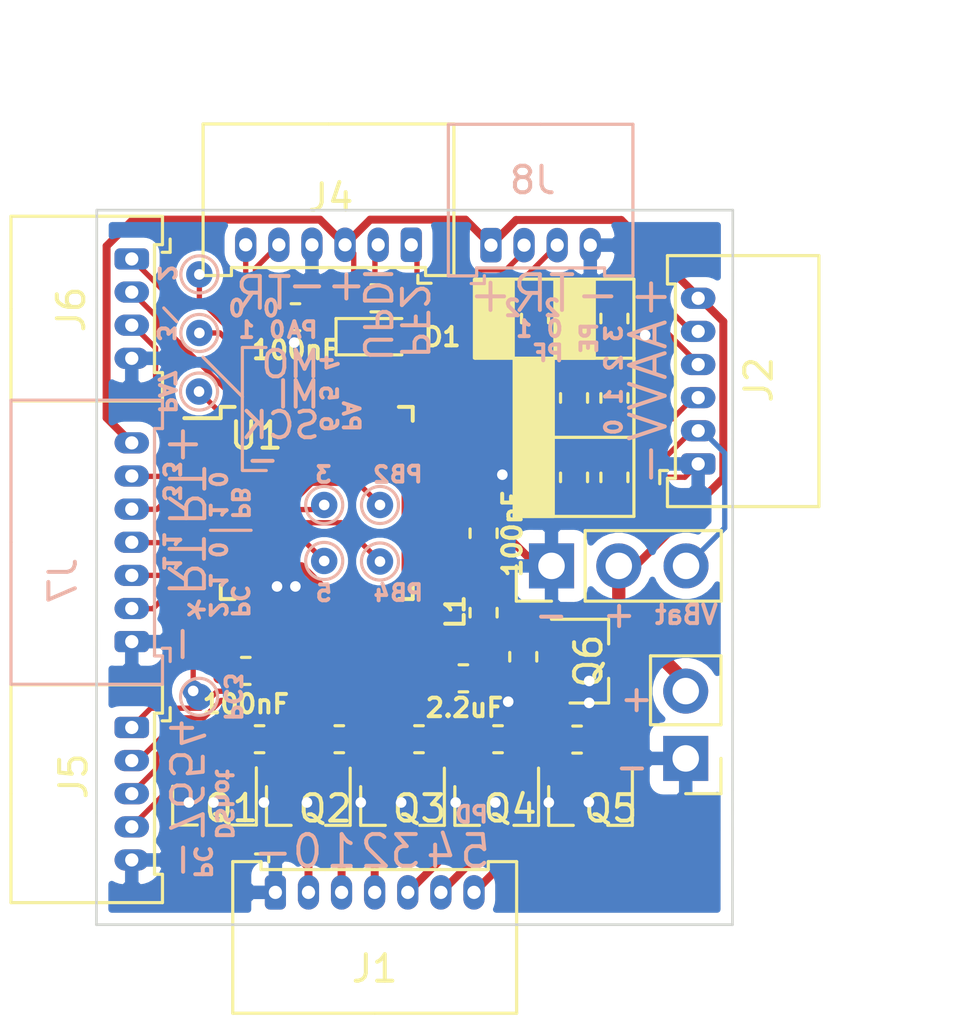
<source format=kicad_pcb>
(kicad_pcb (version 20171130) (host pcbnew "(5.1.8-0-10_14)")

  (general
    (thickness 1.6)
    (drawings 93)
    (tracks 374)
    (zones 0)
    (modules 47)
    (nets 51)
  )

  (page A4)
  (layers
    (0 F.Cu signal)
    (31 B.Cu signal)
    (32 B.Adhes user hide)
    (33 F.Adhes user hide)
    (34 B.Paste user hide)
    (35 F.Paste user hide)
    (36 B.SilkS user hide)
    (37 F.SilkS user hide)
    (38 B.Mask user hide)
    (39 F.Mask user hide)
    (40 Dwgs.User user)
    (41 Cmts.User user hide)
    (42 Eco1.User user hide)
    (43 Eco2.User user hide)
    (44 Edge.Cuts user)
    (45 Margin user hide)
    (46 B.CrtYd user hide)
    (47 F.CrtYd user)
    (48 B.Fab user hide)
    (49 F.Fab user hide)
  )

  (setup
    (last_trace_width 0.2)
    (user_trace_width 0.2)
    (user_trace_width 0.3)
    (user_trace_width 0.5)
    (trace_clearance 0.15)
    (zone_clearance 0.4)
    (zone_45_only yes)
    (trace_min 0.2)
    (via_size 0.8)
    (via_drill 0.4)
    (via_min_size 0.4)
    (via_min_drill 0.3)
    (uvia_size 0.3)
    (uvia_drill 0.1)
    (uvias_allowed no)
    (uvia_min_size 0.2)
    (uvia_min_drill 0.1)
    (edge_width 0.05)
    (segment_width 0.2)
    (pcb_text_width 0.3)
    (pcb_text_size 1.5 1.5)
    (mod_edge_width 0.12)
    (mod_text_size 1 1)
    (mod_text_width 0.15)
    (pad_size 1.524 1.524)
    (pad_drill 0.762)
    (pad_to_mask_clearance 0)
    (aux_axis_origin 0 0)
    (visible_elements FFFFFF7F)
    (pcbplotparams
      (layerselection 0x010fc_ffffffff)
      (usegerberextensions false)
      (usegerberattributes false)
      (usegerberadvancedattributes false)
      (creategerberjobfile false)
      (excludeedgelayer true)
      (linewidth 0.100000)
      (plotframeref false)
      (viasonmask false)
      (mode 1)
      (useauxorigin false)
      (hpglpennumber 1)
      (hpglpenspeed 20)
      (hpglpendiameter 15.000000)
      (psnegative false)
      (psa4output false)
      (plotreference true)
      (plotvalue true)
      (plotinvisibletext false)
      (padsonsilk false)
      (subtractmaskfromsilk false)
      (outputformat 1)
      (mirror false)
      (drillshape 0)
      (scaleselection 1)
      (outputdirectory ""))
  )

  (net 0 "")
  (net 1 GND)
  (net 2 "Net-(C1-Pad1)")
  (net 3 "Net-(C2-Pad1)")
  (net 4 "Net-(C3-Pad1)")
  (net 5 "Net-(C4-Pad1)")
  (net 6 +5V)
  (net 7 "Net-(D1-Pad2)")
  (net 8 "Net-(D1-Pad1)")
  (net 9 "Net-(J1-Pad7)")
  (net 10 "Net-(J1-Pad5)")
  (net 11 "Net-(J1-Pad4)")
  (net 12 "Net-(J1-Pad2)")
  (net 13 "Net-(J2-Pad3)")
  (net 14 "Net-(J2-Pad2)")
  (net 15 "Net-(J4-Pad6)")
  (net 16 "Net-(J4-Pad5)")
  (net 17 "Net-(J5-Pad4)")
  (net 18 "Net-(J5-Pad3)")
  (net 19 "Net-(J5-Pad2)")
  (net 20 "Net-(J6-Pad3)")
  (net 21 "Net-(J6-Pad2)")
  (net 22 "Net-(J7-Pad4)")
  (net 23 "Net-(J7-Pad3)")
  (net 24 "Net-(J7-Pad2)")
  (net 25 "Net-(J8-Pad3)")
  (net 26 "Net-(J8-Pad2)")
  (net 27 "Net-(Q1-Pad1)")
  (net 28 "Net-(Q2-Pad1)")
  (net 29 "Net-(Q3-Pad1)")
  (net 30 "Net-(Q4-Pad1)")
  (net 31 "Net-(Q5-Pad1)")
  (net 32 "Net-(Q6-Pad1)")
  (net 33 "Net-(J4-Pad2)")
  (net 34 "Net-(J2-Pad5)")
  (net 35 "Net-(J2-Pad4)")
  (net 36 "Net-(J1-Pad6)")
  (net 37 "Net-(J1-Pad3)")
  (net 38 "Net-(J7-Pad6)")
  (net 39 "Net-(J7-Pad5)")
  (net 40 "Net-(TP1-Pad1)")
  (net 41 "Net-(TP2-Pad1)")
  (net 42 "Net-(TP3-Pad1)")
  (net 43 "Net-(TP4-Pad1)")
  (net 44 "Net-(TP5-Pad1)")
  (net 45 "Net-(TP6-Pad1)")
  (net 46 "Net-(TP7-Pad1)")
  (net 47 "Net-(100nF3-Pad1)")
  (net 48 "Net-(J5-Pad1)")
  (net 49 "Net-(J6-Pad1)")
  (net 50 "Net-(TP8-Pad1)")

  (net_class Default "This is the default net class."
    (clearance 0.15)
    (trace_width 0.25)
    (via_dia 0.8)
    (via_drill 0.4)
    (uvia_dia 0.3)
    (uvia_drill 0.1)
    (add_net +5V)
    (add_net GND)
    (add_net "Net-(100nF3-Pad1)")
    (add_net "Net-(C1-Pad1)")
    (add_net "Net-(C2-Pad1)")
    (add_net "Net-(C3-Pad1)")
    (add_net "Net-(C4-Pad1)")
    (add_net "Net-(D1-Pad1)")
    (add_net "Net-(D1-Pad2)")
    (add_net "Net-(J1-Pad2)")
    (add_net "Net-(J1-Pad3)")
    (add_net "Net-(J1-Pad4)")
    (add_net "Net-(J1-Pad5)")
    (add_net "Net-(J1-Pad6)")
    (add_net "Net-(J1-Pad7)")
    (add_net "Net-(J2-Pad2)")
    (add_net "Net-(J2-Pad3)")
    (add_net "Net-(J2-Pad4)")
    (add_net "Net-(J2-Pad5)")
    (add_net "Net-(J4-Pad2)")
    (add_net "Net-(J4-Pad5)")
    (add_net "Net-(J4-Pad6)")
    (add_net "Net-(J5-Pad1)")
    (add_net "Net-(J5-Pad2)")
    (add_net "Net-(J5-Pad3)")
    (add_net "Net-(J5-Pad4)")
    (add_net "Net-(J6-Pad1)")
    (add_net "Net-(J6-Pad2)")
    (add_net "Net-(J6-Pad3)")
    (add_net "Net-(J7-Pad2)")
    (add_net "Net-(J7-Pad3)")
    (add_net "Net-(J7-Pad4)")
    (add_net "Net-(J7-Pad5)")
    (add_net "Net-(J7-Pad6)")
    (add_net "Net-(J8-Pad2)")
    (add_net "Net-(J8-Pad3)")
    (add_net "Net-(Q1-Pad1)")
    (add_net "Net-(Q2-Pad1)")
    (add_net "Net-(Q3-Pad1)")
    (add_net "Net-(Q4-Pad1)")
    (add_net "Net-(Q5-Pad1)")
    (add_net "Net-(Q6-Pad1)")
    (add_net "Net-(TP1-Pad1)")
    (add_net "Net-(TP2-Pad1)")
    (add_net "Net-(TP3-Pad1)")
    (add_net "Net-(TP4-Pad1)")
    (add_net "Net-(TP5-Pad1)")
    (add_net "Net-(TP6-Pad1)")
    (add_net "Net-(TP7-Pad1)")
    (add_net "Net-(TP8-Pad1)")
  )

  (module TestPoint:TestPoint_Pad_D1.0mm (layer B.Cu) (tedit 5A0F774F) (tstamp 619FF9E5)
    (at 148.59254 100.0252)
    (descr "SMD pad as test Point, diameter 1.0mm")
    (tags "test point SMD pad")
    (path /61AF1187)
    (attr virtual)
    (fp_text reference PC3 (at 1.26746 0.00508 270 unlocked) (layer B.SilkS)
      (effects (font (size 0.6 0.6) (thickness 0.15)) (justify mirror))
    )
    (fp_text value TestPoint (at 0 -1.55) (layer B.Fab)
      (effects (font (size 1 1) (thickness 0.15)) (justify mirror))
    )
    (fp_circle (center 0 0) (end 0 -0.7) (layer B.SilkS) (width 0.12))
    (fp_circle (center 0 0) (end 1 0) (layer B.CrtYd) (width 0.05))
    (fp_text user %R (at 0 1.45) (layer B.Fab)
      (effects (font (size 1 1) (thickness 0.15)) (justify mirror))
    )
    (pad 1 smd circle (at 0 0) (size 1 1) (layers B.Cu B.Mask)
      (net 50 "Net-(TP8-Pad1)"))
  )

  (module TestPoint:TestPoint_Pad_D1.0mm (layer B.Cu) (tedit 5A0F774F) (tstamp 619EF97A)
    (at 153.3164 94.898399 270)
    (descr "SMD pad as test Point, diameter 1.0mm")
    (tags "test point SMD pad")
    (path /61A473D7)
    (attr virtual)
    (fp_text reference TP7 (at 0 1.448 270) (layer B.SilkS) hide
      (effects (font (size 1 1) (thickness 0.15)) (justify mirror))
    )
    (fp_text value TestPoint (at 0 -1.55 270) (layer B.Fab)
      (effects (font (size 1 1) (thickness 0.15)) (justify mirror))
    )
    (fp_circle (center 0 0) (end 0 -0.7) (layer B.SilkS) (width 0.12))
    (fp_circle (center 0 0) (end 1 0) (layer B.CrtYd) (width 0.05))
    (fp_text user %R (at 0 1.45 270) (layer B.Fab)
      (effects (font (size 1 1) (thickness 0.15)) (justify mirror))
    )
    (pad 1 smd circle (at 0 0 270) (size 1 1) (layers B.Cu B.Mask)
      (net 46 "Net-(TP7-Pad1)"))
  )

  (module TestPoint:TestPoint_Pad_D1.0mm (layer B.Cu) (tedit 5A0F774F) (tstamp 619EFAAA)
    (at 155.4226 94.9198 270)
    (descr "SMD pad as test Point, diameter 1.0mm")
    (tags "test point SMD pad")
    (path /61A46D99)
    (attr virtual)
    (fp_text reference TP6 (at 0 1.448 270) (layer B.SilkS) hide
      (effects (font (size 1 1) (thickness 0.15)) (justify mirror))
    )
    (fp_text value TestPoint (at 0 -1.55 270) (layer B.Fab)
      (effects (font (size 1 1) (thickness 0.15)) (justify mirror))
    )
    (fp_circle (center 0 0) (end 0 -0.7) (layer B.SilkS) (width 0.12))
    (fp_circle (center 0 0) (end 1 0) (layer B.CrtYd) (width 0.05))
    (fp_text user %R (at 0 1.45 270) (layer B.Fab)
      (effects (font (size 1 1) (thickness 0.15)) (justify mirror))
    )
    (pad 1 smd circle (at 0 0 270) (size 1 1) (layers B.Cu B.Mask)
      (net 45 "Net-(TP6-Pad1)"))
  )

  (module TestPoint:TestPoint_Pad_D1.0mm (layer B.Cu) (tedit 5A0F774F) (tstamp 619EF96A)
    (at 148.59 88.5063 270)
    (descr "SMD pad as test Point, diameter 1.0mm")
    (tags "test point SMD pad")
    (path /61A44D0D)
    (attr virtual)
    (fp_text reference TP5 (at 0 1.448 270) (layer B.SilkS) hide
      (effects (font (size 1 1) (thickness 0.15)) (justify mirror))
    )
    (fp_text value TestPoint (at 0 -1.55 270) (layer B.Fab)
      (effects (font (size 1 1) (thickness 0.15)) (justify mirror))
    )
    (fp_circle (center 0 0) (end 0 -0.7) (layer B.SilkS) (width 0.12))
    (fp_circle (center 0 0) (end 1 0) (layer B.CrtYd) (width 0.05))
    (fp_text user %R (at 0 1.45 270) (layer B.Fab)
      (effects (font (size 1 1) (thickness 0.15)) (justify mirror))
    )
    (pad 1 smd circle (at 0 0 270) (size 1 1) (layers B.Cu B.Mask)
      (net 44 "Net-(TP5-Pad1)"))
  )

  (module TestPoint:TestPoint_Pad_D1.0mm (layer B.Cu) (tedit 5A0F774F) (tstamp 61A0D691)
    (at 153.3164 92.7862 270)
    (descr "SMD pad as test Point, diameter 1.0mm")
    (tags "test point SMD pad")
    (path /61A466E9)
    (attr virtual)
    (fp_text reference TP4 (at 0 1.448 270) (layer B.SilkS) hide
      (effects (font (size 1 1) (thickness 0.15)) (justify mirror))
    )
    (fp_text value TestPoint (at 0 -1.55 270) (layer B.Fab)
      (effects (font (size 1 1) (thickness 0.15)) (justify mirror))
    )
    (fp_circle (center 0 0) (end 0 -0.7) (layer B.SilkS) (width 0.12))
    (fp_circle (center 0 0) (end 1 0) (layer B.CrtYd) (width 0.05))
    (fp_text user %R (at 0 1.45 270) (layer B.Fab)
      (effects (font (size 1 1) (thickness 0.15)) (justify mirror))
    )
    (pad 1 smd circle (at 0 0 270) (size 1 1) (layers B.Cu B.Mask)
      (net 43 "Net-(TP4-Pad1)"))
  )

  (module TestPoint:TestPoint_Pad_D1.0mm (layer B.Cu) (tedit 5A0F774F) (tstamp 61A0D67C)
    (at 155.4226 92.7862 270)
    (descr "SMD pad as test Point, diameter 1.0mm")
    (tags "test point SMD pad")
    (path /61A461EE)
    (attr virtual)
    (fp_text reference TP3 (at 0 1.448 270) (layer B.SilkS) hide
      (effects (font (size 1 1) (thickness 0.15)) (justify mirror))
    )
    (fp_text value TestPoint (at 0 -1.55 270) (layer B.Fab)
      (effects (font (size 1 1) (thickness 0.15)) (justify mirror))
    )
    (fp_circle (center 0 0) (end 0 -0.7) (layer B.SilkS) (width 0.12))
    (fp_circle (center 0 0) (end 1 0) (layer B.CrtYd) (width 0.05))
    (fp_text user %R (at 0 1.45 270) (layer B.Fab)
      (effects (font (size 1 1) (thickness 0.15)) (justify mirror))
    )
    (pad 1 smd circle (at 0 0 270) (size 1 1) (layers B.Cu B.Mask)
      (net 42 "Net-(TP3-Pad1)"))
  )

  (module TestPoint:TestPoint_Pad_D1.0mm (layer B.Cu) (tedit 5A0F774F) (tstamp 619EDB0F)
    (at 148.6027 86.2965)
    (descr "SMD pad as test Point, diameter 1.0mm")
    (tags "test point SMD pad")
    (path /619F43F1)
    (attr virtual)
    (fp_text reference TP2 (at 0 1.448) (layer B.SilkS) hide
      (effects (font (size 1 1) (thickness 0.15)) (justify mirror))
    )
    (fp_text value TestPoint (at 0 -1.55) (layer B.Fab)
      (effects (font (size 1 1) (thickness 0.15)) (justify mirror))
    )
    (fp_circle (center 0 0) (end 0 -0.7) (layer B.SilkS) (width 0.12))
    (fp_circle (center 0 0) (end 1 0) (layer B.CrtYd) (width 0.05))
    (fp_text user %R (at 0 1.45) (layer B.Fab)
      (effects (font (size 1 1) (thickness 0.15)) (justify mirror))
    )
    (pad 1 smd circle (at 0 0) (size 1 1) (layers B.Cu B.Mask)
      (net 41 "Net-(TP2-Pad1)"))
  )

  (module TestPoint:TestPoint_Pad_D1.0mm (layer B.Cu) (tedit 5A0F774F) (tstamp 619E920F)
    (at 148.6027 84.0867)
    (descr "SMD pad as test Point, diameter 1.0mm")
    (tags "test point SMD pad")
    (path /619F2DF3)
    (attr virtual)
    (fp_text reference TP1 (at 0 1.448) (layer B.SilkS) hide
      (effects (font (size 1 1) (thickness 0.15)) (justify mirror))
    )
    (fp_text value TestPoint (at 0 -1.55) (layer B.Fab)
      (effects (font (size 1 1) (thickness 0.15)) (justify mirror))
    )
    (fp_circle (center 0 0) (end 0 -0.7) (layer B.SilkS) (width 0.12))
    (fp_circle (center 0 0) (end 1 0) (layer B.CrtYd) (width 0.05))
    (fp_text user %R (at 0 1.45) (layer B.Fab)
      (effects (font (size 1 1) (thickness 0.15)) (justify mirror))
    )
    (pad 1 smd circle (at 0 0) (size 1 1) (layers B.Cu B.Mask)
      (net 40 "Net-(TP1-Pad1)"))
  )

  (module Connector_PinHeader_2.54mm:PinHeader_1x02_P2.54mm_Vertical (layer F.Cu) (tedit 59FED5CC) (tstamp 619D194E)
    (at 166.9669 102.3493 180)
    (descr "Through hole straight pin header, 1x02, 2.54mm pitch, single row")
    (tags "Through hole pin header THT 1x02 2.54mm single row")
    (path /622714F6)
    (fp_text reference J9 (at 0 -2.33) (layer F.SilkS) hide
      (effects (font (size 1 1) (thickness 0.15)))
    )
    (fp_text value Conn_01x02_Male (at 0 4.87) (layer F.Fab)
      (effects (font (size 1 1) (thickness 0.15)))
    )
    (fp_line (start 1.8 -1.8) (end -1.8 -1.8) (layer F.CrtYd) (width 0.05))
    (fp_line (start 1.8 4.35) (end 1.8 -1.8) (layer F.CrtYd) (width 0.05))
    (fp_line (start -1.8 4.35) (end 1.8 4.35) (layer F.CrtYd) (width 0.05))
    (fp_line (start -1.8 -1.8) (end -1.8 4.35) (layer F.CrtYd) (width 0.05))
    (fp_line (start -1.33 -1.33) (end 0 -1.33) (layer F.SilkS) (width 0.12))
    (fp_line (start -1.33 0) (end -1.33 -1.33) (layer F.SilkS) (width 0.12))
    (fp_line (start -1.33 1.27) (end 1.33 1.27) (layer F.SilkS) (width 0.12))
    (fp_line (start 1.33 1.27) (end 1.33 3.87) (layer F.SilkS) (width 0.12))
    (fp_line (start -1.33 1.27) (end -1.33 3.87) (layer F.SilkS) (width 0.12))
    (fp_line (start -1.33 3.87) (end 1.33 3.87) (layer F.SilkS) (width 0.12))
    (fp_line (start -1.27 -0.635) (end -0.635 -1.27) (layer F.Fab) (width 0.1))
    (fp_line (start -1.27 3.81) (end -1.27 -0.635) (layer F.Fab) (width 0.1))
    (fp_line (start 1.27 3.81) (end -1.27 3.81) (layer F.Fab) (width 0.1))
    (fp_line (start 1.27 -1.27) (end 1.27 3.81) (layer F.Fab) (width 0.1))
    (fp_line (start -0.635 -1.27) (end 1.27 -1.27) (layer F.Fab) (width 0.1))
    (fp_text user %R (at 0 1.27 90) (layer F.Fab)
      (effects (font (size 1 1) (thickness 0.15)))
    )
    (pad 2 thru_hole oval (at 0 2.54 180) (size 1.7 1.7) (drill 1) (layers *.Cu *.Mask)
      (net 6 +5V))
    (pad 1 thru_hole rect (at 0 0 180) (size 1.7 1.7) (drill 1) (layers *.Cu *.Mask)
      (net 1 GND))
    (model ${KISYS3DMOD}/Connector_PinHeader_2.54mm.3dshapes/PinHeader_1x02_P2.54mm_Vertical.wrl
      (at (xyz 0 0 0))
      (scale (xyz 1 1 1))
      (rotate (xyz 0 0 0))
    )
  )

  (module Connector_Molex:Molex_PicoBlade_53048-0710_1x07_P1.25mm_Horizontal (layer F.Cu) (tedit 5B783024) (tstamp 619D03B4)
    (at 151.4729 107.4039)
    (descr "Molex PicoBlade Connector System, 53048-0710, 7 Pins per row (http://www.molex.com/pdm_docs/sd/530480210_sd.pdf), generated with kicad-footprint-generator")
    (tags "connector Molex PicoBlade top entry")
    (path /5E0E50FB)
    (fp_text reference J1 (at 3.74904 2.87782) (layer F.SilkS)
      (effects (font (size 1 1) (thickness 0.15)))
    )
    (fp_text value Conn_01x09_Male (at 3.75 5.65) (layer F.Fab)
      (effects (font (size 1 1) (thickness 0.15)))
    )
    (fp_line (start -0.25 -1.15) (end -0.25 -1.45) (layer F.SilkS) (width 0.12))
    (fp_line (start -0.25 -1.45) (end -0.75 -1.45) (layer F.SilkS) (width 0.12))
    (fp_line (start -0.5 -0.75) (end 0 -0.042893) (layer F.Fab) (width 0.1))
    (fp_line (start 0 -0.042893) (end 0.5 -0.75) (layer F.Fab) (width 0.1))
    (fp_line (start 3.75 -1.25) (end -0.15 -1.25) (layer F.CrtYd) (width 0.05))
    (fp_line (start -0.15 -1.25) (end -0.15 -1.55) (layer F.CrtYd) (width 0.05))
    (fp_line (start -0.15 -1.55) (end -2 -1.55) (layer F.CrtYd) (width 0.05))
    (fp_line (start -2 -1.55) (end -2 4.95) (layer F.CrtYd) (width 0.05))
    (fp_line (start -2 4.95) (end 3.75 4.95) (layer F.CrtYd) (width 0.05))
    (fp_line (start 3.75 -1.25) (end 7.65 -1.25) (layer F.CrtYd) (width 0.05))
    (fp_line (start 7.65 -1.25) (end 7.65 -1.55) (layer F.CrtYd) (width 0.05))
    (fp_line (start 7.65 -1.55) (end 9.5 -1.55) (layer F.CrtYd) (width 0.05))
    (fp_line (start 9.5 -1.55) (end 9.5 4.95) (layer F.CrtYd) (width 0.05))
    (fp_line (start 9.5 4.95) (end 3.75 4.95) (layer F.CrtYd) (width 0.05))
    (fp_line (start 3.75 -0.75) (end -0.65 -0.75) (layer F.Fab) (width 0.1))
    (fp_line (start -0.65 -0.75) (end -0.65 -1.05) (layer F.Fab) (width 0.1))
    (fp_line (start -0.65 -1.05) (end -1.5 -1.05) (layer F.Fab) (width 0.1))
    (fp_line (start -1.5 -1.05) (end -1.5 4.45) (layer F.Fab) (width 0.1))
    (fp_line (start -1.5 4.45) (end 3.75 4.45) (layer F.Fab) (width 0.1))
    (fp_line (start 3.75 -0.75) (end 8.15 -0.75) (layer F.Fab) (width 0.1))
    (fp_line (start 8.15 -0.75) (end 8.15 -1.05) (layer F.Fab) (width 0.1))
    (fp_line (start 8.15 -1.05) (end 9 -1.05) (layer F.Fab) (width 0.1))
    (fp_line (start 9 -1.05) (end 9 4.45) (layer F.Fab) (width 0.1))
    (fp_line (start 9 4.45) (end 3.75 4.45) (layer F.Fab) (width 0.1))
    (fp_line (start 3.75 -0.86) (end -0.54 -0.86) (layer F.SilkS) (width 0.12))
    (fp_line (start -0.54 -0.86) (end -0.54 -1.16) (layer F.SilkS) (width 0.12))
    (fp_line (start -0.54 -1.16) (end -1.61 -1.16) (layer F.SilkS) (width 0.12))
    (fp_line (start -1.61 -1.16) (end -1.61 4.56) (layer F.SilkS) (width 0.12))
    (fp_line (start -1.61 4.56) (end 3.75 4.56) (layer F.SilkS) (width 0.12))
    (fp_line (start 3.75 -0.86) (end 8.04 -0.86) (layer F.SilkS) (width 0.12))
    (fp_line (start 8.04 -0.86) (end 8.04 -1.16) (layer F.SilkS) (width 0.12))
    (fp_line (start 8.04 -1.16) (end 9.11 -1.16) (layer F.SilkS) (width 0.12))
    (fp_line (start 9.11 -1.16) (end 9.11 4.56) (layer F.SilkS) (width 0.12))
    (fp_line (start 9.11 4.56) (end 3.75 4.56) (layer F.SilkS) (width 0.12))
    (fp_text user %R (at 3.75 3.75) (layer F.Fab)
      (effects (font (size 1 1) (thickness 0.15)))
    )
    (pad 7 thru_hole oval (at 7.5 0) (size 0.8 1.3) (drill 0.5) (layers *.Cu *.Mask)
      (net 9 "Net-(J1-Pad7)"))
    (pad 6 thru_hole oval (at 6.25 0) (size 0.8 1.3) (drill 0.5) (layers *.Cu *.Mask)
      (net 36 "Net-(J1-Pad6)"))
    (pad 5 thru_hole oval (at 5 0) (size 0.8 1.3) (drill 0.5) (layers *.Cu *.Mask)
      (net 10 "Net-(J1-Pad5)"))
    (pad 4 thru_hole oval (at 3.75 0) (size 0.8 1.3) (drill 0.5) (layers *.Cu *.Mask)
      (net 11 "Net-(J1-Pad4)"))
    (pad 3 thru_hole oval (at 2.5 0) (size 0.8 1.3) (drill 0.5) (layers *.Cu *.Mask)
      (net 37 "Net-(J1-Pad3)"))
    (pad 2 thru_hole oval (at 1.25 0) (size 0.8 1.3) (drill 0.5) (layers *.Cu *.Mask)
      (net 12 "Net-(J1-Pad2)"))
    (pad 1 thru_hole roundrect (at 0 0) (size 0.8 1.3) (drill 0.5) (layers *.Cu *.Mask) (roundrect_rratio 0.25)
      (net 1 GND))
    (model ${KISYS3DMOD}/Connector_Molex.3dshapes/Molex_PicoBlade_53048-0710_1x07_P1.25mm_Horizontal.wrl
      (at (xyz 0 0 0))
      (scale (xyz 1 1 1))
      (rotate (xyz 0 0 0))
    )
  )

  (module Resistor_SMD:R_0603_1608Metric (layer F.Cu) (tedit 5B301BBD) (tstamp 619FB70C)
    (at 153.8859 101.6254 180)
    (descr "Resistor SMD 0603 (1608 Metric), square (rectangular) end terminal, IPC_7351 nominal, (Body size source: http://www.tortai-tech.com/upload/download/2011102023233369053.pdf), generated with kicad-footprint-generator")
    (tags resistor)
    (path /5DFAEE5C)
    (attr smd)
    (fp_text reference R4 (at 0 -1.43) (layer F.SilkS) hide
      (effects (font (size 1 1) (thickness 0.15)))
    )
    (fp_text value 10K (at 0 1.43) (layer F.Fab)
      (effects (font (size 1 1) (thickness 0.15)))
    )
    (fp_line (start -0.8 0.4) (end -0.8 -0.4) (layer F.Fab) (width 0.1))
    (fp_line (start -0.8 -0.4) (end 0.8 -0.4) (layer F.Fab) (width 0.1))
    (fp_line (start 0.8 -0.4) (end 0.8 0.4) (layer F.Fab) (width 0.1))
    (fp_line (start 0.8 0.4) (end -0.8 0.4) (layer F.Fab) (width 0.1))
    (fp_line (start -0.162779 -0.51) (end 0.162779 -0.51) (layer F.SilkS) (width 0.12))
    (fp_line (start -0.162779 0.51) (end 0.162779 0.51) (layer F.SilkS) (width 0.12))
    (fp_line (start -1.48 0.73) (end -1.48 -0.73) (layer F.CrtYd) (width 0.05))
    (fp_line (start -1.48 -0.73) (end 1.48 -0.73) (layer F.CrtYd) (width 0.05))
    (fp_line (start 1.48 -0.73) (end 1.48 0.73) (layer F.CrtYd) (width 0.05))
    (fp_line (start 1.48 0.73) (end -1.48 0.73) (layer F.CrtYd) (width 0.05))
    (fp_text user %R (at 0 0) (layer F.Fab)
      (effects (font (size 0.4 0.4) (thickness 0.06)))
    )
    (pad 2 smd roundrect (at 0.7875 0 180) (size 0.875 0.95) (layers F.Cu F.Paste F.Mask) (roundrect_rratio 0.25)
      (net 1 GND))
    (pad 1 smd roundrect (at -0.7875 0 180) (size 0.875 0.95) (layers F.Cu F.Paste F.Mask) (roundrect_rratio 0.25)
      (net 28 "Net-(Q2-Pad1)"))
    (model ${KISYS3DMOD}/Resistor_SMD.3dshapes/R_0603_1608Metric.wrl
      (at (xyz 0 0 0))
      (scale (xyz 1 1 1))
      (rotate (xyz 0 0 0))
    )
  )

  (module Package_QFP:TQFP-48_7x7mm_P0.5mm (layer F.Cu) (tedit 5A02F146) (tstamp 619A7F47)
    (at 153.035 92.71)
    (descr "48 LEAD TQFP 7x7mm (see MICREL TQFP7x7-48LD-PL-1.pdf)")
    (tags "QFP 0.5")
    (path /5DF81D70)
    (attr smd)
    (fp_text reference U1 (at -2.286 -2.54) (layer F.SilkS)
      (effects (font (size 1 1) (thickness 0.15)))
    )
    (fp_text value ATmega4809-M (at 0 6) (layer F.Fab)
      (effects (font (size 1 1) (thickness 0.15)))
    )
    (fp_line (start -2.5 -3.5) (end 3.5 -3.5) (layer F.Fab) (width 0.15))
    (fp_line (start 3.5 -3.5) (end 3.5 3.5) (layer F.Fab) (width 0.15))
    (fp_line (start 3.5 3.5) (end -3.5 3.5) (layer F.Fab) (width 0.15))
    (fp_line (start -3.5 3.5) (end -3.5 -2.5) (layer F.Fab) (width 0.15))
    (fp_line (start -3.5 -2.5) (end -2.5 -3.5) (layer F.Fab) (width 0.15))
    (fp_line (start -5.25 -5.25) (end -5.25 5.25) (layer F.CrtYd) (width 0.05))
    (fp_line (start 5.25 -5.25) (end 5.25 5.25) (layer F.CrtYd) (width 0.05))
    (fp_line (start -5.25 -5.25) (end 5.25 -5.25) (layer F.CrtYd) (width 0.05))
    (fp_line (start -5.25 5.25) (end 5.25 5.25) (layer F.CrtYd) (width 0.05))
    (fp_line (start -3.625 -3.625) (end -3.625 -3.2) (layer F.SilkS) (width 0.15))
    (fp_line (start 3.625 -3.625) (end 3.625 -3.1) (layer F.SilkS) (width 0.15))
    (fp_line (start 3.625 3.625) (end 3.625 3.1) (layer F.SilkS) (width 0.15))
    (fp_line (start -3.625 3.625) (end -3.625 3.1) (layer F.SilkS) (width 0.15))
    (fp_line (start -3.625 -3.625) (end -3.1 -3.625) (layer F.SilkS) (width 0.15))
    (fp_line (start -3.625 3.625) (end -3.1 3.625) (layer F.SilkS) (width 0.15))
    (fp_line (start 3.625 3.625) (end 3.1 3.625) (layer F.SilkS) (width 0.15))
    (fp_line (start 3.625 -3.625) (end 3.1 -3.625) (layer F.SilkS) (width 0.15))
    (fp_line (start -3.625 -3.2) (end -5 -3.2) (layer F.SilkS) (width 0.15))
    (fp_text user %R (at 0 0) (layer F.Fab)
      (effects (font (size 1 1) (thickness 0.15)))
    )
    (pad 48 smd rect (at -2.75 -4.35 90) (size 1.3 0.25) (layers F.Cu F.Paste F.Mask)
      (net 49 "Net-(J6-Pad1)"))
    (pad 47 smd rect (at -2.25 -4.35 90) (size 1.3 0.25) (layers F.Cu F.Paste F.Mask)
      (net 41 "Net-(TP2-Pad1)"))
    (pad 46 smd rect (at -1.75 -4.35 90) (size 1.3 0.25) (layers F.Cu F.Paste F.Mask)
      (net 40 "Net-(TP1-Pad1)"))
    (pad 45 smd rect (at -1.25 -4.35 90) (size 1.3 0.25) (layers F.Cu F.Paste F.Mask)
      (net 15 "Net-(J4-Pad6)"))
    (pad 44 smd rect (at -0.75 -4.35 90) (size 1.3 0.25) (layers F.Cu F.Paste F.Mask)
      (net 16 "Net-(J4-Pad5)"))
    (pad 43 smd rect (at -0.25 -4.35 90) (size 1.3 0.25) (layers F.Cu F.Paste F.Mask)
      (net 1 GND))
    (pad 42 smd rect (at 0.25 -4.35 90) (size 1.3 0.25) (layers F.Cu F.Paste F.Mask)
      (net 6 +5V))
    (pad 41 smd rect (at 0.75 -4.35 90) (size 1.3 0.25) (layers F.Cu F.Paste F.Mask)
      (net 33 "Net-(J4-Pad2)"))
    (pad 40 smd rect (at 1.25 -4.35 90) (size 1.3 0.25) (layers F.Cu F.Paste F.Mask))
    (pad 39 smd rect (at 1.75 -4.35 90) (size 1.3 0.25) (layers F.Cu F.Paste F.Mask))
    (pad 38 smd rect (at 2.25 -4.35 90) (size 1.3 0.25) (layers F.Cu F.Paste F.Mask))
    (pad 37 smd rect (at 2.75 -4.35 90) (size 1.3 0.25) (layers F.Cu F.Paste F.Mask))
    (pad 36 smd rect (at 4.35 -2.75) (size 1.3 0.25) (layers F.Cu F.Paste F.Mask)
      (net 7 "Net-(D1-Pad2)"))
    (pad 35 smd rect (at 4.35 -2.25) (size 1.3 0.25) (layers F.Cu F.Paste F.Mask)
      (net 26 "Net-(J8-Pad2)"))
    (pad 34 smd rect (at 4.35 -1.75) (size 1.3 0.25) (layers F.Cu F.Paste F.Mask)
      (net 25 "Net-(J8-Pad3)"))
    (pad 33 smd rect (at 4.35 -1.25) (size 1.3 0.25) (layers F.Cu F.Paste F.Mask)
      (net 3 "Net-(C2-Pad1)"))
    (pad 32 smd rect (at 4.35 -0.75) (size 1.3 0.25) (layers F.Cu F.Paste F.Mask)
      (net 5 "Net-(C4-Pad1)"))
    (pad 31 smd rect (at 4.35 -0.25) (size 1.3 0.25) (layers F.Cu F.Paste F.Mask)
      (net 2 "Net-(C1-Pad1)"))
    (pad 30 smd rect (at 4.35 0.25) (size 1.3 0.25) (layers F.Cu F.Paste F.Mask)
      (net 4 "Net-(C3-Pad1)"))
    (pad 29 smd rect (at 4.35 0.75) (size 1.3 0.25) (layers F.Cu F.Paste F.Mask)
      (net 1 GND))
    (pad 28 smd rect (at 4.35 1.25) (size 1.3 0.25) (layers F.Cu F.Paste F.Mask)
      (net 47 "Net-(100nF3-Pad1)"))
    (pad 27 smd rect (at 4.35 1.75) (size 1.3 0.25) (layers F.Cu F.Paste F.Mask))
    (pad 26 smd rect (at 4.35 2.25) (size 1.3 0.25) (layers F.Cu F.Paste F.Mask))
    (pad 25 smd rect (at 4.35 2.75) (size 1.3 0.25) (layers F.Cu F.Paste F.Mask)
      (net 32 "Net-(Q6-Pad1)"))
    (pad 24 smd rect (at 2.75 4.35 90) (size 1.3 0.25) (layers F.Cu F.Paste F.Mask)
      (net 31 "Net-(Q5-Pad1)"))
    (pad 23 smd rect (at 2.25 4.35 90) (size 1.3 0.25) (layers F.Cu F.Paste F.Mask)
      (net 30 "Net-(Q4-Pad1)"))
    (pad 22 smd rect (at 1.75 4.35 90) (size 1.3 0.25) (layers F.Cu F.Paste F.Mask)
      (net 29 "Net-(Q3-Pad1)"))
    (pad 21 smd rect (at 1.25 4.35 90) (size 1.3 0.25) (layers F.Cu F.Paste F.Mask)
      (net 28 "Net-(Q2-Pad1)"))
    (pad 20 smd rect (at 0.75 4.35 90) (size 1.3 0.25) (layers F.Cu F.Paste F.Mask)
      (net 27 "Net-(Q1-Pad1)"))
    (pad 19 smd rect (at 0.25 4.35 90) (size 1.3 0.25) (layers F.Cu F.Paste F.Mask)
      (net 17 "Net-(J5-Pad4)"))
    (pad 18 smd rect (at -0.25 4.35 90) (size 1.3 0.25) (layers F.Cu F.Paste F.Mask)
      (net 18 "Net-(J5-Pad3)"))
    (pad 17 smd rect (at -0.75 4.35 90) (size 1.3 0.25) (layers F.Cu F.Paste F.Mask)
      (net 19 "Net-(J5-Pad2)"))
    (pad 16 smd rect (at -1.25 4.35 90) (size 1.3 0.25) (layers F.Cu F.Paste F.Mask)
      (net 48 "Net-(J5-Pad1)"))
    (pad 15 smd rect (at -1.75 4.35 90) (size 1.3 0.25) (layers F.Cu F.Paste F.Mask)
      (net 1 GND))
    (pad 14 smd rect (at -2.25 4.35 90) (size 1.3 0.25) (layers F.Cu F.Paste F.Mask)
      (net 6 +5V))
    (pad 13 smd rect (at -2.75 4.35 90) (size 1.3 0.25) (layers F.Cu F.Paste F.Mask)
      (net 50 "Net-(TP8-Pad1)"))
    (pad 12 smd rect (at -4.35 2.75) (size 1.3 0.25) (layers F.Cu F.Paste F.Mask)
      (net 24 "Net-(J7-Pad2)"))
    (pad 11 smd rect (at -4.35 2.25) (size 1.3 0.25) (layers F.Cu F.Paste F.Mask)
      (net 23 "Net-(J7-Pad3)"))
    (pad 10 smd rect (at -4.35 1.75) (size 1.3 0.25) (layers F.Cu F.Paste F.Mask)
      (net 22 "Net-(J7-Pad4)"))
    (pad 9 smd rect (at -4.35 1.25) (size 1.3 0.25) (layers F.Cu F.Paste F.Mask)
      (net 46 "Net-(TP7-Pad1)"))
    (pad 8 smd rect (at -4.35 0.75) (size 1.3 0.25) (layers F.Cu F.Paste F.Mask)
      (net 45 "Net-(TP6-Pad1)"))
    (pad 7 smd rect (at -4.35 0.25) (size 1.3 0.25) (layers F.Cu F.Paste F.Mask)
      (net 43 "Net-(TP4-Pad1)"))
    (pad 6 smd rect (at -4.35 -0.25) (size 1.3 0.25) (layers F.Cu F.Paste F.Mask)
      (net 42 "Net-(TP3-Pad1)"))
    (pad 5 smd rect (at -4.35 -0.75) (size 1.3 0.25) (layers F.Cu F.Paste F.Mask)
      (net 39 "Net-(J7-Pad5)"))
    (pad 4 smd rect (at -4.35 -1.25) (size 1.3 0.25) (layers F.Cu F.Paste F.Mask)
      (net 38 "Net-(J7-Pad6)"))
    (pad 3 smd rect (at -4.35 -1.75) (size 1.3 0.25) (layers F.Cu F.Paste F.Mask)
      (net 44 "Net-(TP5-Pad1)"))
    (pad 2 smd rect (at -4.35 -2.25) (size 1.3 0.25) (layers F.Cu F.Paste F.Mask)
      (net 20 "Net-(J6-Pad3)"))
    (pad 1 smd rect (at -4.35 -2.75) (size 1.3 0.25) (layers F.Cu F.Paste F.Mask)
      (net 21 "Net-(J6-Pad2)"))
    (model ${KISYS3DMOD}/Package_QFP.3dshapes/TQFP-48_7x7mm_P0.5mm.wrl
      (at (xyz 0 0 0))
      (scale (xyz 1 1 1))
      (rotate (xyz 0 0 0))
    )
  )

  (module Connector_Molex:Molex_PicoBlade_53048-0410_1x04_P1.25mm_Horizontal (layer B.Cu) (tedit 5B783024) (tstamp 619AE72A)
    (at 159.6136 82.9818)
    (descr "Molex PicoBlade Connector System, 53048-0410, 4 Pins per row (http://www.molex.com/pdm_docs/sd/530480210_sd.pdf), generated with kicad-footprint-generator")
    (tags "connector Molex PicoBlade top entry")
    (path /61C2DDD6)
    (fp_text reference J8 (at 1.5748 -2.4511) (layer B.SilkS)
      (effects (font (size 1 1) (thickness 0.15)) (justify mirror))
    )
    (fp_text value Conn_01x04_Male (at 1.88 -5.65) (layer B.Fab)
      (effects (font (size 1 1) (thickness 0.15)) (justify mirror))
    )
    (fp_line (start -0.25 1.15) (end -0.25 1.45) (layer B.SilkS) (width 0.12))
    (fp_line (start -0.25 1.45) (end -0.75 1.45) (layer B.SilkS) (width 0.12))
    (fp_line (start -0.5 0.75) (end 0 0.042893) (layer B.Fab) (width 0.1))
    (fp_line (start 0 0.042893) (end 0.5 0.75) (layer B.Fab) (width 0.1))
    (fp_line (start 1.88 1.25) (end -0.15 1.25) (layer B.CrtYd) (width 0.05))
    (fp_line (start -0.15 1.25) (end -0.15 1.55) (layer B.CrtYd) (width 0.05))
    (fp_line (start -0.15 1.55) (end -2 1.55) (layer B.CrtYd) (width 0.05))
    (fp_line (start -2 1.55) (end -2 -4.95) (layer B.CrtYd) (width 0.05))
    (fp_line (start -2 -4.95) (end 1.88 -4.95) (layer B.CrtYd) (width 0.05))
    (fp_line (start 1.87 1.25) (end 3.9 1.25) (layer B.CrtYd) (width 0.05))
    (fp_line (start 3.9 1.25) (end 3.9 1.55) (layer B.CrtYd) (width 0.05))
    (fp_line (start 3.9 1.55) (end 5.75 1.55) (layer B.CrtYd) (width 0.05))
    (fp_line (start 5.75 1.55) (end 5.75 -4.95) (layer B.CrtYd) (width 0.05))
    (fp_line (start 5.75 -4.95) (end 1.87 -4.95) (layer B.CrtYd) (width 0.05))
    (fp_line (start 1.875 0.75) (end -0.65 0.75) (layer B.Fab) (width 0.1))
    (fp_line (start -0.65 0.75) (end -0.65 1.05) (layer B.Fab) (width 0.1))
    (fp_line (start -0.65 1.05) (end -1.5 1.05) (layer B.Fab) (width 0.1))
    (fp_line (start -1.5 1.05) (end -1.5 -4.45) (layer B.Fab) (width 0.1))
    (fp_line (start -1.5 -4.45) (end 1.875 -4.45) (layer B.Fab) (width 0.1))
    (fp_line (start 1.875 0.75) (end 4.4 0.75) (layer B.Fab) (width 0.1))
    (fp_line (start 4.4 0.75) (end 4.4 1.05) (layer B.Fab) (width 0.1))
    (fp_line (start 4.4 1.05) (end 5.25 1.05) (layer B.Fab) (width 0.1))
    (fp_line (start 5.25 1.05) (end 5.25 -4.45) (layer B.Fab) (width 0.1))
    (fp_line (start 5.25 -4.45) (end 1.875 -4.45) (layer B.Fab) (width 0.1))
    (fp_line (start 1.875 0.86) (end -0.54 0.86) (layer B.SilkS) (width 0.12))
    (fp_line (start -0.54 0.86) (end -0.54 1.16) (layer B.SilkS) (width 0.12))
    (fp_line (start -0.54 1.16) (end -1.61 1.16) (layer B.SilkS) (width 0.12))
    (fp_line (start -1.61 1.16) (end -1.61 -4.56) (layer B.SilkS) (width 0.12))
    (fp_line (start -1.61 -4.56) (end 1.875 -4.56) (layer B.SilkS) (width 0.12))
    (fp_line (start 1.875 0.86) (end 4.29 0.86) (layer B.SilkS) (width 0.12))
    (fp_line (start 4.29 0.86) (end 4.29 1.16) (layer B.SilkS) (width 0.12))
    (fp_line (start 4.29 1.16) (end 5.36 1.16) (layer B.SilkS) (width 0.12))
    (fp_line (start 5.36 1.16) (end 5.36 -4.56) (layer B.SilkS) (width 0.12))
    (fp_line (start 5.36 -4.56) (end 1.875 -4.56) (layer B.SilkS) (width 0.12))
    (fp_text user %R (at 1.88 -3.75) (layer B.Fab)
      (effects (font (size 1 1) (thickness 0.15)) (justify mirror))
    )
    (pad 4 thru_hole oval (at 3.75 0) (size 0.8 1.3) (drill 0.5) (layers *.Cu *.Mask)
      (net 1 GND))
    (pad 3 thru_hole oval (at 2.5 0) (size 0.8 1.3) (drill 0.5) (layers *.Cu *.Mask)
      (net 25 "Net-(J8-Pad3)"))
    (pad 2 thru_hole oval (at 1.25 0) (size 0.8 1.3) (drill 0.5) (layers *.Cu *.Mask)
      (net 26 "Net-(J8-Pad2)"))
    (pad 1 thru_hole roundrect (at 0 0) (size 0.8 1.3) (drill 0.5) (layers *.Cu *.Mask) (roundrect_rratio 0.25)
      (net 6 +5V))
    (model ${KISYS3DMOD}/Connector_Molex.3dshapes/Molex_PicoBlade_53048-0410_1x04_P1.25mm_Horizontal.wrl
      (at (xyz 0 0 0))
      (scale (xyz 1 1 1))
      (rotate (xyz 0 0 0))
    )
  )

  (module Resistor_SMD:R_0603_1608Metric (layer F.Cu) (tedit 5B301BBD) (tstamp 619EE3D8)
    (at 155.2448 84.9884 180)
    (descr "Resistor SMD 0603 (1608 Metric), square (rectangular) end terminal, IPC_7351 nominal, (Body size source: http://www.tortai-tech.com/upload/download/2011102023233369053.pdf), generated with kicad-footprint-generator")
    (tags resistor)
    (path /5DFB88A8)
    (attr smd)
    (fp_text reference R13 (at 0 -1.43) (layer F.SilkS) hide
      (effects (font (size 1 1) (thickness 0.15)))
    )
    (fp_text value 1K (at 0 1.43) (layer F.Fab)
      (effects (font (size 1 1) (thickness 0.15)))
    )
    (fp_line (start -0.8 0.4) (end -0.8 -0.4) (layer F.Fab) (width 0.1))
    (fp_line (start -0.8 -0.4) (end 0.8 -0.4) (layer F.Fab) (width 0.1))
    (fp_line (start 0.8 -0.4) (end 0.8 0.4) (layer F.Fab) (width 0.1))
    (fp_line (start 0.8 0.4) (end -0.8 0.4) (layer F.Fab) (width 0.1))
    (fp_line (start -0.162779 -0.51) (end 0.162779 -0.51) (layer F.SilkS) (width 0.12))
    (fp_line (start -0.162779 0.51) (end 0.162779 0.51) (layer F.SilkS) (width 0.12))
    (fp_line (start -1.48 0.73) (end -1.48 -0.73) (layer F.CrtYd) (width 0.05))
    (fp_line (start -1.48 -0.73) (end 1.48 -0.73) (layer F.CrtYd) (width 0.05))
    (fp_line (start 1.48 -0.73) (end 1.48 0.73) (layer F.CrtYd) (width 0.05))
    (fp_line (start 1.48 0.73) (end -1.48 0.73) (layer F.CrtYd) (width 0.05))
    (fp_text user %R (at 0 0) (layer F.Fab)
      (effects (font (size 0.4 0.4) (thickness 0.06)))
    )
    (pad 2 smd roundrect (at 0.7875 0 180) (size 0.875 0.95) (layers F.Cu F.Paste F.Mask) (roundrect_rratio 0.25)
      (net 6 +5V))
    (pad 1 smd roundrect (at -0.7875 0 180) (size 0.875 0.95) (layers F.Cu F.Paste F.Mask) (roundrect_rratio 0.25)
      (net 8 "Net-(D1-Pad1)"))
    (model ${KISYS3DMOD}/Resistor_SMD.3dshapes/R_0603_1608Metric.wrl
      (at (xyz 0 0 0))
      (scale (xyz 1 1 1))
      (rotate (xyz 0 0 0))
    )
  )

  (module Connector_PinHeader_2.54mm:PinHeader_1x03_P2.54mm_Vertical (layer F.Cu) (tedit 59FED5CC) (tstamp 619A7C41)
    (at 161.8996 95.0849 90)
    (descr "Through hole straight pin header, 1x03, 2.54mm pitch, single row")
    (tags "Through hole pin header THT 1x03 2.54mm single row")
    (path /5E6241FC)
    (fp_text reference J3 (at 0 -2.33 90) (layer F.SilkS) hide
      (effects (font (size 1 1) (thickness 0.15)))
    )
    (fp_text value Conn_01x03_Female (at 0 7.41 90) (layer F.Fab)
      (effects (font (size 1 1) (thickness 0.15)))
    )
    (fp_line (start -0.635 -1.27) (end 1.27 -1.27) (layer F.Fab) (width 0.1))
    (fp_line (start 1.27 -1.27) (end 1.27 6.35) (layer F.Fab) (width 0.1))
    (fp_line (start 1.27 6.35) (end -1.27 6.35) (layer F.Fab) (width 0.1))
    (fp_line (start -1.27 6.35) (end -1.27 -0.635) (layer F.Fab) (width 0.1))
    (fp_line (start -1.27 -0.635) (end -0.635 -1.27) (layer F.Fab) (width 0.1))
    (fp_line (start -1.33 6.41) (end 1.33 6.41) (layer F.SilkS) (width 0.12))
    (fp_line (start -1.33 1.27) (end -1.33 6.41) (layer F.SilkS) (width 0.12))
    (fp_line (start 1.33 1.27) (end 1.33 6.41) (layer F.SilkS) (width 0.12))
    (fp_line (start -1.33 1.27) (end 1.33 1.27) (layer F.SilkS) (width 0.12))
    (fp_line (start -1.33 0) (end -1.33 -1.33) (layer F.SilkS) (width 0.12))
    (fp_line (start -1.33 -1.33) (end 0 -1.33) (layer F.SilkS) (width 0.12))
    (fp_line (start -1.8 -1.8) (end -1.8 6.85) (layer F.CrtYd) (width 0.05))
    (fp_line (start -1.8 6.85) (end 1.8 6.85) (layer F.CrtYd) (width 0.05))
    (fp_line (start 1.8 6.85) (end 1.8 -1.8) (layer F.CrtYd) (width 0.05))
    (fp_line (start 1.8 -1.8) (end -1.8 -1.8) (layer F.CrtYd) (width 0.05))
    (fp_text user %R (at 0 2.54) (layer F.Fab)
      (effects (font (size 1 1) (thickness 0.15)))
    )
    (pad 3 thru_hole oval (at 0 5.08 90) (size 1.7 1.7) (drill 1) (layers *.Cu *.Mask)
      (net 14 "Net-(J2-Pad2)"))
    (pad 2 thru_hole oval (at 0 2.54 90) (size 1.7 1.7) (drill 1) (layers *.Cu *.Mask)
      (net 6 +5V))
    (pad 1 thru_hole rect (at 0 0 90) (size 1.7 1.7) (drill 1) (layers *.Cu *.Mask)
      (net 1 GND))
    (model ${KISYS3DMOD}/Connector_PinHeader_2.54mm.3dshapes/PinHeader_1x03_P2.54mm_Vertical.wrl
      (at (xyz 0 0 0))
      (scale (xyz 1 1 1))
      (rotate (xyz 0 0 0))
    )
  )

  (module Connector_Molex:Molex_PicoBlade_53048-0710_1x07_P1.25mm_Horizontal (layer B.Cu) (tedit 5B783024) (tstamp 5DFFC102)
    (at 146.05 97.9424 90)
    (descr "Molex PicoBlade Connector System, 53048-0710, 7 Pins per row (http://www.molex.com/pdm_docs/sd/530480210_sd.pdf), generated with kicad-footprint-generator")
    (tags "connector Molex PicoBlade top entry")
    (path /5E1204C5)
    (fp_text reference J7 (at 2.2987 -2.6035 90) (layer B.SilkS)
      (effects (font (size 1 1) (thickness 0.15)) (justify mirror))
    )
    (fp_text value Conn_01x07_Male (at 3.75 -5.65 90) (layer B.Fab)
      (effects (font (size 1 1) (thickness 0.15)) (justify mirror))
    )
    (fp_line (start -0.25 1.15) (end -0.25 1.45) (layer B.SilkS) (width 0.12))
    (fp_line (start -0.25 1.45) (end -0.75 1.45) (layer B.SilkS) (width 0.12))
    (fp_line (start -0.5 0.75) (end 0 0.042893) (layer B.Fab) (width 0.1))
    (fp_line (start 0 0.042893) (end 0.5 0.75) (layer B.Fab) (width 0.1))
    (fp_line (start 3.75 1.25) (end -0.15 1.25) (layer B.CrtYd) (width 0.05))
    (fp_line (start -0.15 1.25) (end -0.15 1.55) (layer B.CrtYd) (width 0.05))
    (fp_line (start -0.15 1.55) (end -2 1.55) (layer B.CrtYd) (width 0.05))
    (fp_line (start -2 1.55) (end -2 -4.95) (layer B.CrtYd) (width 0.05))
    (fp_line (start -2 -4.95) (end 3.75 -4.95) (layer B.CrtYd) (width 0.05))
    (fp_line (start 3.75 1.25) (end 7.65 1.25) (layer B.CrtYd) (width 0.05))
    (fp_line (start 7.65 1.25) (end 7.65 1.55) (layer B.CrtYd) (width 0.05))
    (fp_line (start 7.65 1.55) (end 9.5 1.55) (layer B.CrtYd) (width 0.05))
    (fp_line (start 9.5 1.55) (end 9.5 -4.95) (layer B.CrtYd) (width 0.05))
    (fp_line (start 9.5 -4.95) (end 3.75 -4.95) (layer B.CrtYd) (width 0.05))
    (fp_line (start 3.75 0.75) (end -0.65 0.75) (layer B.Fab) (width 0.1))
    (fp_line (start -0.65 0.75) (end -0.65 1.05) (layer B.Fab) (width 0.1))
    (fp_line (start -0.65 1.05) (end -1.5 1.05) (layer B.Fab) (width 0.1))
    (fp_line (start -1.5 1.05) (end -1.5 -4.45) (layer B.Fab) (width 0.1))
    (fp_line (start -1.5 -4.45) (end 3.75 -4.45) (layer B.Fab) (width 0.1))
    (fp_line (start 3.75 0.75) (end 8.15 0.75) (layer B.Fab) (width 0.1))
    (fp_line (start 8.15 0.75) (end 8.15 1.05) (layer B.Fab) (width 0.1))
    (fp_line (start 8.15 1.05) (end 9 1.05) (layer B.Fab) (width 0.1))
    (fp_line (start 9 1.05) (end 9 -4.45) (layer B.Fab) (width 0.1))
    (fp_line (start 9 -4.45) (end 3.75 -4.45) (layer B.Fab) (width 0.1))
    (fp_line (start 3.75 0.86) (end -0.54 0.86) (layer B.SilkS) (width 0.12))
    (fp_line (start -0.54 0.86) (end -0.54 1.16) (layer B.SilkS) (width 0.12))
    (fp_line (start -0.54 1.16) (end -1.61 1.16) (layer B.SilkS) (width 0.12))
    (fp_line (start -1.61 1.16) (end -1.61 -4.56) (layer B.SilkS) (width 0.12))
    (fp_line (start -1.61 -4.56) (end 3.75 -4.56) (layer B.SilkS) (width 0.12))
    (fp_line (start 3.75 0.86) (end 8.04 0.86) (layer B.SilkS) (width 0.12))
    (fp_line (start 8.04 0.86) (end 8.04 1.16) (layer B.SilkS) (width 0.12))
    (fp_line (start 8.04 1.16) (end 9.11 1.16) (layer B.SilkS) (width 0.12))
    (fp_line (start 9.11 1.16) (end 9.11 -4.56) (layer B.SilkS) (width 0.12))
    (fp_line (start 9.11 -4.56) (end 3.75 -4.56) (layer B.SilkS) (width 0.12))
    (fp_text user %R (at 3.75 -3.75 90) (layer B.Fab)
      (effects (font (size 1 1) (thickness 0.15)) (justify mirror))
    )
    (pad 7 thru_hole oval (at 7.5 0 90) (size 0.8 1.3) (drill 0.5) (layers *.Cu *.Mask)
      (net 6 +5V))
    (pad 6 thru_hole oval (at 6.25 0 90) (size 0.8 1.3) (drill 0.5) (layers *.Cu *.Mask)
      (net 38 "Net-(J7-Pad6)"))
    (pad 5 thru_hole oval (at 5 0 90) (size 0.8 1.3) (drill 0.5) (layers *.Cu *.Mask)
      (net 39 "Net-(J7-Pad5)"))
    (pad 4 thru_hole oval (at 3.75 0 90) (size 0.8 1.3) (drill 0.5) (layers *.Cu *.Mask)
      (net 22 "Net-(J7-Pad4)"))
    (pad 3 thru_hole oval (at 2.5 0 90) (size 0.8 1.3) (drill 0.5) (layers *.Cu *.Mask)
      (net 23 "Net-(J7-Pad3)"))
    (pad 2 thru_hole oval (at 1.25 0 90) (size 0.8 1.3) (drill 0.5) (layers *.Cu *.Mask)
      (net 24 "Net-(J7-Pad2)"))
    (pad 1 thru_hole roundrect (at 0 0 90) (size 0.8 1.3) (drill 0.5) (layers *.Cu *.Mask) (roundrect_rratio 0.25)
      (net 1 GND))
    (model ${KISYS3DMOD}/Connector_Molex.3dshapes/Molex_PicoBlade_53048-0710_1x07_P1.25mm_Horizontal.wrl
      (at (xyz 0 0 0))
      (scale (xyz 1 1 1))
      (rotate (xyz 0 0 0))
    )
  )

  (module Connector_Molex:Molex_PicoBlade_53048-0510_1x05_P1.25mm_Horizontal (layer F.Cu) (tedit 5B783024) (tstamp 5E259830)
    (at 146.05 101.1809 270)
    (descr "Molex PicoBlade Connector System, 53048-0510, 5 Pins per row (http://www.molex.com/pdm_docs/sd/530480210_sd.pdf), generated with kicad-footprint-generator")
    (tags "connector Molex PicoBlade top entry")
    (path /5E164999)
    (fp_text reference J5 (at 1.8415 2.1971 270) (layer F.SilkS)
      (effects (font (size 1 1) (thickness 0.15)))
    )
    (fp_text value Conn_01x05_Male (at 2.5 5.65 270) (layer F.Fab)
      (effects (font (size 1 1) (thickness 0.15)))
    )
    (fp_line (start -0.25 -1.15) (end -0.25 -1.45) (layer F.SilkS) (width 0.12))
    (fp_line (start -0.25 -1.45) (end -0.75 -1.45) (layer F.SilkS) (width 0.12))
    (fp_line (start -0.5 -0.75) (end 0 -0.042893) (layer F.Fab) (width 0.1))
    (fp_line (start 0 -0.042893) (end 0.5 -0.75) (layer F.Fab) (width 0.1))
    (fp_line (start 2.5 -1.25) (end -0.15 -1.25) (layer F.CrtYd) (width 0.05))
    (fp_line (start -0.15 -1.25) (end -0.15 -1.55) (layer F.CrtYd) (width 0.05))
    (fp_line (start -0.15 -1.55) (end -2 -1.55) (layer F.CrtYd) (width 0.05))
    (fp_line (start -2 -1.55) (end -2 4.95) (layer F.CrtYd) (width 0.05))
    (fp_line (start -2 4.95) (end 2.5 4.95) (layer F.CrtYd) (width 0.05))
    (fp_line (start 2.5 -1.25) (end 5.15 -1.25) (layer F.CrtYd) (width 0.05))
    (fp_line (start 5.15 -1.25) (end 5.15 -1.55) (layer F.CrtYd) (width 0.05))
    (fp_line (start 5.15 -1.55) (end 7 -1.55) (layer F.CrtYd) (width 0.05))
    (fp_line (start 7 -1.55) (end 7 4.95) (layer F.CrtYd) (width 0.05))
    (fp_line (start 7 4.95) (end 2.5 4.95) (layer F.CrtYd) (width 0.05))
    (fp_line (start 2.5 -0.75) (end -0.65 -0.75) (layer F.Fab) (width 0.1))
    (fp_line (start -0.65 -0.75) (end -0.65 -1.05) (layer F.Fab) (width 0.1))
    (fp_line (start -0.65 -1.05) (end -1.5 -1.05) (layer F.Fab) (width 0.1))
    (fp_line (start -1.5 -1.05) (end -1.5 4.45) (layer F.Fab) (width 0.1))
    (fp_line (start -1.5 4.45) (end 2.5 4.45) (layer F.Fab) (width 0.1))
    (fp_line (start 2.5 -0.75) (end 5.65 -0.75) (layer F.Fab) (width 0.1))
    (fp_line (start 5.65 -0.75) (end 5.65 -1.05) (layer F.Fab) (width 0.1))
    (fp_line (start 5.65 -1.05) (end 6.5 -1.05) (layer F.Fab) (width 0.1))
    (fp_line (start 6.5 -1.05) (end 6.5 4.45) (layer F.Fab) (width 0.1))
    (fp_line (start 6.5 4.45) (end 2.5 4.45) (layer F.Fab) (width 0.1))
    (fp_line (start 2.5 -0.86) (end -0.54 -0.86) (layer F.SilkS) (width 0.12))
    (fp_line (start -0.54 -0.86) (end -0.54 -1.16) (layer F.SilkS) (width 0.12))
    (fp_line (start -0.54 -1.16) (end -1.61 -1.16) (layer F.SilkS) (width 0.12))
    (fp_line (start -1.61 -1.16) (end -1.61 4.56) (layer F.SilkS) (width 0.12))
    (fp_line (start -1.61 4.56) (end 2.5 4.56) (layer F.SilkS) (width 0.12))
    (fp_line (start 2.5 -0.86) (end 5.54 -0.86) (layer F.SilkS) (width 0.12))
    (fp_line (start 5.54 -0.86) (end 5.54 -1.16) (layer F.SilkS) (width 0.12))
    (fp_line (start 5.54 -1.16) (end 6.61 -1.16) (layer F.SilkS) (width 0.12))
    (fp_line (start 6.61 -1.16) (end 6.61 4.56) (layer F.SilkS) (width 0.12))
    (fp_line (start 6.61 4.56) (end 2.5 4.56) (layer F.SilkS) (width 0.12))
    (fp_text user %R (at 2.5 3.75 270) (layer F.Fab)
      (effects (font (size 1 1) (thickness 0.15)))
    )
    (pad 5 thru_hole oval (at 5 0 270) (size 0.8 1.3) (drill 0.5) (layers *.Cu *.Mask)
      (net 1 GND))
    (pad 4 thru_hole oval (at 3.75 0 270) (size 0.8 1.3) (drill 0.5) (layers *.Cu *.Mask)
      (net 17 "Net-(J5-Pad4)"))
    (pad 3 thru_hole oval (at 2.5 0 270) (size 0.8 1.3) (drill 0.5) (layers *.Cu *.Mask)
      (net 18 "Net-(J5-Pad3)"))
    (pad 2 thru_hole oval (at 1.25 0 270) (size 0.8 1.3) (drill 0.5) (layers *.Cu *.Mask)
      (net 19 "Net-(J5-Pad2)"))
    (pad 1 thru_hole roundrect (at 0 0 270) (size 0.8 1.3) (drill 0.5) (layers *.Cu *.Mask) (roundrect_rratio 0.25)
      (net 48 "Net-(J5-Pad1)"))
    (model ${KISYS3DMOD}/Connector_Molex.3dshapes/Molex_PicoBlade_53048-0510_1x05_P1.25mm_Horizontal.wrl
      (at (xyz 0 0 0))
      (scale (xyz 1 1 1))
      (rotate (xyz 0 0 0))
    )
  )

  (module Connector_Molex:Molex_PicoBlade_53048-0610_1x06_P1.25mm_Horizontal (layer F.Cu) (tedit 5B783024) (tstamp 619A7C99)
    (at 167.4368 91.2368 90)
    (descr "Molex PicoBlade Connector System, 53048-0610, 6 Pins per row (http://www.molex.com/pdm_docs/sd/530480210_sd.pdf), generated with kicad-footprint-generator")
    (tags "connector Molex PicoBlade top entry")
    (path /5E2C9C51)
    (fp_text reference J2 (at 3.175 2.286 90) (layer F.SilkS)
      (effects (font (size 1 1) (thickness 0.15)))
    )
    (fp_text value Conn_01x06_Male (at 3.12 5.65 90) (layer F.Fab)
      (effects (font (size 1 1) (thickness 0.15)))
    )
    (fp_line (start -0.25 -1.15) (end -0.25 -1.45) (layer F.SilkS) (width 0.12))
    (fp_line (start -0.25 -1.45) (end -0.75 -1.45) (layer F.SilkS) (width 0.12))
    (fp_line (start -0.5 -0.75) (end 0 -0.042893) (layer F.Fab) (width 0.1))
    (fp_line (start 0 -0.042893) (end 0.5 -0.75) (layer F.Fab) (width 0.1))
    (fp_line (start 3.12 -1.25) (end -0.15 -1.25) (layer F.CrtYd) (width 0.05))
    (fp_line (start -0.15 -1.25) (end -0.15 -1.55) (layer F.CrtYd) (width 0.05))
    (fp_line (start -0.15 -1.55) (end -2 -1.55) (layer F.CrtYd) (width 0.05))
    (fp_line (start -2 -1.55) (end -2 4.95) (layer F.CrtYd) (width 0.05))
    (fp_line (start -2 4.95) (end 3.12 4.95) (layer F.CrtYd) (width 0.05))
    (fp_line (start 3.13 -1.25) (end 6.4 -1.25) (layer F.CrtYd) (width 0.05))
    (fp_line (start 6.4 -1.25) (end 6.4 -1.55) (layer F.CrtYd) (width 0.05))
    (fp_line (start 6.4 -1.55) (end 8.25 -1.55) (layer F.CrtYd) (width 0.05))
    (fp_line (start 8.25 -1.55) (end 8.25 4.95) (layer F.CrtYd) (width 0.05))
    (fp_line (start 8.25 4.95) (end 3.13 4.95) (layer F.CrtYd) (width 0.05))
    (fp_line (start 3.125 -0.75) (end -0.65 -0.75) (layer F.Fab) (width 0.1))
    (fp_line (start -0.65 -0.75) (end -0.65 -1.05) (layer F.Fab) (width 0.1))
    (fp_line (start -0.65 -1.05) (end -1.5 -1.05) (layer F.Fab) (width 0.1))
    (fp_line (start -1.5 -1.05) (end -1.5 4.45) (layer F.Fab) (width 0.1))
    (fp_line (start -1.5 4.45) (end 3.125 4.45) (layer F.Fab) (width 0.1))
    (fp_line (start 3.125 -0.75) (end 6.9 -0.75) (layer F.Fab) (width 0.1))
    (fp_line (start 6.9 -0.75) (end 6.9 -1.05) (layer F.Fab) (width 0.1))
    (fp_line (start 6.9 -1.05) (end 7.75 -1.05) (layer F.Fab) (width 0.1))
    (fp_line (start 7.75 -1.05) (end 7.75 4.45) (layer F.Fab) (width 0.1))
    (fp_line (start 7.75 4.45) (end 3.125 4.45) (layer F.Fab) (width 0.1))
    (fp_line (start 3.125 -0.86) (end -0.54 -0.86) (layer F.SilkS) (width 0.12))
    (fp_line (start -0.54 -0.86) (end -0.54 -1.16) (layer F.SilkS) (width 0.12))
    (fp_line (start -0.54 -1.16) (end -1.61 -1.16) (layer F.SilkS) (width 0.12))
    (fp_line (start -1.61 -1.16) (end -1.61 4.56) (layer F.SilkS) (width 0.12))
    (fp_line (start -1.61 4.56) (end 3.125 4.56) (layer F.SilkS) (width 0.12))
    (fp_line (start 3.125 -0.86) (end 6.79 -0.86) (layer F.SilkS) (width 0.12))
    (fp_line (start 6.79 -0.86) (end 6.79 -1.16) (layer F.SilkS) (width 0.12))
    (fp_line (start 6.79 -1.16) (end 7.86 -1.16) (layer F.SilkS) (width 0.12))
    (fp_line (start 7.86 -1.16) (end 7.86 4.56) (layer F.SilkS) (width 0.12))
    (fp_line (start 7.86 4.56) (end 3.125 4.56) (layer F.SilkS) (width 0.12))
    (fp_text user %R (at 3.12 3.75 90) (layer F.Fab)
      (effects (font (size 1 1) (thickness 0.15)))
    )
    (pad 6 thru_hole oval (at 6.25 0 90) (size 0.8 1.3) (drill 0.5) (layers *.Cu *.Mask)
      (net 6 +5V))
    (pad 5 thru_hole oval (at 5 0 90) (size 0.8 1.3) (drill 0.5) (layers *.Cu *.Mask)
      (net 34 "Net-(J2-Pad5)"))
    (pad 4 thru_hole oval (at 3.75 0 90) (size 0.8 1.3) (drill 0.5) (layers *.Cu *.Mask)
      (net 35 "Net-(J2-Pad4)"))
    (pad 3 thru_hole oval (at 2.5 0 90) (size 0.8 1.3) (drill 0.5) (layers *.Cu *.Mask)
      (net 13 "Net-(J2-Pad3)"))
    (pad 2 thru_hole oval (at 1.25 0 90) (size 0.8 1.3) (drill 0.5) (layers *.Cu *.Mask)
      (net 14 "Net-(J2-Pad2)"))
    (pad 1 thru_hole roundrect (at 0 0 90) (size 0.8 1.3) (drill 0.5) (layers *.Cu *.Mask) (roundrect_rratio 0.25)
      (net 1 GND))
    (model ${KISYS3DMOD}/Connector_Molex.3dshapes/Molex_PicoBlade_53048-0610_1x06_P1.25mm_Horizontal.wrl
      (at (xyz 0 0 0))
      (scale (xyz 1 1 1))
      (rotate (xyz 0 0 0))
    )
  )

  (module Package_TO_SOT_SMD:SOT-23 (layer F.Cu) (tedit 5A02FF57) (tstamp 619D035F)
    (at 163.2966 98.679)
    (descr "SOT-23, Standard")
    (tags SOT-23)
    (path /5DFA9E2D)
    (attr smd)
    (fp_text reference Q6 (at 0 0 90) (layer F.SilkS)
      (effects (font (size 1 1) (thickness 0.15)))
    )
    (fp_text value Q_NMOS_GSD (at 0 2.5) (layer F.Fab)
      (effects (font (size 1 1) (thickness 0.15)))
    )
    (fp_line (start -0.7 -0.95) (end -0.7 1.5) (layer F.Fab) (width 0.1))
    (fp_line (start -0.15 -1.52) (end 0.7 -1.52) (layer F.Fab) (width 0.1))
    (fp_line (start -0.7 -0.95) (end -0.15 -1.52) (layer F.Fab) (width 0.1))
    (fp_line (start 0.7 -1.52) (end 0.7 1.52) (layer F.Fab) (width 0.1))
    (fp_line (start -0.7 1.52) (end 0.7 1.52) (layer F.Fab) (width 0.1))
    (fp_line (start 0.76 1.58) (end 0.76 0.65) (layer F.SilkS) (width 0.12))
    (fp_line (start 0.76 -1.58) (end 0.76 -0.65) (layer F.SilkS) (width 0.12))
    (fp_line (start -1.7 -1.75) (end 1.7 -1.75) (layer F.CrtYd) (width 0.05))
    (fp_line (start 1.7 -1.75) (end 1.7 1.75) (layer F.CrtYd) (width 0.05))
    (fp_line (start 1.7 1.75) (end -1.7 1.75) (layer F.CrtYd) (width 0.05))
    (fp_line (start -1.7 1.75) (end -1.7 -1.75) (layer F.CrtYd) (width 0.05))
    (fp_line (start 0.76 -1.58) (end -1.4 -1.58) (layer F.SilkS) (width 0.12))
    (fp_line (start 0.76 1.58) (end -0.7 1.58) (layer F.SilkS) (width 0.12))
    (fp_text user %R (at 0 0 90) (layer F.Fab)
      (effects (font (size 0.5 0.5) (thickness 0.075)))
    )
    (pad 3 smd rect (at 1 0) (size 0.9 0.8) (layers F.Cu F.Paste F.Mask)
      (net 9 "Net-(J1-Pad7)"))
    (pad 2 smd rect (at -1 0.95) (size 0.9 0.8) (layers F.Cu F.Paste F.Mask)
      (net 1 GND))
    (pad 1 smd rect (at -1 -0.95) (size 0.9 0.8) (layers F.Cu F.Paste F.Mask)
      (net 32 "Net-(Q6-Pad1)"))
    (model ${KISYS3DMOD}/Package_TO_SOT_SMD.3dshapes/SOT-23.wrl
      (at (xyz 0 0 0))
      (scale (xyz 1 1 1))
      (rotate (xyz 0 0 0))
    )
  )

  (module Resistor_SMD:R_0603_1608Metric (layer F.Cu) (tedit 5B301BBD) (tstamp 619A7D31)
    (at 164.2745 91.7448 270)
    (descr "Resistor SMD 0603 (1608 Metric), square (rectangular) end terminal, IPC_7351 nominal, (Body size source: http://www.tortai-tech.com/upload/download/2011102023233369053.pdf), generated with kicad-footprint-generator")
    (tags resistor)
    (path /5DFAFE19)
    (attr smd)
    (fp_text reference R10 (at 0 -1.43 90) (layer F.SilkS) hide
      (effects (font (size 1 1) (thickness 0.15)))
    )
    (fp_text value 100K (at 0 1.43 90) (layer F.Fab)
      (effects (font (size 1 1) (thickness 0.15)))
    )
    (fp_line (start -0.8 0.4) (end -0.8 -0.4) (layer F.Fab) (width 0.1))
    (fp_line (start -0.8 -0.4) (end 0.8 -0.4) (layer F.Fab) (width 0.1))
    (fp_line (start 0.8 -0.4) (end 0.8 0.4) (layer F.Fab) (width 0.1))
    (fp_line (start 0.8 0.4) (end -0.8 0.4) (layer F.Fab) (width 0.1))
    (fp_line (start -0.162779 -0.51) (end 0.162779 -0.51) (layer F.SilkS) (width 0.12))
    (fp_line (start -0.162779 0.51) (end 0.162779 0.51) (layer F.SilkS) (width 0.12))
    (fp_line (start -1.48 0.73) (end -1.48 -0.73) (layer F.CrtYd) (width 0.05))
    (fp_line (start -1.48 -0.73) (end 1.48 -0.73) (layer F.CrtYd) (width 0.05))
    (fp_line (start 1.48 -0.73) (end 1.48 0.73) (layer F.CrtYd) (width 0.05))
    (fp_line (start 1.48 0.73) (end -1.48 0.73) (layer F.CrtYd) (width 0.05))
    (fp_text user %R (at 0 0 90) (layer F.Fab)
      (effects (font (size 0.4 0.4) (thickness 0.06)))
    )
    (pad 2 smd roundrect (at 0.7875 0 270) (size 0.875 0.95) (layers F.Cu F.Paste F.Mask) (roundrect_rratio 0.25)
      (net 4 "Net-(C3-Pad1)"))
    (pad 1 smd roundrect (at -0.7875 0 270) (size 0.875 0.95) (layers F.Cu F.Paste F.Mask) (roundrect_rratio 0.25)
      (net 14 "Net-(J2-Pad2)"))
    (model ${KISYS3DMOD}/Resistor_SMD.3dshapes/R_0603_1608Metric.wrl
      (at (xyz 0 0 0))
      (scale (xyz 1 1 1))
      (rotate (xyz 0 0 0))
    )
  )

  (module Resistor_SMD:R_0603_1608Metric (layer F.Cu) (tedit 5B301BBD) (tstamp 619A7D01)
    (at 162.7505 88.7476 270)
    (descr "Resistor SMD 0603 (1608 Metric), square (rectangular) end terminal, IPC_7351 nominal, (Body size source: http://www.tortai-tech.com/upload/download/2011102023233369053.pdf), generated with kicad-footprint-generator")
    (tags resistor)
    (path /5DFB01AC)
    (attr smd)
    (fp_text reference R6 (at 0 -1.43 90) (layer F.SilkS) hide
      (effects (font (size 1 1) (thickness 0.15)))
    )
    (fp_text value 33K (at 0 1.43 90) (layer F.Fab)
      (effects (font (size 1 1) (thickness 0.15)))
    )
    (fp_line (start -0.8 0.4) (end -0.8 -0.4) (layer F.Fab) (width 0.1))
    (fp_line (start -0.8 -0.4) (end 0.8 -0.4) (layer F.Fab) (width 0.1))
    (fp_line (start 0.8 -0.4) (end 0.8 0.4) (layer F.Fab) (width 0.1))
    (fp_line (start 0.8 0.4) (end -0.8 0.4) (layer F.Fab) (width 0.1))
    (fp_line (start -0.162779 -0.51) (end 0.162779 -0.51) (layer F.SilkS) (width 0.12))
    (fp_line (start -0.162779 0.51) (end 0.162779 0.51) (layer F.SilkS) (width 0.12))
    (fp_line (start -1.48 0.73) (end -1.48 -0.73) (layer F.CrtYd) (width 0.05))
    (fp_line (start -1.48 -0.73) (end 1.48 -0.73) (layer F.CrtYd) (width 0.05))
    (fp_line (start 1.48 -0.73) (end 1.48 0.73) (layer F.CrtYd) (width 0.05))
    (fp_line (start 1.48 0.73) (end -1.48 0.73) (layer F.CrtYd) (width 0.05))
    (fp_text user %R (at 0 0 90) (layer F.Fab)
      (effects (font (size 0.4 0.4) (thickness 0.06)))
    )
    (pad 2 smd roundrect (at 0.7875 0 270) (size 0.875 0.95) (layers F.Cu F.Paste F.Mask) (roundrect_rratio 0.25)
      (net 1 GND))
    (pad 1 smd roundrect (at -0.7875 0 270) (size 0.875 0.95) (layers F.Cu F.Paste F.Mask) (roundrect_rratio 0.25)
      (net 2 "Net-(C1-Pad1)"))
    (model ${KISYS3DMOD}/Resistor_SMD.3dshapes/R_0603_1608Metric.wrl
      (at (xyz 0 0 0))
      (scale (xyz 1 1 1))
      (rotate (xyz 0 0 0))
    )
  )

  (module Resistor_SMD:R_0603_1608Metric (layer F.Cu) (tedit 5B301BBD) (tstamp 619A7FE3)
    (at 164.2745 88.7476 90)
    (descr "Resistor SMD 0603 (1608 Metric), square (rectangular) end terminal, IPC_7351 nominal, (Body size source: http://www.tortai-tech.com/upload/download/2011102023233369053.pdf), generated with kicad-footprint-generator")
    (tags resistor)
    (path /5DFAFB2E)
    (attr smd)
    (fp_text reference R5 (at 0 -1.43 90) (layer F.SilkS) hide
      (effects (font (size 1 1) (thickness 0.15)))
    )
    (fp_text value 100K (at 0 1.43 90) (layer F.Fab)
      (effects (font (size 1 1) (thickness 0.15)))
    )
    (fp_line (start -0.8 0.4) (end -0.8 -0.4) (layer F.Fab) (width 0.1))
    (fp_line (start -0.8 -0.4) (end 0.8 -0.4) (layer F.Fab) (width 0.1))
    (fp_line (start 0.8 -0.4) (end 0.8 0.4) (layer F.Fab) (width 0.1))
    (fp_line (start 0.8 0.4) (end -0.8 0.4) (layer F.Fab) (width 0.1))
    (fp_line (start -0.162779 -0.51) (end 0.162779 -0.51) (layer F.SilkS) (width 0.12))
    (fp_line (start -0.162779 0.51) (end 0.162779 0.51) (layer F.SilkS) (width 0.12))
    (fp_line (start -1.48 0.73) (end -1.48 -0.73) (layer F.CrtYd) (width 0.05))
    (fp_line (start -1.48 -0.73) (end 1.48 -0.73) (layer F.CrtYd) (width 0.05))
    (fp_line (start 1.48 -0.73) (end 1.48 0.73) (layer F.CrtYd) (width 0.05))
    (fp_line (start 1.48 0.73) (end -1.48 0.73) (layer F.CrtYd) (width 0.05))
    (fp_text user %R (at 0 0 90) (layer F.Fab)
      (effects (font (size 0.4 0.4) (thickness 0.06)))
    )
    (pad 2 smd roundrect (at 0.7875 0 90) (size 0.875 0.95) (layers F.Cu F.Paste F.Mask) (roundrect_rratio 0.25)
      (net 2 "Net-(C1-Pad1)"))
    (pad 1 smd roundrect (at -0.7875 0 90) (size 0.875 0.95) (layers F.Cu F.Paste F.Mask) (roundrect_rratio 0.25)
      (net 13 "Net-(J2-Pad3)"))
    (model ${KISYS3DMOD}/Resistor_SMD.3dshapes/R_0603_1608Metric.wrl
      (at (xyz 0 0 0))
      (scale (xyz 1 1 1))
      (rotate (xyz 0 0 0))
    )
  )

  (module Resistor_SMD:R_0603_1608Metric (layer F.Cu) (tedit 5B301BBD) (tstamp 619AAD9D)
    (at 161.2773 85.7504 270)
    (descr "Resistor SMD 0603 (1608 Metric), square (rectangular) end terminal, IPC_7351 nominal, (Body size source: http://www.tortai-tech.com/upload/download/2011102023233369053.pdf), generated with kicad-footprint-generator")
    (tags resistor)
    (path /5DFB0971)
    (attr smd)
    (fp_text reference R9 (at 0 -1.43 90) (layer F.SilkS) hide
      (effects (font (size 1 1) (thickness 0.15)))
    )
    (fp_text value 1K (at 0 1.43 90) (layer F.Fab)
      (effects (font (size 1 1) (thickness 0.15)))
    )
    (fp_line (start -0.8 0.4) (end -0.8 -0.4) (layer F.Fab) (width 0.1))
    (fp_line (start -0.8 -0.4) (end 0.8 -0.4) (layer F.Fab) (width 0.1))
    (fp_line (start 0.8 -0.4) (end 0.8 0.4) (layer F.Fab) (width 0.1))
    (fp_line (start 0.8 0.4) (end -0.8 0.4) (layer F.Fab) (width 0.1))
    (fp_line (start -0.162779 -0.51) (end 0.162779 -0.51) (layer F.SilkS) (width 0.12))
    (fp_line (start -0.162779 0.51) (end 0.162779 0.51) (layer F.SilkS) (width 0.12))
    (fp_line (start -1.48 0.73) (end -1.48 -0.73) (layer F.CrtYd) (width 0.05))
    (fp_line (start -1.48 -0.73) (end 1.48 -0.73) (layer F.CrtYd) (width 0.05))
    (fp_line (start 1.48 -0.73) (end 1.48 0.73) (layer F.CrtYd) (width 0.05))
    (fp_line (start 1.48 0.73) (end -1.48 0.73) (layer F.CrtYd) (width 0.05))
    (fp_text user %R (at 0 0 90) (layer F.Fab)
      (effects (font (size 0.4 0.4) (thickness 0.06)))
    )
    (pad 2 smd roundrect (at 0.7875 0 270) (size 0.875 0.95) (layers F.Cu F.Paste F.Mask) (roundrect_rratio 0.25)
      (net 3 "Net-(C2-Pad1)"))
    (pad 1 smd roundrect (at -0.7875 0 270) (size 0.875 0.95) (layers F.Cu F.Paste F.Mask) (roundrect_rratio 0.25)
      (net 34 "Net-(J2-Pad5)"))
    (model ${KISYS3DMOD}/Resistor_SMD.3dshapes/R_0603_1608Metric.wrl
      (at (xyz 0 0 0))
      (scale (xyz 1 1 1))
      (rotate (xyz 0 0 0))
    )
  )

  (module Capacitor_SMD:C_0603_1608Metric (layer F.Cu) (tedit 5B301BBE) (tstamp 619AADCD)
    (at 159.7533 85.7504 90)
    (descr "Capacitor SMD 0603 (1608 Metric), square (rectangular) end terminal, IPC_7351 nominal, (Body size source: http://www.tortai-tech.com/upload/download/2011102023233369053.pdf), generated with kicad-footprint-generator")
    (tags capacitor)
    (path /5DFB4C82)
    (attr smd)
    (fp_text reference C2 (at 0 -1.43 90) (layer F.SilkS) hide
      (effects (font (size 1 1) (thickness 0.15)))
    )
    (fp_text value 1uF (at 0 1.43 90) (layer F.Fab)
      (effects (font (size 1 1) (thickness 0.15)))
    )
    (fp_line (start -0.8 0.4) (end -0.8 -0.4) (layer F.Fab) (width 0.1))
    (fp_line (start -0.8 -0.4) (end 0.8 -0.4) (layer F.Fab) (width 0.1))
    (fp_line (start 0.8 -0.4) (end 0.8 0.4) (layer F.Fab) (width 0.1))
    (fp_line (start 0.8 0.4) (end -0.8 0.4) (layer F.Fab) (width 0.1))
    (fp_line (start -0.162779 -0.51) (end 0.162779 -0.51) (layer F.SilkS) (width 0.12))
    (fp_line (start -0.162779 0.51) (end 0.162779 0.51) (layer F.SilkS) (width 0.12))
    (fp_line (start -1.48 0.73) (end -1.48 -0.73) (layer F.CrtYd) (width 0.05))
    (fp_line (start -1.48 -0.73) (end 1.48 -0.73) (layer F.CrtYd) (width 0.05))
    (fp_line (start 1.48 -0.73) (end 1.48 0.73) (layer F.CrtYd) (width 0.05))
    (fp_line (start 1.48 0.73) (end -1.48 0.73) (layer F.CrtYd) (width 0.05))
    (fp_text user %R (at 0 0 90) (layer F.Fab)
      (effects (font (size 0.4 0.4) (thickness 0.06)))
    )
    (pad 2 smd roundrect (at 0.7875 0 90) (size 0.875 0.95) (layers F.Cu F.Paste F.Mask) (roundrect_rratio 0.25)
      (net 1 GND))
    (pad 1 smd roundrect (at -0.7875 0 90) (size 0.875 0.95) (layers F.Cu F.Paste F.Mask) (roundrect_rratio 0.25)
      (net 3 "Net-(C2-Pad1)"))
    (model ${KISYS3DMOD}/Capacitor_SMD.3dshapes/C_0603_1608Metric.wrl
      (at (xyz 0 0 0))
      (scale (xyz 1 1 1))
      (rotate (xyz 0 0 0))
    )
  )

  (module Package_TO_SOT_SMD:SOT-23 (layer F.Cu) (tedit 5A02FF57) (tstamp 619FB7AC)
    (at 149.1742 104.1019 270)
    (descr "SOT-23, Standard")
    (tags SOT-23)
    (path /5DF88181)
    (attr smd)
    (fp_text reference Q1 (at 0.127 -0.635 180) (layer F.SilkS)
      (effects (font (size 1 1) (thickness 0.15)))
    )
    (fp_text value Q_NMOS_GSD (at 0 2.5 90) (layer F.Fab)
      (effects (font (size 1 1) (thickness 0.15)))
    )
    (fp_line (start -0.7 -0.95) (end -0.7 1.5) (layer F.Fab) (width 0.1))
    (fp_line (start -0.15 -1.52) (end 0.7 -1.52) (layer F.Fab) (width 0.1))
    (fp_line (start -0.7 -0.95) (end -0.15 -1.52) (layer F.Fab) (width 0.1))
    (fp_line (start 0.7 -1.52) (end 0.7 1.52) (layer F.Fab) (width 0.1))
    (fp_line (start -0.7 1.52) (end 0.7 1.52) (layer F.Fab) (width 0.1))
    (fp_line (start 0.76 1.58) (end 0.76 0.65) (layer F.SilkS) (width 0.12))
    (fp_line (start 0.76 -1.58) (end 0.76 -0.65) (layer F.SilkS) (width 0.12))
    (fp_line (start -1.7 -1.75) (end 1.7 -1.75) (layer F.CrtYd) (width 0.05))
    (fp_line (start 1.7 -1.75) (end 1.7 1.75) (layer F.CrtYd) (width 0.05))
    (fp_line (start 1.7 1.75) (end -1.7 1.75) (layer F.CrtYd) (width 0.05))
    (fp_line (start -1.7 1.75) (end -1.7 -1.75) (layer F.CrtYd) (width 0.05))
    (fp_line (start 0.76 -1.58) (end -1.4 -1.58) (layer F.SilkS) (width 0.12))
    (fp_line (start 0.76 1.58) (end -0.7 1.58) (layer F.SilkS) (width 0.12))
    (fp_text user %R (at 0 0) (layer F.Fab)
      (effects (font (size 0.5 0.5) (thickness 0.075)))
    )
    (pad 3 smd rect (at 1 0 270) (size 0.9 0.8) (layers F.Cu F.Paste F.Mask)
      (net 12 "Net-(J1-Pad2)"))
    (pad 2 smd rect (at -1 0.95 270) (size 0.9 0.8) (layers F.Cu F.Paste F.Mask)
      (net 1 GND))
    (pad 1 smd rect (at -1 -0.95 270) (size 0.9 0.8) (layers F.Cu F.Paste F.Mask)
      (net 27 "Net-(Q1-Pad1)"))
    (model ${KISYS3DMOD}/Package_TO_SOT_SMD.3dshapes/SOT-23.wrl
      (at (xyz 0 0 0))
      (scale (xyz 1 1 1))
      (rotate (xyz 0 0 0))
    )
  )

  (module Connector_Molex:Molex_PicoBlade_53048-0410_1x04_P1.25mm_Horizontal (layer F.Cu) (tedit 5B783024) (tstamp 5DFFC005)
    (at 146.05 83.5025 270)
    (descr "Molex PicoBlade Connector System, 53048-0410, 4 Pins per row (http://www.molex.com/pdm_docs/sd/530480210_sd.pdf), generated with kicad-footprint-generator")
    (tags "connector Molex PicoBlade top entry")
    (path /5E11E7EC)
    (fp_text reference J6 (at 1.905 2.286 90) (layer F.SilkS)
      (effects (font (size 1 1) (thickness 0.15)))
    )
    (fp_text value Conn_01x04_Male (at 1.88 5.65 90) (layer F.Fab) hide
      (effects (font (size 1 1) (thickness 0.15)))
    )
    (fp_line (start -0.25 -1.15) (end -0.25 -1.45) (layer F.SilkS) (width 0.12))
    (fp_line (start -0.25 -1.45) (end -0.75 -1.45) (layer F.SilkS) (width 0.12))
    (fp_line (start -0.5 -0.75) (end 0 -0.042893) (layer F.Fab) (width 0.1))
    (fp_line (start 0 -0.042893) (end 0.5 -0.75) (layer F.Fab) (width 0.1))
    (fp_line (start 1.88 -1.25) (end -0.15 -1.25) (layer F.CrtYd) (width 0.05))
    (fp_line (start -0.15 -1.25) (end -0.15 -1.55) (layer F.CrtYd) (width 0.05))
    (fp_line (start -0.15 -1.55) (end -2 -1.55) (layer F.CrtYd) (width 0.05))
    (fp_line (start -2 -1.55) (end -2 4.95) (layer F.CrtYd) (width 0.05))
    (fp_line (start -2 4.95) (end 1.88 4.95) (layer F.CrtYd) (width 0.05))
    (fp_line (start 1.87 -1.25) (end 3.9 -1.25) (layer F.CrtYd) (width 0.05))
    (fp_line (start 3.9 -1.25) (end 3.9 -1.55) (layer F.CrtYd) (width 0.05))
    (fp_line (start 3.9 -1.55) (end 5.75 -1.55) (layer F.CrtYd) (width 0.05))
    (fp_line (start 5.75 -1.55) (end 5.75 4.95) (layer F.CrtYd) (width 0.05))
    (fp_line (start 5.75 4.95) (end 1.87 4.95) (layer F.CrtYd) (width 0.05))
    (fp_line (start 1.875 -0.75) (end -0.65 -0.75) (layer F.Fab) (width 0.1))
    (fp_line (start -0.65 -0.75) (end -0.65 -1.05) (layer F.Fab) (width 0.1))
    (fp_line (start -0.65 -1.05) (end -1.5 -1.05) (layer F.Fab) (width 0.1))
    (fp_line (start -1.5 -1.05) (end -1.5 4.45) (layer F.Fab) (width 0.1))
    (fp_line (start -1.5 4.45) (end 1.875 4.45) (layer F.Fab) (width 0.1))
    (fp_line (start 1.875 -0.75) (end 4.4 -0.75) (layer F.Fab) (width 0.1))
    (fp_line (start 4.4 -0.75) (end 4.4 -1.05) (layer F.Fab) (width 0.1))
    (fp_line (start 4.4 -1.05) (end 5.25 -1.05) (layer F.Fab) (width 0.1))
    (fp_line (start 5.25 -1.05) (end 5.25 4.45) (layer F.Fab) (width 0.1))
    (fp_line (start 5.25 4.45) (end 1.875 4.45) (layer F.Fab) (width 0.1))
    (fp_line (start 1.875 -0.86) (end -0.54 -0.86) (layer F.SilkS) (width 0.12))
    (fp_line (start -0.54 -0.86) (end -0.54 -1.16) (layer F.SilkS) (width 0.12))
    (fp_line (start -0.54 -1.16) (end -1.61 -1.16) (layer F.SilkS) (width 0.12))
    (fp_line (start -1.61 -1.16) (end -1.61 4.56) (layer F.SilkS) (width 0.12))
    (fp_line (start -1.61 4.56) (end 1.875 4.56) (layer F.SilkS) (width 0.12))
    (fp_line (start 1.875 -0.86) (end 4.29 -0.86) (layer F.SilkS) (width 0.12))
    (fp_line (start 4.29 -0.86) (end 4.29 -1.16) (layer F.SilkS) (width 0.12))
    (fp_line (start 4.29 -1.16) (end 5.36 -1.16) (layer F.SilkS) (width 0.12))
    (fp_line (start 5.36 -1.16) (end 5.36 4.56) (layer F.SilkS) (width 0.12))
    (fp_line (start 5.36 4.56) (end 1.875 4.56) (layer F.SilkS) (width 0.12))
    (fp_text user %R (at 1.88 3.75 90) (layer F.Fab)
      (effects (font (size 1 1) (thickness 0.15)))
    )
    (pad 4 thru_hole oval (at 3.75 0 270) (size 0.8 1.3) (drill 0.5) (layers *.Cu *.Mask)
      (net 1 GND))
    (pad 3 thru_hole oval (at 2.5 0 270) (size 0.8 1.3) (drill 0.5) (layers *.Cu *.Mask)
      (net 20 "Net-(J6-Pad3)"))
    (pad 2 thru_hole oval (at 1.25 0 270) (size 0.8 1.3) (drill 0.5) (layers *.Cu *.Mask)
      (net 21 "Net-(J6-Pad2)"))
    (pad 1 thru_hole roundrect (at 0 0 270) (size 0.8 1.3) (drill 0.5) (layers *.Cu *.Mask) (roundrect_rratio 0.25)
      (net 49 "Net-(J6-Pad1)"))
    (model ${KISYS3DMOD}/Connector_Molex.3dshapes/Molex_PicoBlade_53048-0410_1x04_P1.25mm_Horizontal.wrl
      (at (xyz 0 0 0))
      (scale (xyz 1 1 1))
      (rotate (xyz 0 0 0))
    )
  )

  (module Resistor_SMD:R_0603_1608Metric (layer F.Cu) (tedit 5B301BBD) (tstamp 619FB778)
    (at 156.8958 101.6254 180)
    (descr "Resistor SMD 0603 (1608 Metric), square (rectangular) end terminal, IPC_7351 nominal, (Body size source: http://www.tortai-tech.com/upload/download/2011102023233369053.pdf), generated with kicad-footprint-generator")
    (tags resistor)
    (path /5DFAECC1)
    (attr smd)
    (fp_text reference R7 (at 0 -1.43) (layer F.SilkS) hide
      (effects (font (size 1 1) (thickness 0.15)))
    )
    (fp_text value 10K (at 0 1.43) (layer F.Fab)
      (effects (font (size 1 1) (thickness 0.15)))
    )
    (fp_line (start -0.8 0.4) (end -0.8 -0.4) (layer F.Fab) (width 0.1))
    (fp_line (start -0.8 -0.4) (end 0.8 -0.4) (layer F.Fab) (width 0.1))
    (fp_line (start 0.8 -0.4) (end 0.8 0.4) (layer F.Fab) (width 0.1))
    (fp_line (start 0.8 0.4) (end -0.8 0.4) (layer F.Fab) (width 0.1))
    (fp_line (start -0.162779 -0.51) (end 0.162779 -0.51) (layer F.SilkS) (width 0.12))
    (fp_line (start -0.162779 0.51) (end 0.162779 0.51) (layer F.SilkS) (width 0.12))
    (fp_line (start -1.48 0.73) (end -1.48 -0.73) (layer F.CrtYd) (width 0.05))
    (fp_line (start -1.48 -0.73) (end 1.48 -0.73) (layer F.CrtYd) (width 0.05))
    (fp_line (start 1.48 -0.73) (end 1.48 0.73) (layer F.CrtYd) (width 0.05))
    (fp_line (start 1.48 0.73) (end -1.48 0.73) (layer F.CrtYd) (width 0.05))
    (fp_text user %R (at 0 0) (layer F.Fab)
      (effects (font (size 0.4 0.4) (thickness 0.06)))
    )
    (pad 2 smd roundrect (at 0.7875 0 180) (size 0.875 0.95) (layers F.Cu F.Paste F.Mask) (roundrect_rratio 0.25)
      (net 1 GND))
    (pad 1 smd roundrect (at -0.7875 0 180) (size 0.875 0.95) (layers F.Cu F.Paste F.Mask) (roundrect_rratio 0.25)
      (net 29 "Net-(Q3-Pad1)"))
    (model ${KISYS3DMOD}/Resistor_SMD.3dshapes/R_0603_1608Metric.wrl
      (at (xyz 0 0 0))
      (scale (xyz 1 1 1))
      (rotate (xyz 0 0 0))
    )
  )

  (module Package_TO_SOT_SMD:SOT-23 (layer F.Cu) (tedit 5A02FF57) (tstamp 619FB740)
    (at 156.2735 104.1146 270)
    (descr "SOT-23, Standard")
    (tags SOT-23)
    (path /5DFA72C7)
    (attr smd)
    (fp_text reference Q3 (at 0.127 -0.635) (layer F.SilkS)
      (effects (font (size 1 1) (thickness 0.15)))
    )
    (fp_text value Q_NMOS_GSD (at 0 2.5 90) (layer F.Fab)
      (effects (font (size 1 1) (thickness 0.15)))
    )
    (fp_line (start -0.7 -0.95) (end -0.7 1.5) (layer F.Fab) (width 0.1))
    (fp_line (start -0.15 -1.52) (end 0.7 -1.52) (layer F.Fab) (width 0.1))
    (fp_line (start -0.7 -0.95) (end -0.15 -1.52) (layer F.Fab) (width 0.1))
    (fp_line (start 0.7 -1.52) (end 0.7 1.52) (layer F.Fab) (width 0.1))
    (fp_line (start -0.7 1.52) (end 0.7 1.52) (layer F.Fab) (width 0.1))
    (fp_line (start 0.76 1.58) (end 0.76 0.65) (layer F.SilkS) (width 0.12))
    (fp_line (start 0.76 -1.58) (end 0.76 -0.65) (layer F.SilkS) (width 0.12))
    (fp_line (start -1.7 -1.75) (end 1.7 -1.75) (layer F.CrtYd) (width 0.05))
    (fp_line (start 1.7 -1.75) (end 1.7 1.75) (layer F.CrtYd) (width 0.05))
    (fp_line (start 1.7 1.75) (end -1.7 1.75) (layer F.CrtYd) (width 0.05))
    (fp_line (start -1.7 1.75) (end -1.7 -1.75) (layer F.CrtYd) (width 0.05))
    (fp_line (start 0.76 -1.58) (end -1.4 -1.58) (layer F.SilkS) (width 0.12))
    (fp_line (start 0.76 1.58) (end -0.7 1.58) (layer F.SilkS) (width 0.12))
    (fp_text user %R (at 0 0) (layer F.Fab)
      (effects (font (size 0.5 0.5) (thickness 0.075)))
    )
    (pad 3 smd rect (at 1 0 270) (size 0.9 0.8) (layers F.Cu F.Paste F.Mask)
      (net 11 "Net-(J1-Pad4)"))
    (pad 2 smd rect (at -1 0.95 270) (size 0.9 0.8) (layers F.Cu F.Paste F.Mask)
      (net 1 GND))
    (pad 1 smd rect (at -1 -0.95 270) (size 0.9 0.8) (layers F.Cu F.Paste F.Mask)
      (net 29 "Net-(Q3-Pad1)"))
    (model ${KISYS3DMOD}/Package_TO_SOT_SMD.3dshapes/SOT-23.wrl
      (at (xyz 0 0 0))
      (scale (xyz 1 1 1))
      (rotate (xyz 0 0 0))
    )
  )

  (module Resistor_SMD:R_0603_1608Metric (layer F.Cu) (tedit 5B301BBD) (tstamp 619FB5F8)
    (at 150.876 101.6254 180)
    (descr "Resistor SMD 0603 (1608 Metric), square (rectangular) end terminal, IPC_7351 nominal, (Body size source: http://www.tortai-tech.com/upload/download/2011102023233369053.pdf), generated with kicad-footprint-generator")
    (tags resistor)
    (path /5DFAF5F7)
    (attr smd)
    (fp_text reference R1 (at 0 -1.43) (layer F.SilkS) hide
      (effects (font (size 1 1) (thickness 0.15)))
    )
    (fp_text value 10K (at 0 1.43) (layer F.Fab)
      (effects (font (size 1 1) (thickness 0.15)))
    )
    (fp_line (start -0.8 0.4) (end -0.8 -0.4) (layer F.Fab) (width 0.1))
    (fp_line (start -0.8 -0.4) (end 0.8 -0.4) (layer F.Fab) (width 0.1))
    (fp_line (start 0.8 -0.4) (end 0.8 0.4) (layer F.Fab) (width 0.1))
    (fp_line (start 0.8 0.4) (end -0.8 0.4) (layer F.Fab) (width 0.1))
    (fp_line (start -0.162779 -0.51) (end 0.162779 -0.51) (layer F.SilkS) (width 0.12))
    (fp_line (start -0.162779 0.51) (end 0.162779 0.51) (layer F.SilkS) (width 0.12))
    (fp_line (start -1.48 0.73) (end -1.48 -0.73) (layer F.CrtYd) (width 0.05))
    (fp_line (start -1.48 -0.73) (end 1.48 -0.73) (layer F.CrtYd) (width 0.05))
    (fp_line (start 1.48 -0.73) (end 1.48 0.73) (layer F.CrtYd) (width 0.05))
    (fp_line (start 1.48 0.73) (end -1.48 0.73) (layer F.CrtYd) (width 0.05))
    (fp_text user %R (at 0 0) (layer F.Fab)
      (effects (font (size 0.4 0.4) (thickness 0.06)))
    )
    (pad 2 smd roundrect (at 0.7875 0 180) (size 0.875 0.95) (layers F.Cu F.Paste F.Mask) (roundrect_rratio 0.25)
      (net 1 GND))
    (pad 1 smd roundrect (at -0.7875 0 180) (size 0.875 0.95) (layers F.Cu F.Paste F.Mask) (roundrect_rratio 0.25)
      (net 27 "Net-(Q1-Pad1)"))
    (model ${KISYS3DMOD}/Resistor_SMD.3dshapes/R_0603_1608Metric.wrl
      (at (xyz 0 0 0))
      (scale (xyz 1 1 1))
      (rotate (xyz 0 0 0))
    )
  )

  (module Connector_Molex:Molex_PicoBlade_53048-0610_1x06_P1.25mm_Horizontal (layer F.Cu) (tedit 5B783024) (tstamp 619ADDBD)
    (at 156.6037 82.9691 180)
    (descr "Molex PicoBlade Connector System, 53048-0610, 6 Pins per row (http://www.molex.com/pdm_docs/sd/530480210_sd.pdf), generated with kicad-footprint-generator")
    (tags "connector Molex PicoBlade top entry")
    (path /5E0AF4B9)
    (fp_text reference J4 (at 3.048 1.778) (layer F.SilkS)
      (effects (font (size 1 1) (thickness 0.15)))
    )
    (fp_text value Conn_01x06_Male (at 3.12 5.65) (layer F.Fab)
      (effects (font (size 1 1) (thickness 0.15)))
    )
    (fp_line (start -0.25 -1.15) (end -0.25 -1.45) (layer F.SilkS) (width 0.12))
    (fp_line (start -0.25 -1.45) (end -0.75 -1.45) (layer F.SilkS) (width 0.12))
    (fp_line (start -0.5 -0.75) (end 0 -0.042893) (layer F.Fab) (width 0.1))
    (fp_line (start 0 -0.042893) (end 0.5 -0.75) (layer F.Fab) (width 0.1))
    (fp_line (start 3.12 -1.25) (end -0.15 -1.25) (layer F.CrtYd) (width 0.05))
    (fp_line (start -0.15 -1.25) (end -0.15 -1.55) (layer F.CrtYd) (width 0.05))
    (fp_line (start -0.15 -1.55) (end -2 -1.55) (layer F.CrtYd) (width 0.05))
    (fp_line (start -2 -1.55) (end -2 4.95) (layer F.CrtYd) (width 0.05))
    (fp_line (start -2 4.95) (end 3.12 4.95) (layer F.CrtYd) (width 0.05))
    (fp_line (start 3.13 -1.25) (end 6.4 -1.25) (layer F.CrtYd) (width 0.05))
    (fp_line (start 6.4 -1.25) (end 6.4 -1.55) (layer F.CrtYd) (width 0.05))
    (fp_line (start 6.4 -1.55) (end 8.25 -1.55) (layer F.CrtYd) (width 0.05))
    (fp_line (start 8.25 -1.55) (end 8.25 4.95) (layer F.CrtYd) (width 0.05))
    (fp_line (start 8.25 4.95) (end 3.13 4.95) (layer F.CrtYd) (width 0.05))
    (fp_line (start 3.125 -0.75) (end -0.65 -0.75) (layer F.Fab) (width 0.1))
    (fp_line (start -0.65 -0.75) (end -0.65 -1.05) (layer F.Fab) (width 0.1))
    (fp_line (start -0.65 -1.05) (end -1.5 -1.05) (layer F.Fab) (width 0.1))
    (fp_line (start -1.5 -1.05) (end -1.5 4.45) (layer F.Fab) (width 0.1))
    (fp_line (start -1.5 4.45) (end 3.125 4.45) (layer F.Fab) (width 0.1))
    (fp_line (start 3.125 -0.75) (end 6.9 -0.75) (layer F.Fab) (width 0.1))
    (fp_line (start 6.9 -0.75) (end 6.9 -1.05) (layer F.Fab) (width 0.1))
    (fp_line (start 6.9 -1.05) (end 7.75 -1.05) (layer F.Fab) (width 0.1))
    (fp_line (start 7.75 -1.05) (end 7.75 4.45) (layer F.Fab) (width 0.1))
    (fp_line (start 7.75 4.45) (end 3.125 4.45) (layer F.Fab) (width 0.1))
    (fp_line (start 3.125 -0.86) (end -0.54 -0.86) (layer F.SilkS) (width 0.12))
    (fp_line (start -0.54 -0.86) (end -0.54 -1.16) (layer F.SilkS) (width 0.12))
    (fp_line (start -0.54 -1.16) (end -1.61 -1.16) (layer F.SilkS) (width 0.12))
    (fp_line (start -1.61 -1.16) (end -1.61 4.56) (layer F.SilkS) (width 0.12))
    (fp_line (start -1.61 4.56) (end 3.125 4.56) (layer F.SilkS) (width 0.12))
    (fp_line (start 3.125 -0.86) (end 6.79 -0.86) (layer F.SilkS) (width 0.12))
    (fp_line (start 6.79 -0.86) (end 6.79 -1.16) (layer F.SilkS) (width 0.12))
    (fp_line (start 6.79 -1.16) (end 7.86 -1.16) (layer F.SilkS) (width 0.12))
    (fp_line (start 7.86 -1.16) (end 7.86 4.56) (layer F.SilkS) (width 0.12))
    (fp_line (start 7.86 4.56) (end 3.125 4.56) (layer F.SilkS) (width 0.12))
    (fp_text user %R (at 3.12 3.75) (layer F.Fab)
      (effects (font (size 1 1) (thickness 0.15)))
    )
    (pad 6 thru_hole oval (at 6.25 0 180) (size 0.8 1.3) (drill 0.5) (layers *.Cu *.Mask)
      (net 15 "Net-(J4-Pad6)"))
    (pad 5 thru_hole oval (at 5 0 180) (size 0.8 1.3) (drill 0.5) (layers *.Cu *.Mask)
      (net 16 "Net-(J4-Pad5)"))
    (pad 4 thru_hole oval (at 3.75 0 180) (size 0.8 1.3) (drill 0.5) (layers *.Cu *.Mask)
      (net 1 GND))
    (pad 3 thru_hole oval (at 2.5 0 180) (size 0.8 1.3) (drill 0.5) (layers *.Cu *.Mask)
      (net 6 +5V))
    (pad 2 thru_hole oval (at 1.25 0 180) (size 0.8 1.3) (drill 0.5) (layers *.Cu *.Mask)
      (net 33 "Net-(J4-Pad2)"))
    (pad 1 thru_hole roundrect (at 0 0 180) (size 0.8 1.3) (drill 0.5) (layers *.Cu *.Mask) (roundrect_rratio 0.25)
      (net 7 "Net-(D1-Pad2)"))
    (model ${KISYS3DMOD}/Connector_Molex.3dshapes/Molex_PicoBlade_53048-0610_1x06_P1.25mm_Horizontal.wrl
      (at (xyz 0 0 0))
      (scale (xyz 1 1 1))
      (rotate (xyz 0 0 0))
    )
  )

  (module Capacitor_SMD:C_0603_1608Metric (layer F.Cu) (tedit 5B301BBE) (tstamp 619F56EB)
    (at 150.3553 99.0473)
    (descr "Capacitor SMD 0603 (1608 Metric), square (rectangular) end terminal, IPC_7351 nominal, (Body size source: http://www.tortai-tech.com/upload/download/2011102023233369053.pdf), generated with kicad-footprint-generator")
    (tags capacitor)
    (path /5DF9CEBC)
    (attr smd)
    (fp_text reference 100nF2 (at -0.0635 1.4224) (layer F.SilkS) hide
      (effects (font (size 0.7 0.7) (thickness 0.15)))
    )
    (fp_text value 100nF (at 0.00254 1.25222) (layer F.SilkS)
      (effects (font (size 0.7 0.7) (thickness 0.15)))
    )
    (fp_line (start -0.8 0.4) (end -0.8 -0.4) (layer F.Fab) (width 0.1))
    (fp_line (start -0.8 -0.4) (end 0.8 -0.4) (layer F.Fab) (width 0.1))
    (fp_line (start 0.8 -0.4) (end 0.8 0.4) (layer F.Fab) (width 0.1))
    (fp_line (start 0.8 0.4) (end -0.8 0.4) (layer F.Fab) (width 0.1))
    (fp_line (start -0.162779 -0.51) (end 0.162779 -0.51) (layer F.SilkS) (width 0.12))
    (fp_line (start -0.162779 0.51) (end 0.162779 0.51) (layer F.SilkS) (width 0.12))
    (fp_line (start -1.48 0.73) (end -1.48 -0.73) (layer F.CrtYd) (width 0.05))
    (fp_line (start -1.48 -0.73) (end 1.48 -0.73) (layer F.CrtYd) (width 0.05))
    (fp_line (start 1.48 -0.73) (end 1.48 0.73) (layer F.CrtYd) (width 0.05))
    (fp_line (start 1.48 0.73) (end -1.48 0.73) (layer F.CrtYd) (width 0.05))
    (fp_text user %R (at 0 0) (layer F.Fab)
      (effects (font (size 0.4 0.4) (thickness 0.06)))
    )
    (pad 2 smd roundrect (at 0.7875 0) (size 0.875 0.95) (layers F.Cu F.Paste F.Mask) (roundrect_rratio 0.25)
      (net 1 GND))
    (pad 1 smd roundrect (at -0.7875 0) (size 0.875 0.95) (layers F.Cu F.Paste F.Mask) (roundrect_rratio 0.25)
      (net 6 +5V))
    (model ${KISYS3DMOD}/Capacitor_SMD.3dshapes/C_0603_1608Metric.wrl
      (at (xyz 0 0 0))
      (scale (xyz 1 1 1))
      (rotate (xyz 0 0 0))
    )
  )

  (module Capacitor_SMD:C_0603_1608Metric (layer F.Cu) (tedit 5B301BBE) (tstamp 61A11742)
    (at 158.5722 99.3267)
    (descr "Capacitor SMD 0603 (1608 Metric), square (rectangular) end terminal, IPC_7351 nominal, (Body size source: http://www.tortai-tech.com/upload/download/2011102023233369053.pdf), generated with kicad-footprint-generator")
    (tags capacitor)
    (path /5DF8990B)
    (attr smd)
    (fp_text reference 2.2uF1 (at 0.31496 1.12268) (layer F.SilkS) hide
      (effects (font (size 0.7 0.7) (thickness 0.15)))
    )
    (fp_text value 2.2uF (at 0.0381 1.11252) (layer F.SilkS)
      (effects (font (size 0.7 0.7) (thickness 0.15)))
    )
    (fp_line (start -0.8 0.4) (end -0.8 -0.4) (layer F.Fab) (width 0.1))
    (fp_line (start -0.8 -0.4) (end 0.8 -0.4) (layer F.Fab) (width 0.1))
    (fp_line (start 0.8 -0.4) (end 0.8 0.4) (layer F.Fab) (width 0.1))
    (fp_line (start 0.8 0.4) (end -0.8 0.4) (layer F.Fab) (width 0.1))
    (fp_line (start -0.162779 -0.51) (end 0.162779 -0.51) (layer F.SilkS) (width 0.12))
    (fp_line (start -0.162779 0.51) (end 0.162779 0.51) (layer F.SilkS) (width 0.12))
    (fp_line (start -1.48 0.73) (end -1.48 -0.73) (layer F.CrtYd) (width 0.05))
    (fp_line (start -1.48 -0.73) (end 1.48 -0.73) (layer F.CrtYd) (width 0.05))
    (fp_line (start 1.48 -0.73) (end 1.48 0.73) (layer F.CrtYd) (width 0.05))
    (fp_line (start 1.48 0.73) (end -1.48 0.73) (layer F.CrtYd) (width 0.05))
    (fp_text user %R (at 0 0) (layer F.Fab)
      (effects (font (size 0.4 0.4) (thickness 0.06)))
    )
    (pad 2 smd roundrect (at 0.7875 0) (size 0.875 0.95) (layers F.Cu F.Paste F.Mask) (roundrect_rratio 0.25)
      (net 1 GND))
    (pad 1 smd roundrect (at -0.7875 0) (size 0.875 0.95) (layers F.Cu F.Paste F.Mask) (roundrect_rratio 0.25)
      (net 6 +5V))
    (model ${KISYS3DMOD}/Capacitor_SMD.3dshapes/C_0603_1608Metric.wrl
      (at (xyz 0 0 0))
      (scale (xyz 1 1 1))
      (rotate (xyz 0 0 0))
    )
  )

  (module Capacitor_SMD:C_0603_1608Metric (layer F.Cu) (tedit 5B301BBE) (tstamp 619FDDC1)
    (at 159.3342 93.853 90)
    (descr "Capacitor SMD 0603 (1608 Metric), square (rectangular) end terminal, IPC_7351 nominal, (Body size source: http://www.tortai-tech.com/upload/download/2011102023233369053.pdf), generated with kicad-footprint-generator")
    (tags capacitor)
    (path /5DF9D3B9)
    (attr smd)
    (fp_text reference 100nF3 (at -0.0127 1.016 90) (layer F.SilkS) hide
      (effects (font (size 0.7 0.7) (thickness 0.15)))
    )
    (fp_text value 100nF (at -0.0254 1.08712 90) (layer F.SilkS)
      (effects (font (size 0.7 0.7) (thickness 0.15)))
    )
    (fp_line (start -0.8 0.4) (end -0.8 -0.4) (layer F.Fab) (width 0.1))
    (fp_line (start -0.8 -0.4) (end 0.8 -0.4) (layer F.Fab) (width 0.1))
    (fp_line (start 0.8 -0.4) (end 0.8 0.4) (layer F.Fab) (width 0.1))
    (fp_line (start 0.8 0.4) (end -0.8 0.4) (layer F.Fab) (width 0.1))
    (fp_line (start -0.162779 -0.51) (end 0.162779 -0.51) (layer F.SilkS) (width 0.12))
    (fp_line (start -0.162779 0.51) (end 0.162779 0.51) (layer F.SilkS) (width 0.12))
    (fp_line (start -1.48 0.73) (end -1.48 -0.73) (layer F.CrtYd) (width 0.05))
    (fp_line (start -1.48 -0.73) (end 1.48 -0.73) (layer F.CrtYd) (width 0.05))
    (fp_line (start 1.48 -0.73) (end 1.48 0.73) (layer F.CrtYd) (width 0.05))
    (fp_line (start 1.48 0.73) (end -1.48 0.73) (layer F.CrtYd) (width 0.05))
    (fp_text user %R (at 0 0 90) (layer F.Fab)
      (effects (font (size 0.4 0.4) (thickness 0.06)))
    )
    (pad 2 smd roundrect (at 0.7875 0 90) (size 0.875 0.95) (layers F.Cu F.Paste F.Mask) (roundrect_rratio 0.25)
      (net 1 GND))
    (pad 1 smd roundrect (at -0.7875 0 90) (size 0.875 0.95) (layers F.Cu F.Paste F.Mask) (roundrect_rratio 0.25)
      (net 47 "Net-(100nF3-Pad1)"))
    (model ${KISYS3DMOD}/Capacitor_SMD.3dshapes/C_0603_1608Metric.wrl
      (at (xyz 0 0 0))
      (scale (xyz 1 1 1))
      (rotate (xyz 0 0 0))
    )
  )

  (module Resistor_SMD:R_0603_1608Metric (layer F.Cu) (tedit 5B301BBD) (tstamp 619A7D91)
    (at 164.2745 85.7504 270)
    (descr "Resistor SMD 0603 (1608 Metric), square (rectangular) end terminal, IPC_7351 nominal, (Body size source: http://www.tortai-tech.com/upload/download/2011102023233369053.pdf), generated with kicad-footprint-generator")
    (tags resistor)
    (path /5DFB06C5)
    (attr smd)
    (fp_text reference R12 (at 0 -1.43 90) (layer F.SilkS) hide
      (effects (font (size 1 1) (thickness 0.15)))
    )
    (fp_text value 1K (at 0 1.43 90) (layer F.Fab)
      (effects (font (size 1 1) (thickness 0.15)))
    )
    (fp_line (start -0.8 0.4) (end -0.8 -0.4) (layer F.Fab) (width 0.1))
    (fp_line (start -0.8 -0.4) (end 0.8 -0.4) (layer F.Fab) (width 0.1))
    (fp_line (start 0.8 -0.4) (end 0.8 0.4) (layer F.Fab) (width 0.1))
    (fp_line (start 0.8 0.4) (end -0.8 0.4) (layer F.Fab) (width 0.1))
    (fp_line (start -0.162779 -0.51) (end 0.162779 -0.51) (layer F.SilkS) (width 0.12))
    (fp_line (start -0.162779 0.51) (end 0.162779 0.51) (layer F.SilkS) (width 0.12))
    (fp_line (start -1.48 0.73) (end -1.48 -0.73) (layer F.CrtYd) (width 0.05))
    (fp_line (start -1.48 -0.73) (end 1.48 -0.73) (layer F.CrtYd) (width 0.05))
    (fp_line (start 1.48 -0.73) (end 1.48 0.73) (layer F.CrtYd) (width 0.05))
    (fp_line (start 1.48 0.73) (end -1.48 0.73) (layer F.CrtYd) (width 0.05))
    (fp_text user %R (at 0 0 90) (layer F.Fab)
      (effects (font (size 0.4 0.4) (thickness 0.06)))
    )
    (pad 2 smd roundrect (at 0.7875 0 270) (size 0.875 0.95) (layers F.Cu F.Paste F.Mask) (roundrect_rratio 0.25)
      (net 5 "Net-(C4-Pad1)"))
    (pad 1 smd roundrect (at -0.7875 0 270) (size 0.875 0.95) (layers F.Cu F.Paste F.Mask) (roundrect_rratio 0.25)
      (net 35 "Net-(J2-Pad4)"))
    (model ${KISYS3DMOD}/Resistor_SMD.3dshapes/R_0603_1608Metric.wrl
      (at (xyz 0 0 0))
      (scale (xyz 1 1 1))
      (rotate (xyz 0 0 0))
    )
  )

  (module Resistor_SMD:R_0603_1608Metric (layer F.Cu) (tedit 5B301BBD) (tstamp 619A7DC1)
    (at 162.7505 91.7448 90)
    (descr "Resistor SMD 0603 (1608 Metric), square (rectangular) end terminal, IPC_7351 nominal, (Body size source: http://www.tortai-tech.com/upload/download/2011102023233369053.pdf), generated with kicad-footprint-generator")
    (tags resistor)
    (path /5DFB0371)
    (attr smd)
    (fp_text reference R11 (at 0 -1.43 90) (layer F.SilkS) hide
      (effects (font (size 1 1) (thickness 0.15)))
    )
    (fp_text value 33K (at 0 1.43 90) (layer F.Fab)
      (effects (font (size 1 1) (thickness 0.15)))
    )
    (fp_line (start -0.8 0.4) (end -0.8 -0.4) (layer F.Fab) (width 0.1))
    (fp_line (start -0.8 -0.4) (end 0.8 -0.4) (layer F.Fab) (width 0.1))
    (fp_line (start 0.8 -0.4) (end 0.8 0.4) (layer F.Fab) (width 0.1))
    (fp_line (start 0.8 0.4) (end -0.8 0.4) (layer F.Fab) (width 0.1))
    (fp_line (start -0.162779 -0.51) (end 0.162779 -0.51) (layer F.SilkS) (width 0.12))
    (fp_line (start -0.162779 0.51) (end 0.162779 0.51) (layer F.SilkS) (width 0.12))
    (fp_line (start -1.48 0.73) (end -1.48 -0.73) (layer F.CrtYd) (width 0.05))
    (fp_line (start -1.48 -0.73) (end 1.48 -0.73) (layer F.CrtYd) (width 0.05))
    (fp_line (start 1.48 -0.73) (end 1.48 0.73) (layer F.CrtYd) (width 0.05))
    (fp_line (start 1.48 0.73) (end -1.48 0.73) (layer F.CrtYd) (width 0.05))
    (fp_text user %R (at 0 0 90) (layer F.Fab)
      (effects (font (size 0.4 0.4) (thickness 0.06)))
    )
    (pad 2 smd roundrect (at 0.7875 0 90) (size 0.875 0.95) (layers F.Cu F.Paste F.Mask) (roundrect_rratio 0.25)
      (net 1 GND))
    (pad 1 smd roundrect (at -0.7875 0 90) (size 0.875 0.95) (layers F.Cu F.Paste F.Mask) (roundrect_rratio 0.25)
      (net 4 "Net-(C3-Pad1)"))
    (model ${KISYS3DMOD}/Resistor_SMD.3dshapes/R_0603_1608Metric.wrl
      (at (xyz 0 0 0))
      (scale (xyz 1 1 1))
      (rotate (xyz 0 0 0))
    )
  )

  (module Resistor_SMD:R_0603_1608Metric (layer F.Cu) (tedit 5B301BBD) (tstamp 5E02B0BE)
    (at 160.8328 98.5139 270)
    (descr "Resistor SMD 0603 (1608 Metric), square (rectangular) end terminal, IPC_7351 nominal, (Body size source: http://www.tortai-tech.com/upload/download/2011102023233369053.pdf), generated with kicad-footprint-generator")
    (tags resistor)
    (path /5DF89158)
    (attr smd)
    (fp_text reference R8 (at 0 -1.43 90) (layer F.SilkS) hide
      (effects (font (size 1 1) (thickness 0.15)))
    )
    (fp_text value 10K (at 0 1.43 90) (layer F.Fab)
      (effects (font (size 1 1) (thickness 0.15)))
    )
    (fp_line (start -0.8 0.4) (end -0.8 -0.4) (layer F.Fab) (width 0.1))
    (fp_line (start -0.8 -0.4) (end 0.8 -0.4) (layer F.Fab) (width 0.1))
    (fp_line (start 0.8 -0.4) (end 0.8 0.4) (layer F.Fab) (width 0.1))
    (fp_line (start 0.8 0.4) (end -0.8 0.4) (layer F.Fab) (width 0.1))
    (fp_line (start -0.162779 -0.51) (end 0.162779 -0.51) (layer F.SilkS) (width 0.12))
    (fp_line (start -0.162779 0.51) (end 0.162779 0.51) (layer F.SilkS) (width 0.12))
    (fp_line (start -1.48 0.73) (end -1.48 -0.73) (layer F.CrtYd) (width 0.05))
    (fp_line (start -1.48 -0.73) (end 1.48 -0.73) (layer F.CrtYd) (width 0.05))
    (fp_line (start 1.48 -0.73) (end 1.48 0.73) (layer F.CrtYd) (width 0.05))
    (fp_line (start 1.48 0.73) (end -1.48 0.73) (layer F.CrtYd) (width 0.05))
    (fp_text user %R (at 0 0 90) (layer F.Fab)
      (effects (font (size 0.4 0.4) (thickness 0.06)))
    )
    (pad 2 smd roundrect (at 0.7875 0 270) (size 0.875 0.95) (layers F.Cu F.Paste F.Mask) (roundrect_rratio 0.25)
      (net 1 GND))
    (pad 1 smd roundrect (at -0.7875 0 270) (size 0.875 0.95) (layers F.Cu F.Paste F.Mask) (roundrect_rratio 0.25)
      (net 32 "Net-(Q6-Pad1)"))
    (model ${KISYS3DMOD}/Resistor_SMD.3dshapes/R_0603_1608Metric.wrl
      (at (xyz 0 0 0))
      (scale (xyz 1 1 1))
      (rotate (xyz 0 0 0))
    )
  )

  (module Resistor_SMD:R_0603_1608Metric (layer F.Cu) (tedit 5B301BBD) (tstamp 619FB7E4)
    (at 162.8648 101.6381 180)
    (descr "Resistor SMD 0603 (1608 Metric), square (rectangular) end terminal, IPC_7351 nominal, (Body size source: http://www.tortai-tech.com/upload/download/2011102023233369053.pdf), generated with kicad-footprint-generator")
    (tags resistor)
    (path /5DFAF0B4)
    (attr smd)
    (fp_text reference R3 (at 0 -1.43) (layer F.SilkS) hide
      (effects (font (size 1 1) (thickness 0.15)))
    )
    (fp_text value 10K (at 0 1.43) (layer F.Fab)
      (effects (font (size 1 1) (thickness 0.15)))
    )
    (fp_line (start -0.8 0.4) (end -0.8 -0.4) (layer F.Fab) (width 0.1))
    (fp_line (start -0.8 -0.4) (end 0.8 -0.4) (layer F.Fab) (width 0.1))
    (fp_line (start 0.8 -0.4) (end 0.8 0.4) (layer F.Fab) (width 0.1))
    (fp_line (start 0.8 0.4) (end -0.8 0.4) (layer F.Fab) (width 0.1))
    (fp_line (start -0.162779 -0.51) (end 0.162779 -0.51) (layer F.SilkS) (width 0.12))
    (fp_line (start -0.162779 0.51) (end 0.162779 0.51) (layer F.SilkS) (width 0.12))
    (fp_line (start -1.48 0.73) (end -1.48 -0.73) (layer F.CrtYd) (width 0.05))
    (fp_line (start -1.48 -0.73) (end 1.48 -0.73) (layer F.CrtYd) (width 0.05))
    (fp_line (start 1.48 -0.73) (end 1.48 0.73) (layer F.CrtYd) (width 0.05))
    (fp_line (start 1.48 0.73) (end -1.48 0.73) (layer F.CrtYd) (width 0.05))
    (fp_text user %R (at 0 0) (layer F.Fab)
      (effects (font (size 0.4 0.4) (thickness 0.06)))
    )
    (pad 2 smd roundrect (at 0.7875 0 180) (size 0.875 0.95) (layers F.Cu F.Paste F.Mask) (roundrect_rratio 0.25)
      (net 1 GND))
    (pad 1 smd roundrect (at -0.7875 0 180) (size 0.875 0.95) (layers F.Cu F.Paste F.Mask) (roundrect_rratio 0.25)
      (net 31 "Net-(Q5-Pad1)"))
    (model ${KISYS3DMOD}/Resistor_SMD.3dshapes/R_0603_1608Metric.wrl
      (at (xyz 0 0 0))
      (scale (xyz 1 1 1))
      (rotate (xyz 0 0 0))
    )
  )

  (module Resistor_SMD:R_0603_1608Metric (layer F.Cu) (tedit 5B301BBD) (tstamp 619FB6DC)
    (at 159.8803 101.6254 180)
    (descr "Resistor SMD 0603 (1608 Metric), square (rectangular) end terminal, IPC_7351 nominal, (Body size source: http://www.tortai-tech.com/upload/download/2011102023233369053.pdf), generated with kicad-footprint-generator")
    (tags resistor)
    (path /5DFAF2CD)
    (attr smd)
    (fp_text reference R2 (at 0 -1.43) (layer F.SilkS) hide
      (effects (font (size 1 1) (thickness 0.15)))
    )
    (fp_text value 10K (at 0 1.43) (layer F.Fab)
      (effects (font (size 1 1) (thickness 0.15)))
    )
    (fp_line (start -0.8 0.4) (end -0.8 -0.4) (layer F.Fab) (width 0.1))
    (fp_line (start -0.8 -0.4) (end 0.8 -0.4) (layer F.Fab) (width 0.1))
    (fp_line (start 0.8 -0.4) (end 0.8 0.4) (layer F.Fab) (width 0.1))
    (fp_line (start 0.8 0.4) (end -0.8 0.4) (layer F.Fab) (width 0.1))
    (fp_line (start -0.162779 -0.51) (end 0.162779 -0.51) (layer F.SilkS) (width 0.12))
    (fp_line (start -0.162779 0.51) (end 0.162779 0.51) (layer F.SilkS) (width 0.12))
    (fp_line (start -1.48 0.73) (end -1.48 -0.73) (layer F.CrtYd) (width 0.05))
    (fp_line (start -1.48 -0.73) (end 1.48 -0.73) (layer F.CrtYd) (width 0.05))
    (fp_line (start 1.48 -0.73) (end 1.48 0.73) (layer F.CrtYd) (width 0.05))
    (fp_line (start 1.48 0.73) (end -1.48 0.73) (layer F.CrtYd) (width 0.05))
    (fp_text user %R (at 0 0) (layer F.Fab)
      (effects (font (size 0.4 0.4) (thickness 0.06)))
    )
    (pad 2 smd roundrect (at 0.7875 0 180) (size 0.875 0.95) (layers F.Cu F.Paste F.Mask) (roundrect_rratio 0.25)
      (net 1 GND))
    (pad 1 smd roundrect (at -0.7875 0 180) (size 0.875 0.95) (layers F.Cu F.Paste F.Mask) (roundrect_rratio 0.25)
      (net 30 "Net-(Q4-Pad1)"))
    (model ${KISYS3DMOD}/Resistor_SMD.3dshapes/R_0603_1608Metric.wrl
      (at (xyz 0 0 0))
      (scale (xyz 1 1 1))
      (rotate (xyz 0 0 0))
    )
  )

  (module Package_TO_SOT_SMD:SOT-23 (layer F.Cu) (tedit 5A02FF57) (tstamp 619FB62C)
    (at 152.7175 104.1146 270)
    (descr "SOT-23, Standard")
    (tags SOT-23)
    (path /5DFA6CCC)
    (attr smd)
    (fp_text reference Q2 (at 0.127 -0.635) (layer F.SilkS)
      (effects (font (size 1 1) (thickness 0.15)))
    )
    (fp_text value Q_NMOS_GSD (at 0 2.5 90) (layer F.Fab)
      (effects (font (size 1 1) (thickness 0.15)))
    )
    (fp_line (start -0.7 -0.95) (end -0.7 1.5) (layer F.Fab) (width 0.1))
    (fp_line (start -0.15 -1.52) (end 0.7 -1.52) (layer F.Fab) (width 0.1))
    (fp_line (start -0.7 -0.95) (end -0.15 -1.52) (layer F.Fab) (width 0.1))
    (fp_line (start 0.7 -1.52) (end 0.7 1.52) (layer F.Fab) (width 0.1))
    (fp_line (start -0.7 1.52) (end 0.7 1.52) (layer F.Fab) (width 0.1))
    (fp_line (start 0.76 1.58) (end 0.76 0.65) (layer F.SilkS) (width 0.12))
    (fp_line (start 0.76 -1.58) (end 0.76 -0.65) (layer F.SilkS) (width 0.12))
    (fp_line (start -1.7 -1.75) (end 1.7 -1.75) (layer F.CrtYd) (width 0.05))
    (fp_line (start 1.7 -1.75) (end 1.7 1.75) (layer F.CrtYd) (width 0.05))
    (fp_line (start 1.7 1.75) (end -1.7 1.75) (layer F.CrtYd) (width 0.05))
    (fp_line (start -1.7 1.75) (end -1.7 -1.75) (layer F.CrtYd) (width 0.05))
    (fp_line (start 0.76 -1.58) (end -1.4 -1.58) (layer F.SilkS) (width 0.12))
    (fp_line (start 0.76 1.58) (end -0.7 1.58) (layer F.SilkS) (width 0.12))
    (fp_text user %R (at 0 0) (layer F.Fab)
      (effects (font (size 0.5 0.5) (thickness 0.075)))
    )
    (pad 3 smd rect (at 1 0 270) (size 0.9 0.8) (layers F.Cu F.Paste F.Mask)
      (net 37 "Net-(J1-Pad3)"))
    (pad 2 smd rect (at -1 0.95 270) (size 0.9 0.8) (layers F.Cu F.Paste F.Mask)
      (net 1 GND))
    (pad 1 smd rect (at -1 -0.95 270) (size 0.9 0.8) (layers F.Cu F.Paste F.Mask)
      (net 28 "Net-(Q2-Pad1)"))
    (model ${KISYS3DMOD}/Package_TO_SOT_SMD.3dshapes/SOT-23.wrl
      (at (xyz 0 0 0))
      (scale (xyz 1 1 1))
      (rotate (xyz 0 0 0))
    )
  )

  (module Package_TO_SOT_SMD:SOT-23 (layer F.Cu) (tedit 5A02FF57) (tstamp 619FB668)
    (at 163.3728 104.1146 270)
    (descr "SOT-23, Standard")
    (tags SOT-23)
    (path /5DFA8F64)
    (attr smd)
    (fp_text reference Q5 (at 0.127 -0.762) (layer F.SilkS)
      (effects (font (size 1 1) (thickness 0.15)))
    )
    (fp_text value Q_NMOS_GSD (at 0 2.5 90) (layer F.Fab)
      (effects (font (size 1 1) (thickness 0.15)))
    )
    (fp_line (start -0.7 -0.95) (end -0.7 1.5) (layer F.Fab) (width 0.1))
    (fp_line (start -0.15 -1.52) (end 0.7 -1.52) (layer F.Fab) (width 0.1))
    (fp_line (start -0.7 -0.95) (end -0.15 -1.52) (layer F.Fab) (width 0.1))
    (fp_line (start 0.7 -1.52) (end 0.7 1.52) (layer F.Fab) (width 0.1))
    (fp_line (start -0.7 1.52) (end 0.7 1.52) (layer F.Fab) (width 0.1))
    (fp_line (start 0.76 1.58) (end 0.76 0.65) (layer F.SilkS) (width 0.12))
    (fp_line (start 0.76 -1.58) (end 0.76 -0.65) (layer F.SilkS) (width 0.12))
    (fp_line (start -1.7 -1.75) (end 1.7 -1.75) (layer F.CrtYd) (width 0.05))
    (fp_line (start 1.7 -1.75) (end 1.7 1.75) (layer F.CrtYd) (width 0.05))
    (fp_line (start 1.7 1.75) (end -1.7 1.75) (layer F.CrtYd) (width 0.05))
    (fp_line (start -1.7 1.75) (end -1.7 -1.75) (layer F.CrtYd) (width 0.05))
    (fp_line (start 0.76 -1.58) (end -1.4 -1.58) (layer F.SilkS) (width 0.12))
    (fp_line (start 0.76 1.58) (end -0.7 1.58) (layer F.SilkS) (width 0.12))
    (fp_text user %R (at 0 0) (layer F.Fab)
      (effects (font (size 0.5 0.5) (thickness 0.075)))
    )
    (pad 3 smd rect (at 1 0 270) (size 0.9 0.8) (layers F.Cu F.Paste F.Mask)
      (net 36 "Net-(J1-Pad6)"))
    (pad 2 smd rect (at -1 0.95 270) (size 0.9 0.8) (layers F.Cu F.Paste F.Mask)
      (net 1 GND))
    (pad 1 smd rect (at -1 -0.95 270) (size 0.9 0.8) (layers F.Cu F.Paste F.Mask)
      (net 31 "Net-(Q5-Pad1)"))
    (model ${KISYS3DMOD}/Package_TO_SOT_SMD.3dshapes/SOT-23.wrl
      (at (xyz 0 0 0))
      (scale (xyz 1 1 1))
      (rotate (xyz 0 0 0))
    )
  )

  (module Package_TO_SOT_SMD:SOT-23 (layer F.Cu) (tedit 5A02FF57) (tstamp 619FB6A4)
    (at 159.8295 104.1146 270)
    (descr "SOT-23, Standard")
    (tags SOT-23)
    (path /5DFA8938)
    (attr smd)
    (fp_text reference Q4 (at 0.127 -0.508) (layer F.SilkS)
      (effects (font (size 1 1) (thickness 0.15)))
    )
    (fp_text value Q_NMOS_GSD (at 0 2.5 90) (layer F.Fab)
      (effects (font (size 1 1) (thickness 0.15)))
    )
    (fp_line (start -0.7 -0.95) (end -0.7 1.5) (layer F.Fab) (width 0.1))
    (fp_line (start -0.15 -1.52) (end 0.7 -1.52) (layer F.Fab) (width 0.1))
    (fp_line (start -0.7 -0.95) (end -0.15 -1.52) (layer F.Fab) (width 0.1))
    (fp_line (start 0.7 -1.52) (end 0.7 1.52) (layer F.Fab) (width 0.1))
    (fp_line (start -0.7 1.52) (end 0.7 1.52) (layer F.Fab) (width 0.1))
    (fp_line (start 0.76 1.58) (end 0.76 0.65) (layer F.SilkS) (width 0.12))
    (fp_line (start 0.76 -1.58) (end 0.76 -0.65) (layer F.SilkS) (width 0.12))
    (fp_line (start -1.7 -1.75) (end 1.7 -1.75) (layer F.CrtYd) (width 0.05))
    (fp_line (start 1.7 -1.75) (end 1.7 1.75) (layer F.CrtYd) (width 0.05))
    (fp_line (start 1.7 1.75) (end -1.7 1.75) (layer F.CrtYd) (width 0.05))
    (fp_line (start -1.7 1.75) (end -1.7 -1.75) (layer F.CrtYd) (width 0.05))
    (fp_line (start 0.76 -1.58) (end -1.4 -1.58) (layer F.SilkS) (width 0.12))
    (fp_line (start 0.76 1.58) (end -0.7 1.58) (layer F.SilkS) (width 0.12))
    (fp_text user %R (at 0 0) (layer F.Fab)
      (effects (font (size 0.5 0.5) (thickness 0.075)))
    )
    (pad 3 smd rect (at 1 0 270) (size 0.9 0.8) (layers F.Cu F.Paste F.Mask)
      (net 10 "Net-(J1-Pad5)"))
    (pad 2 smd rect (at -1 0.95 270) (size 0.9 0.8) (layers F.Cu F.Paste F.Mask)
      (net 1 GND))
    (pad 1 smd rect (at -1 -0.95 270) (size 0.9 0.8) (layers F.Cu F.Paste F.Mask)
      (net 30 "Net-(Q4-Pad1)"))
    (model ${KISYS3DMOD}/Package_TO_SOT_SMD.3dshapes/SOT-23.wrl
      (at (xyz 0 0 0))
      (scale (xyz 1 1 1))
      (rotate (xyz 0 0 0))
    )
  )

  (module Inductor_SMD:L_0603_1608Metric (layer F.Cu) (tedit 5B301BBE) (tstamp 5E03C26D)
    (at 159.3342 96.8502 90)
    (descr "Inductor SMD 0603 (1608 Metric), square (rectangular) end terminal, IPC_7351 nominal, (Body size source: http://www.tortai-tech.com/upload/download/2011102023233369053.pdf), generated with kicad-footprint-generator")
    (tags inductor)
    (path /5DF86D2F)
    (attr smd)
    (fp_text reference L1 (at 0.03302 -1.0668 270) (layer F.SilkS)
      (effects (font (size 0.7 0.7) (thickness 0.15)))
    )
    (fp_text value L_Core_Ferrite (at 0 1.43 90) (layer F.Fab)
      (effects (font (size 1 1) (thickness 0.15)))
    )
    (fp_line (start -0.8 0.4) (end -0.8 -0.4) (layer F.Fab) (width 0.1))
    (fp_line (start -0.8 -0.4) (end 0.8 -0.4) (layer F.Fab) (width 0.1))
    (fp_line (start 0.8 -0.4) (end 0.8 0.4) (layer F.Fab) (width 0.1))
    (fp_line (start 0.8 0.4) (end -0.8 0.4) (layer F.Fab) (width 0.1))
    (fp_line (start -0.162779 -0.51) (end 0.162779 -0.51) (layer F.SilkS) (width 0.12))
    (fp_line (start -0.162779 0.51) (end 0.162779 0.51) (layer F.SilkS) (width 0.12))
    (fp_line (start -1.48 0.73) (end -1.48 -0.73) (layer F.CrtYd) (width 0.05))
    (fp_line (start -1.48 -0.73) (end 1.48 -0.73) (layer F.CrtYd) (width 0.05))
    (fp_line (start 1.48 -0.73) (end 1.48 0.73) (layer F.CrtYd) (width 0.05))
    (fp_line (start 1.48 0.73) (end -1.48 0.73) (layer F.CrtYd) (width 0.05))
    (fp_text user %R (at 0 0 90) (layer F.Fab)
      (effects (font (size 0.4 0.4) (thickness 0.06)))
    )
    (pad 2 smd roundrect (at 0.7875 0 90) (size 0.875 0.95) (layers F.Cu F.Paste F.Mask) (roundrect_rratio 0.25)
      (net 47 "Net-(100nF3-Pad1)"))
    (pad 1 smd roundrect (at -0.7875 0 90) (size 0.875 0.95) (layers F.Cu F.Paste F.Mask) (roundrect_rratio 0.25)
      (net 6 +5V))
    (model ${KISYS3DMOD}/Inductor_SMD.3dshapes/L_0603_1608Metric.wrl
      (at (xyz 0 0 0))
      (scale (xyz 1 1 1))
      (rotate (xyz 0 0 0))
    )
  )

  (module LED_SMD:LED_0603_1608Metric_Castellated (layer F.Cu) (tedit 5B301BBE) (tstamp 61A11616)
    (at 155.448 86.4362)
    (descr "LED SMD 0603 (1608 Metric), castellated end terminal, IPC_7351 nominal, (Body size source: http://www.tortai-tech.com/upload/download/2011102023233369053.pdf), generated with kicad-footprint-generator")
    (tags "LED castellated")
    (path /5DF85A49)
    (attr smd)
    (fp_text reference D1 (at 2.3241 0.0127) (layer F.SilkS)
      (effects (font (size 0.7 0.7) (thickness 0.15)))
    )
    (fp_text value LED (at 0 1.38) (layer F.Fab)
      (effects (font (size 1 1) (thickness 0.15)))
    )
    (fp_line (start 0.8 -0.4) (end -0.5 -0.4) (layer F.Fab) (width 0.1))
    (fp_line (start -0.5 -0.4) (end -0.8 -0.1) (layer F.Fab) (width 0.1))
    (fp_line (start -0.8 -0.1) (end -0.8 0.4) (layer F.Fab) (width 0.1))
    (fp_line (start -0.8 0.4) (end 0.8 0.4) (layer F.Fab) (width 0.1))
    (fp_line (start 0.8 0.4) (end 0.8 -0.4) (layer F.Fab) (width 0.1))
    (fp_line (start 0.8 -0.685) (end -1.685 -0.685) (layer F.SilkS) (width 0.12))
    (fp_line (start -1.685 -0.685) (end -1.685 0.685) (layer F.SilkS) (width 0.12))
    (fp_line (start -1.685 0.685) (end 0.8 0.685) (layer F.SilkS) (width 0.12))
    (fp_line (start -1.68 0.68) (end -1.68 -0.68) (layer F.CrtYd) (width 0.05))
    (fp_line (start -1.68 -0.68) (end 1.68 -0.68) (layer F.CrtYd) (width 0.05))
    (fp_line (start 1.68 -0.68) (end 1.68 0.68) (layer F.CrtYd) (width 0.05))
    (fp_line (start 1.68 0.68) (end -1.68 0.68) (layer F.CrtYd) (width 0.05))
    (fp_text user %R (at 0 0) (layer F.Fab)
      (effects (font (size 0.4 0.4) (thickness 0.06)))
    )
    (pad 2 smd roundrect (at 0.8125 0) (size 1.225 0.85) (layers F.Cu F.Paste F.Mask) (roundrect_rratio 0.25)
      (net 7 "Net-(D1-Pad2)"))
    (pad 1 smd roundrect (at -0.8125 0) (size 1.225 0.85) (layers F.Cu F.Paste F.Mask) (roundrect_rratio 0.25)
      (net 8 "Net-(D1-Pad1)"))
    (model ${KISYS3DMOD}/LED_SMD.3dshapes/LED_0603_1608Metric_Castellated.wrl
      (at (xyz 0 0 0))
      (scale (xyz 1 1 1))
      (rotate (xyz 0 0 0))
    )
  )

  (module Capacitor_SMD:C_0603_1608Metric (layer F.Cu) (tedit 5B301BBE) (tstamp 619FDE74)
    (at 152.23236 85.70214 180)
    (descr "Capacitor SMD 0603 (1608 Metric), square (rectangular) end terminal, IPC_7351 nominal, (Body size source: http://www.tortai-tech.com/upload/download/2011102023233369053.pdf), generated with kicad-footprint-generator")
    (tags capacitor)
    (path /5DF9D604)
    (attr smd)
    (fp_text reference 100nF1 (at 0 -1.2827) (layer F.SilkS) hide
      (effects (font (size 0.7 0.7) (thickness 0.15)))
    )
    (fp_text value 100nF (at 0.01016 -1.23444) (layer F.SilkS)
      (effects (font (size 0.7 0.7) (thickness 0.15)))
    )
    (fp_line (start -0.8 0.4) (end -0.8 -0.4) (layer F.Fab) (width 0.1))
    (fp_line (start -0.8 -0.4) (end 0.8 -0.4) (layer F.Fab) (width 0.1))
    (fp_line (start 0.8 -0.4) (end 0.8 0.4) (layer F.Fab) (width 0.1))
    (fp_line (start 0.8 0.4) (end -0.8 0.4) (layer F.Fab) (width 0.1))
    (fp_line (start -0.162779 -0.51) (end 0.162779 -0.51) (layer F.SilkS) (width 0.12))
    (fp_line (start -0.162779 0.51) (end 0.162779 0.51) (layer F.SilkS) (width 0.12))
    (fp_line (start -1.48 0.73) (end -1.48 -0.73) (layer F.CrtYd) (width 0.05))
    (fp_line (start -1.48 -0.73) (end 1.48 -0.73) (layer F.CrtYd) (width 0.05))
    (fp_line (start 1.48 -0.73) (end 1.48 0.73) (layer F.CrtYd) (width 0.05))
    (fp_line (start 1.48 0.73) (end -1.48 0.73) (layer F.CrtYd) (width 0.05))
    (fp_text user %R (at 0 0) (layer F.Fab)
      (effects (font (size 0.4 0.4) (thickness 0.06)))
    )
    (pad 2 smd roundrect (at 0.7875 0 180) (size 0.875 0.95) (layers F.Cu F.Paste F.Mask) (roundrect_rratio 0.25)
      (net 1 GND))
    (pad 1 smd roundrect (at -0.7875 0 180) (size 0.875 0.95) (layers F.Cu F.Paste F.Mask) (roundrect_rratio 0.25)
      (net 6 +5V))
    (model ${KISYS3DMOD}/Capacitor_SMD.3dshapes/C_0603_1608Metric.wrl
      (at (xyz 0 0 0))
      (scale (xyz 1 1 1))
      (rotate (xyz 0 0 0))
    )
  )

  (module Capacitor_SMD:C_0603_1608Metric (layer F.Cu) (tedit 5B301BBE) (tstamp 619A7E81)
    (at 162.7759 85.7504 90)
    (descr "Capacitor SMD 0603 (1608 Metric), square (rectangular) end terminal, IPC_7351 nominal, (Body size source: http://www.tortai-tech.com/upload/download/2011102023233369053.pdf), generated with kicad-footprint-generator")
    (tags capacitor)
    (path /5DFB4C7C)
    (attr smd)
    (fp_text reference C4 (at 0 -1.43 90) (layer F.SilkS) hide
      (effects (font (size 1 1) (thickness 0.15)))
    )
    (fp_text value 1uF (at 0 1.43 90) (layer F.Fab)
      (effects (font (size 1 1) (thickness 0.15)))
    )
    (fp_line (start -0.8 0.4) (end -0.8 -0.4) (layer F.Fab) (width 0.1))
    (fp_line (start -0.8 -0.4) (end 0.8 -0.4) (layer F.Fab) (width 0.1))
    (fp_line (start 0.8 -0.4) (end 0.8 0.4) (layer F.Fab) (width 0.1))
    (fp_line (start 0.8 0.4) (end -0.8 0.4) (layer F.Fab) (width 0.1))
    (fp_line (start -0.162779 -0.51) (end 0.162779 -0.51) (layer F.SilkS) (width 0.12))
    (fp_line (start -0.162779 0.51) (end 0.162779 0.51) (layer F.SilkS) (width 0.12))
    (fp_line (start -1.48 0.73) (end -1.48 -0.73) (layer F.CrtYd) (width 0.05))
    (fp_line (start -1.48 -0.73) (end 1.48 -0.73) (layer F.CrtYd) (width 0.05))
    (fp_line (start 1.48 -0.73) (end 1.48 0.73) (layer F.CrtYd) (width 0.05))
    (fp_line (start 1.48 0.73) (end -1.48 0.73) (layer F.CrtYd) (width 0.05))
    (fp_text user %R (at 0 0 90) (layer F.Fab)
      (effects (font (size 0.4 0.4) (thickness 0.06)))
    )
    (pad 2 smd roundrect (at 0.7875 0 90) (size 0.875 0.95) (layers F.Cu F.Paste F.Mask) (roundrect_rratio 0.25)
      (net 1 GND))
    (pad 1 smd roundrect (at -0.7875 0 90) (size 0.875 0.95) (layers F.Cu F.Paste F.Mask) (roundrect_rratio 0.25)
      (net 5 "Net-(C4-Pad1)"))
    (model ${KISYS3DMOD}/Capacitor_SMD.3dshapes/C_0603_1608Metric.wrl
      (at (xyz 0 0 0))
      (scale (xyz 1 1 1))
      (rotate (xyz 0 0 0))
    )
  )

  (module Capacitor_SMD:C_0603_1608Metric (layer F.Cu) (tedit 5B301BBE) (tstamp 61A010F0)
    (at 161.2265 91.7448 90)
    (descr "Capacitor SMD 0603 (1608 Metric), square (rectangular) end terminal, IPC_7351 nominal, (Body size source: http://www.tortai-tech.com/upload/download/2011102023233369053.pdf), generated with kicad-footprint-generator")
    (tags capacitor)
    (path /5DFB3B03)
    (attr smd)
    (fp_text reference C3 (at 0 -1.43 90) (layer F.SilkS) hide
      (effects (font (size 1 1) (thickness 0.15)))
    )
    (fp_text value 1uF (at 0 1.43 90) (layer F.Fab)
      (effects (font (size 1 1) (thickness 0.15)))
    )
    (fp_line (start -0.8 0.4) (end -0.8 -0.4) (layer F.Fab) (width 0.1))
    (fp_line (start -0.8 -0.4) (end 0.8 -0.4) (layer F.Fab) (width 0.1))
    (fp_line (start 0.8 -0.4) (end 0.8 0.4) (layer F.Fab) (width 0.1))
    (fp_line (start 0.8 0.4) (end -0.8 0.4) (layer F.Fab) (width 0.1))
    (fp_line (start -0.162779 -0.51) (end 0.162779 -0.51) (layer F.SilkS) (width 0.12))
    (fp_line (start -0.162779 0.51) (end 0.162779 0.51) (layer F.SilkS) (width 0.12))
    (fp_line (start -1.48 0.73) (end -1.48 -0.73) (layer F.CrtYd) (width 0.05))
    (fp_line (start -1.48 -0.73) (end 1.48 -0.73) (layer F.CrtYd) (width 0.05))
    (fp_line (start 1.48 -0.73) (end 1.48 0.73) (layer F.CrtYd) (width 0.05))
    (fp_line (start 1.48 0.73) (end -1.48 0.73) (layer F.CrtYd) (width 0.05))
    (fp_text user %R (at 0 0 90) (layer F.Fab)
      (effects (font (size 0.4 0.4) (thickness 0.06)))
    )
    (pad 2 smd roundrect (at 0.7875 0 90) (size 0.875 0.95) (layers F.Cu F.Paste F.Mask) (roundrect_rratio 0.25)
      (net 1 GND))
    (pad 1 smd roundrect (at -0.7875 0 90) (size 0.875 0.95) (layers F.Cu F.Paste F.Mask) (roundrect_rratio 0.25)
      (net 4 "Net-(C3-Pad1)"))
    (model ${KISYS3DMOD}/Capacitor_SMD.3dshapes/C_0603_1608Metric.wrl
      (at (xyz 0 0 0))
      (scale (xyz 1 1 1))
      (rotate (xyz 0 0 0))
    )
  )

  (module Capacitor_SMD:C_0603_1608Metric (layer F.Cu) (tedit 5B301BBE) (tstamp 619A7E21)
    (at 161.2265 88.7476 270)
    (descr "Capacitor SMD 0603 (1608 Metric), square (rectangular) end terminal, IPC_7351 nominal, (Body size source: http://www.tortai-tech.com/upload/download/2011102023233369053.pdf), generated with kicad-footprint-generator")
    (tags capacitor)
    (path /5DFB3AFD)
    (attr smd)
    (fp_text reference C1 (at 0 -1.43 90) (layer F.SilkS) hide
      (effects (font (size 1 1) (thickness 0.15)))
    )
    (fp_text value 1uF (at 0 1.43 90) (layer F.Fab)
      (effects (font (size 1 1) (thickness 0.15)))
    )
    (fp_line (start -0.8 0.4) (end -0.8 -0.4) (layer F.Fab) (width 0.1))
    (fp_line (start -0.8 -0.4) (end 0.8 -0.4) (layer F.Fab) (width 0.1))
    (fp_line (start 0.8 -0.4) (end 0.8 0.4) (layer F.Fab) (width 0.1))
    (fp_line (start 0.8 0.4) (end -0.8 0.4) (layer F.Fab) (width 0.1))
    (fp_line (start -0.162779 -0.51) (end 0.162779 -0.51) (layer F.SilkS) (width 0.12))
    (fp_line (start -0.162779 0.51) (end 0.162779 0.51) (layer F.SilkS) (width 0.12))
    (fp_line (start -1.48 0.73) (end -1.48 -0.73) (layer F.CrtYd) (width 0.05))
    (fp_line (start -1.48 -0.73) (end 1.48 -0.73) (layer F.CrtYd) (width 0.05))
    (fp_line (start 1.48 -0.73) (end 1.48 0.73) (layer F.CrtYd) (width 0.05))
    (fp_line (start 1.48 0.73) (end -1.48 0.73) (layer F.CrtYd) (width 0.05))
    (fp_text user %R (at 0 0 90) (layer F.Fab)
      (effects (font (size 0.4 0.4) (thickness 0.06)))
    )
    (pad 2 smd roundrect (at 0.7875 0 270) (size 0.875 0.95) (layers F.Cu F.Paste F.Mask) (roundrect_rratio 0.25)
      (net 1 GND))
    (pad 1 smd roundrect (at -0.7875 0 270) (size 0.875 0.95) (layers F.Cu F.Paste F.Mask) (roundrect_rratio 0.25)
      (net 2 "Net-(C1-Pad1)"))
    (model ${KISYS3DMOD}/Capacitor_SMD.3dshapes/C_0603_1608Metric.wrl
      (at (xyz 0 0 0))
      (scale (xyz 1 1 1))
      (rotate (xyz 0 0 0))
    )
  )

  (gr_line (start 149.01926 93.74124) (end 150.55596 93.74124) (layer B.SilkS) (width 0.12))
  (gr_line (start 150.23084 86.8426) (end 151.11984 86.8426) (layer B.SilkS) (width 0.12))
  (gr_line (start 150.2283 91.48572) (end 151.13 91.48572) (layer B.SilkS) (width 0.12))
  (gr_line (start 147.7518 85.86724) (end 147.25904 85.35162) (layer B.SilkS) (width 0.12))
  (gr_text +- (at 153.41092 84.44738) (layer B.SilkS) (tstamp 619F615F)
    (effects (font (size 1.2 1.2) (thickness 0.15)) (justify mirror))
  )
  (gr_poly (pts (xy 161.9758 93.2307) (xy 160.4899 93.2307) (xy 160.4899 90.2462) (xy 161.9758 90.2462)) (layer F.SilkS) (width 0.1) (tstamp 619F30DC))
  (gr_poly (pts (xy 161.9758 90.2335) (xy 160.4899 90.2335) (xy 160.4899 87.249) (xy 161.9758 87.249)) (layer F.SilkS) (width 0.1) (tstamp 619F30DC))
  (gr_poly (pts (xy 160.4645 87.249) (xy 158.9786 87.249) (xy 158.9786 84.2645) (xy 160.4645 84.2645)) (layer F.SilkS) (width 0.1) (tstamp 619F30DC))
  (gr_poly (pts (xy 163.5252 87.2617) (xy 162.0393 87.2617) (xy 162.0393 84.2772) (xy 163.5252 84.2772)) (layer F.SilkS) (width 0.1))
  (gr_line (start 165.0111 90.2335) (end 160.5153 90.2335) (layer F.SilkS) (width 0.12))
  (gr_line (start 165.0111 87.2363) (end 165.0111 90.2335) (layer F.SilkS) (width 0.12))
  (gr_line (start 165.0111 93.218) (end 165.0111 87.2363) (layer F.SilkS) (width 0.12))
  (gr_line (start 160.4899 93.218) (end 165.0111 93.218) (layer F.SilkS) (width 0.12))
  (gr_line (start 160.4899 87.2744) (end 160.4899 93.218) (layer F.SilkS) (width 0.12))
  (gr_line (start 162.0266 87.249) (end 162.0266 84.2899) (layer F.SilkS) (width 0.12))
  (gr_line (start 159.0167 87.249) (end 159.0167 84.2645) (layer F.SilkS) (width 0.12))
  (gr_line (start 165.0111 87.249) (end 159.0167 87.249) (layer F.SilkS) (width 0.12))
  (gr_line (start 165.0111 84.2645) (end 165.0111 87.249) (layer F.SilkS) (width 0.12))
  (gr_line (start 159.0167 84.2645) (end 165.0111 84.2645) (layer F.SilkS) (width 0.12))
  (gr_text PA (at 147.3835 88.7603 270) (layer B.SilkS) (tstamp 619F272E)
    (effects (font (size 0.6 0.6) (thickness 0.15)) (justify mirror))
  )
  (gr_text PB (at 156.4259 96.1009) (layer B.SilkS) (tstamp 619F22A1)
    (effects (font (size 0.6 0.6) (thickness 0.15)) (justify mirror))
  )
  (gr_text 5 (at 153.3017 96.1136) (layer B.SilkS) (tstamp 619F229D)
    (effects (font (size 0.6 0.6) (thickness 0.15)) (justify mirror))
  )
  (gr_text 3 (at 153.28392 91.64574) (layer B.SilkS) (tstamp 619F2297)
    (effects (font (size 0.6 0.6) (thickness 0.15)) (justify mirror))
  )
  (gr_text 2 (at 155.46832 91.64574) (layer B.SilkS) (tstamp 619F226D)
    (effects (font (size 0.6 0.6) (thickness 0.15)) (justify mirror))
  )
  (gr_text PB (at 156.40812 91.63304) (layer B.SilkS) (tstamp 619F226C)
    (effects (font (size 0.6 0.6) (thickness 0.15)) (justify mirror))
  )
  (gr_text 4 (at 155.4861 96.1136) (layer B.SilkS) (tstamp 619F226B)
    (effects (font (size 0.6 0.6) (thickness 0.15)) (justify mirror))
  )
  (gr_text 7 (at 147.36826 88.00338 270) (layer B.SilkS) (tstamp 619EFC56)
    (effects (font (size 0.6 0.6) (thickness 0.15)) (justify mirror))
  )
  (gr_text 2 (at 147.37588 84.0359 270) (layer B.SilkS) (tstamp 619EDF28)
    (effects (font (size 0.6 0.6) (thickness 0.15)) (justify mirror))
  )
  (gr_text 3 (at 147.33524 86.2965 270) (layer B.SilkS) (tstamp 619EDF28)
    (effects (font (size 0.6 0.6) (thickness 0.15)) (justify mirror))
  )
  (dimension 24.003 (width 0.15) (layer Dwgs.User)
    (gr_text "24.003 mm" (at 156.7307 74.4301) (layer Dwgs.User)
      (effects (font (size 1 1) (thickness 0.15)))
    )
    (feature1 (pts (xy 168.7322 81.2927) (xy 168.7322 75.143679)))
    (feature2 (pts (xy 144.7292 81.2927) (xy 144.7292 75.143679)))
    (crossbar (pts (xy 144.7292 75.7301) (xy 168.7322 75.7301)))
    (arrow1a (pts (xy 168.7322 75.7301) (xy 167.605696 76.316521)))
    (arrow1b (pts (xy 168.7322 75.7301) (xy 167.605696 75.143679)))
    (arrow2a (pts (xy 144.7292 75.7301) (xy 145.855704 76.316521)))
    (arrow2b (pts (xy 144.7292 75.7301) (xy 145.855704 75.143679)))
  )
  (dimension 26.9494 (width 0.15) (layer Dwgs.User) (tstamp 619FBA5A)
    (gr_text "26.949 mm" (at 176.2679 95.1484 270) (layer Dwgs.User) (tstamp 619FBA5A)
      (effects (font (size 1 1) (thickness 0.15)))
    )
    (feature1 (pts (xy 168.783 108.6231) (xy 175.554321 108.6231)))
    (feature2 (pts (xy 168.783 81.6737) (xy 175.554321 81.6737)))
    (crossbar (pts (xy 174.9679 81.6737) (xy 174.9679 108.6231)))
    (arrow1a (pts (xy 174.9679 108.6231) (xy 174.381479 107.496596)))
    (arrow1b (pts (xy 174.9679 108.6231) (xy 175.554321 107.496596)))
    (arrow2a (pts (xy 174.9679 81.6737) (xy 174.381479 82.800204)))
    (arrow2b (pts (xy 174.9679 81.6737) (xy 175.554321 82.800204)))
  )
  (gr_text 0 (at 151.544372 86.1822) (layer B.SilkS) (tstamp 619E4F42)
    (effects (font (size 0.6 0.6) (thickness 0.15)) (justify mirror))
  )
  (gr_text 1 (at 150.388672 86.1822) (layer B.SilkS) (tstamp 619E4F41)
    (effects (font (size 0.6 0.6) (thickness 0.15)) (justify mirror))
  )
  (gr_text PA (at 152.48636 86.1822) (layer B.SilkS) (tstamp 619E4F40)
    (effects (font (size 0.6 0.6) (thickness 0.15)) (justify mirror))
  )
  (gr_text - (at 164.9349 102.6541) (layer B.SilkS) (tstamp 619DA032)
    (effects (font (size 1 1) (thickness 0.15)) (justify mirror))
  )
  (gr_text + (at 165.1127 100.076) (layer B.SilkS) (tstamp 619DA02F)
    (effects (font (size 1 1) (thickness 0.15)) (justify mirror))
  )
  (gr_text 2 (at 161.925 85.3567) (layer B.SilkS) (tstamp 619D6FCA)
    (effects (font (size 0.6 0.6) (thickness 0.15)) (justify mirror))
  )
  (gr_text 2 (at 160.4264 85.3567) (layer B.SilkS) (tstamp 619D6FC9)
    (effects (font (size 0.6 0.6) (thickness 0.15)) (justify mirror))
  )
  (gr_text PF (at 161.7726 87.0585) (layer B.SilkS) (tstamp 619D6F87)
    (effects (font (size 0.6 0.6) (thickness 0.15)) (justify mirror))
  )
  (gr_text 1 (at 160.866172 86.1441) (layer B.SilkS) (tstamp 619D6F85)
    (effects (font (size 0.6 0.6) (thickness 0.15)) (justify mirror))
  )
  (gr_text 0 (at 162.021872 86.1441) (layer B.SilkS) (tstamp 619D6F84)
    (effects (font (size 0.6 0.6) (thickness 0.15)) (justify mirror))
  )
  (gr_text -TR+ (at 161.6202 84.8106) (layer B.SilkS) (tstamp 619D6F82)
    (effects (font (size 1.35 1.35) (thickness 0.15)) (justify mirror))
  )
  (gr_text 3 (at 164.2491 86.3219 90) (layer B.SilkS) (tstamp 619D6D8E)
    (effects (font (size 0.6 0.6) (thickness 0.15)) (justify mirror))
  )
  (gr_text 2 (at 164.2491 87.434772 90) (layer B.SilkS) (tstamp 619D6D67)
    (effects (font (size 0.6 0.6) (thickness 0.15)) (justify mirror))
  )
  (gr_text PE (at 163.322 86.487 90) (layer B.SilkS) (tstamp 619D6D66)
    (effects (font (size 0.6 0.6) (thickness 0.15)) (justify mirror))
  )
  (gr_text 0 (at 164.2491 89.847772 90) (layer B.SilkS) (tstamp 619D6D65)
    (effects (font (size 0.6 0.6) (thickness 0.15)) (justify mirror))
  )
  (gr_text 1 (at 164.2491 88.692072 90) (layer B.SilkS) (tstamp 619D6D64)
    (effects (font (size 0.6 0.6) (thickness 0.15)) (justify mirror))
  )
  (gr_text +AAVV- (at 165.5572 88.0872 90) (layer B.SilkS) (tstamp 619D6D03)
    (effects (font (size 1.35 1.35) (thickness 0.15)) (justify mirror))
  )
  (gr_text - (at 161.8869 96.9264) (layer B.SilkS) (tstamp 619D6CCC)
    (effects (font (size 1 1) (thickness 0.15)) (justify mirror))
  )
  (gr_text "PD\n" (at 158.877 104.4702) (layer B.SilkS) (tstamp 619FB89E)
    (effects (font (size 0.6 0.6) (thickness 0.15)) (justify mirror))
  )
  (gr_text 0- (at 151.9428 105.8545) (layer B.SilkS) (tstamp 619D6B1F)
    (effects (font (size 1.2 1.2) (thickness 0.15)) (justify mirror))
  )
  (gr_text 1 (at 153.9748 105.8545) (layer B.SilkS) (tstamp 619D6B1F)
    (effects (font (size 1.2 1.2) (thickness 0.15)) (justify mirror))
  )
  (gr_text 2 (at 155.2448 105.8545) (layer B.SilkS) (tstamp 619D6B1F)
    (effects (font (size 1.2 1.2) (thickness 0.15)) (justify mirror))
  )
  (gr_text 4 (at 157.734 105.8545) (layer B.SilkS) (tstamp 619D6B1F)
    (effects (font (size 1.2 1.2) (thickness 0.15)) (justify mirror))
  )
  (gr_text 3 (at 156.3751 105.8545) (layer B.SilkS) (tstamp 619D6B1F)
    (effects (font (size 1.2 1.2) (thickness 0.15)) (justify mirror))
  )
  (gr_text DShot (at 149.53234 104.08666 270) (layer B.SilkS) (tstamp 619FB8A1)
    (effects (font (size 0.6 0.6) (thickness 0.15)) (justify mirror))
  )
  (gr_text "PC\n" (at 148.717 106.2609 270) (layer B.SilkS) (tstamp 619D69DA)
    (effects (font (size 0.6 0.6) (thickness 0.15)) (justify mirror))
  )
  (gr_text 2 (at 149.3012 96.7359 270) (layer B.SilkS) (tstamp 619D68F5)
    (effects (font (size 0.6 0.6) (thickness 0.15)) (justify mirror))
  )
  (gr_text -*RT (at 148.0693 96.393 270) (layer B.SilkS) (tstamp 619D68E8)
    (effects (font (size 1.3 1.3) (thickness 0.15)) (justify mirror))
  )
  (gr_text 1 (at 147.5486 94.9833 270) (layer B.SilkS) (tstamp 619D68E7)
    (effects (font (size 0.6 0.6) (thickness 0.15)) (justify mirror))
  )
  (gr_text 1 (at 147.5486 94.0943 270) (layer B.SilkS) (tstamp 619D68E6)
    (effects (font (size 0.6 0.6) (thickness 0.15)) (justify mirror))
  )
  (gr_text 0 (at 149.2885 94.480028 270) (layer B.SilkS) (tstamp 619D68E5)
    (effects (font (size 0.6 0.6) (thickness 0.15)) (justify mirror))
  )
  (gr_text 1 (at 149.3012 95.635728 270) (layer B.SilkS) (tstamp 619D68E4)
    (effects (font (size 0.6 0.6) (thickness 0.15)) (justify mirror))
  )
  (gr_text "PC\n" (at 150.1267 96.421615 270) (layer B.SilkS) (tstamp 619D68E3)
    (effects (font (size 0.6 0.6) (thickness 0.15)) (justify mirror))
  )
  (gr_text 1 (at 149.3012 92.981428 270) (layer B.SilkS) (tstamp 619D2CC7)
    (effects (font (size 0.6 0.6) (thickness 0.15)) (justify mirror))
  )
  (gr_text PB (at 150.1394 92.71 270) (layer B.SilkS) (tstamp 619D2CC6)
    (effects (font (size 0.6 0.6) (thickness 0.15)) (justify mirror))
  )
  (gr_text 0 (at 149.2885 91.825728 270) (layer B.SilkS) (tstamp 619D2CC5)
    (effects (font (size 0.6 0.6) (thickness 0.15)) (justify mirror))
  )
  (gr_text 4 (at 153.47188 87.431528 270) (layer B.SilkS) (tstamp 61A0D6B5)
    (effects (font (size 0.6 0.6) (thickness 0.15)) (justify mirror))
  )
  (gr_text 5 (at 153.47188 88.561828 270) (layer B.SilkS) (tstamp 61A0D6B2)
    (effects (font (size 0.6 0.6) (thickness 0.15)) (justify mirror))
  )
  (gr_text 6 (at 153.48458 89.717528 270) (layer B.SilkS) (tstamp 61A0D6AF)
    (effects (font (size 0.6 0.6) (thickness 0.15)) (justify mirror))
  )
  (gr_text PA (at 154.32278 89.4461 270) (layer B.SilkS) (tstamp 61A0D6AC)
    (effects (font (size 0.6 0.6) (thickness 0.15)) (justify mirror))
  )
  (gr_line (start 150.22576 86.84768) (end 150.22576 91.47302) (layer B.SilkS) (width 0.12) (tstamp 61A0D673))
  (gr_line (start 168.7449 81.661) (end 168.7322 108.6231) (layer Edge.Cuts) (width 0.1))
  (gr_line (start 144.7292 81.661) (end 168.7449 81.661) (layer Edge.Cuts) (width 0.1))
  (gr_line (start 144.7165 108.6231) (end 144.7292 81.661) (layer Edge.Cuts) (width 0.1))
  (gr_line (start 168.7322 108.6231) (end 144.7165 108.6231) (layer Edge.Cuts) (width 0.1))
  (gr_text + (at 164.4523 96.901) (layer B.SilkS) (tstamp 619A8010)
    (effects (font (size 1 1) (thickness 0.15)) (justify mirror))
  )
  (gr_text VBat (at 166.9923 96.9264) (layer B.SilkS) (tstamp 61A0DAC4)
    (effects (font (size 0.7 0.7) (thickness 0.15)) (justify mirror))
  )
  (gr_line (start 150.23084 88.70442) (end 148.73986 87.20582) (layer B.SilkS) (width 0.12) (tstamp 61A0D670))
  (gr_text 0 (at 150.0124 85.3694) (layer B.SilkS) (tstamp 5DFBF5BC)
    (effects (font (size 0.6 0.6) (thickness 0.15)) (justify mirror))
  )
  (gr_text 0 (at 151.3078 85.3694) (layer B.SilkS) (tstamp 619EDDC1)
    (effects (font (size 0.6 0.6) (thickness 0.15)) (justify mirror))
  )
  (gr_text PF2 (at 156.7053 85.8393 270) (layer B.SilkS) (tstamp 61A0004F)
    (effects (font (size 1 1) (thickness 0.15)) (justify mirror))
  )
  (gr_text UPDI (at 155.3083 85.598 270) (layer B.SilkS) (tstamp 61A0004C)
    (effects (font (size 1 1) (thickness 0.15)) (justify mirror))
  )
  (gr_text TR (at 151.0284 84.7979) (layer B.SilkS)
    (effects (font (size 1.2 1.2) (thickness 0.15)) (justify mirror))
  )
  (gr_text "-\n" (at 150.98776 91.0463) (layer B.SilkS) (tstamp 61A0D6A9)
    (effects (font (size 1 1) (thickness 0.15)) (justify mirror))
  )
  (gr_text SCK (at 151.66848 89.7763) (layer B.SilkS) (tstamp 61A0D6A6)
    (effects (font (size 1 1) (thickness 0.15)) (justify mirror))
  )
  (gr_text "MI\n" (at 152.335147 88.6206) (layer B.SilkS) (tstamp 61A0D6A3)
    (effects (font (size 1 1) (thickness 0.15)) (justify mirror))
  )
  (gr_text MO (at 152.049433 87.4776) (layer B.SilkS) (tstamp 61A0D6A0)
    (effects (font (size 1 1) (thickness 0.15)) (justify mirror))
  )
  (gr_text 3 (at 147.5486 92.329 270) (layer B.SilkS) (tstamp 619D2D0A)
    (effects (font (size 0.6 0.6) (thickness 0.15)) (justify mirror))
  )
  (gr_text "3\n" (at 147.5486 91.44 270) (layer B.SilkS) (tstamp 619D2D0D)
    (effects (font (size 0.6 0.6) (thickness 0.15)) (justify mirror))
  )
  (gr_text RT+ (at 148.082 91.6432 270) (layer B.SilkS) (tstamp 619D2D07)
    (effects (font (size 1.3 1.3) (thickness 0.15)) (justify mirror))
  )
  (gr_text -7654 (at 148.0788 107.0102 270) (layer B.SilkS) (tstamp 619B6C80)
    (effects (font (size 1.2 1.2) (thickness 0.15)) (justify left mirror))
  )
  (gr_text 5 (at 159.0167 105.8545) (layer B.SilkS) (tstamp 619D6B21)
    (effects (font (size 1.2 1.2) (thickness 0.15)) (justify mirror))
  )

  (segment (start 159.7779 104.013) (end 158.8795 103.1146) (width 0.3) (layer F.Cu) (net 1) (tstamp 619FB838) (status 20))
  (segment (start 161.798 104.013) (end 159.7779 104.013) (width 0.3) (layer F.Cu) (net 1) (tstamp 619FB823))
  (via (at 159.7779 104.013) (size 0.8) (drill 0.4) (layers F.Cu B.Cu) (net 1) (tstamp 619FB82F))
  (via (at 161.798 104.013) (size 0.8) (drill 0.4) (layers F.Cu B.Cu) (net 1) (tstamp 619FB817))
  (segment (start 161.798 103.7394) (end 161.798 104.013) (width 0.3) (layer F.Cu) (net 1) (tstamp 619FB81D))
  (segment (start 162.4228 103.1146) (end 161.798 103.7394) (width 0.3) (layer F.Cu) (net 1) (tstamp 619FB83B) (status 10))
  (segment (start 158.2801 104.013) (end 156.2219 104.013) (width 0.3) (layer F.Cu) (net 1) (tstamp 619FB826))
  (segment (start 158.8795 103.1146) (end 158.2801 103.714) (width 0.3) (layer F.Cu) (net 1) (tstamp 619FB832) (status 10))
  (segment (start 158.2801 103.714) (end 158.2801 104.013) (width 0.3) (layer F.Cu) (net 1) (tstamp 619FB81A))
  (via (at 158.2801 104.013) (size 0.8) (drill 0.4) (layers F.Cu B.Cu) (net 1) (tstamp 619FB835))
  (via (at 156.2219 104.013) (size 0.8) (drill 0.4) (layers F.Cu B.Cu) (net 1) (tstamp 619FB829))
  (segment (start 156.2219 104.013) (end 155.3235 103.1146) (width 0.3) (layer F.Cu) (net 1) (tstamp 619FB82C) (status 20))
  (segment (start 152.6659 104.013) (end 151.7675 103.1146) (width 0.3) (layer F.Cu) (net 1) (tstamp 619FB820) (status 20))
  (via (at 152.6659 104.013) (size 0.8) (drill 0.4) (layers F.Cu B.Cu) (net 1) (tstamp 619FB853))
  (segment (start 154.6987 104.013) (end 152.6659 104.013) (width 0.3) (layer F.Cu) (net 1) (tstamp 619FB844))
  (via (at 154.6987 104.013) (size 0.8) (drill 0.4) (layers F.Cu B.Cu) (net 1) (tstamp 619FB84D))
  (segment (start 154.6987 103.7394) (end 154.6987 104.013) (width 0.3) (layer F.Cu) (net 1) (tstamp 619FB859))
  (segment (start 155.3235 103.1146) (end 154.6987 103.7394) (width 0.3) (layer F.Cu) (net 1) (tstamp 619FB856) (status 10))
  (via (at 163.3093 104.0003) (size 0.8) (drill 0.4) (layers F.Cu B.Cu) (net 1) (tstamp 619FB850))
  (segment (start 162.4236 103.1146) (end 163.3093 104.0003) (width 0.3) (layer F.Cu) (net 1) (tstamp 619FB847) (status 10))
  (segment (start 162.4228 103.1146) (end 162.4236 103.1146) (width 0.3) (layer F.Cu) (net 1) (tstamp 619FB84A) (status 30))
  (segment (start 162.0011 85.7377) (end 160.5281 85.7377) (width 0.2) (layer F.Cu) (net 1))
  (segment (start 160.5281 85.7377) (end 159.7533 84.9629) (width 0.2) (layer F.Cu) (net 1) (status 20))
  (segment (start 162.7759 84.9629) (end 162.0011 85.7377) (width 0.2) (layer F.Cu) (net 1) (status 10))
  (segment (start 148.2242 103.1019) (end 149.1353 104.013) (width 0.3) (layer F.Cu) (net 1) (tstamp 619FB87A) (status 10))
  (via (at 149.1353 104.013) (size 0.8) (drill 0.4) (layers F.Cu B.Cu) (net 1) (tstamp 619FB86B))
  (segment (start 149.1353 104.013) (end 151.041114 104.013) (width 0.3) (layer F.Cu) (net 1) (tstamp 619FB86E))
  (via (at 151.041114 104.013) (size 0.8) (drill 0.4) (layers F.Cu B.Cu) (net 1) (tstamp 619FB871))
  (segment (start 151.041114 103.840986) (end 151.041114 104.013) (width 0.3) (layer F.Cu) (net 1) (tstamp 619FB874))
  (segment (start 151.7675 103.1146) (end 151.041114 103.840986) (width 0.3) (layer F.Cu) (net 1) (tstamp 619FB877) (status 10))
  (segment (start 148.2242 104.2391) (end 148.209 104.2543) (width 0.3) (layer F.Cu) (net 1) (tstamp 619FB868))
  (segment (start 148.2242 103.1019) (end 148.2242 104.2391) (width 0.3) (layer F.Cu) (net 1) (tstamp 619FB862) (status 10))
  (via (at 148.209 104.013) (size 0.8) (drill 0.4) (layers F.Cu B.Cu) (net 1) (tstamp 61A0CCB1))
  (segment (start 151.285 96.11) (end 151.535012 95.859988) (width 0.3) (layer F.Cu) (net 1))
  (segment (start 151.285 97.06) (end 151.285 96.11) (width 0.3) (layer F.Cu) (net 1) (status 10))
  (via (at 152.227957 95.859988) (size 0.8) (drill 0.4) (layers F.Cu B.Cu) (net 1))
  (segment (start 151.535012 95.859988) (end 152.227957 95.859988) (width 0.3) (layer F.Cu) (net 1))
  (via (at 151.535018 95.859994) (size 0.8) (drill 0.4) (layers F.Cu B.Cu) (net 1))
  (segment (start 151.285 97.06) (end 151.285 96.110012) (width 0.3) (layer F.Cu) (net 1) (status 10))
  (segment (start 151.285 96.110012) (end 151.535018 95.859994) (width 0.3) (layer F.Cu) (net 1))
  (segment (start 151.485 95.910012) (end 151.535018 95.859994) (width 0.3) (layer B.Cu) (net 1))
  (segment (start 151.285 98.9051) (end 151.1428 99.0473) (width 0.3) (layer F.Cu) (net 1) (status 30))
  (segment (start 151.285 97.06) (end 151.285 98.9051) (width 0.3) (layer F.Cu) (net 1) (status 30))
  (segment (start 162.0773 102.7691) (end 162.4228 103.1146) (width 0.3) (layer F.Cu) (net 1) (tstamp 619FB83E))
  (segment (start 162.0773 101.6381) (end 162.0773 102.7691) (width 0.3) (layer F.Cu) (net 1) (tstamp 619FB841))
  (segment (start 159.0928 102.9013) (end 158.8795 103.1146) (width 0.3) (layer F.Cu) (net 1) (tstamp 619FB85C))
  (segment (start 159.0928 101.6254) (end 159.0928 102.9013) (width 0.3) (layer F.Cu) (net 1) (tstamp 619FB85F))
  (segment (start 156.1083 102.3298) (end 155.3235 103.1146) (width 0.3) (layer F.Cu) (net 1) (tstamp 619FB811))
  (segment (start 156.1083 101.6254) (end 156.1083 102.3298) (width 0.3) (layer F.Cu) (net 1) (tstamp 619FB814))
  (segment (start 153.0984 101.7837) (end 151.7675 103.1146) (width 0.3) (layer F.Cu) (net 1) (tstamp 619FB880))
  (segment (start 153.0984 101.6254) (end 153.0984 101.7837) (width 0.3) (layer F.Cu) (net 1) (tstamp 619FB87D))
  (via (at 163.322 99.4283) (size 0.8) (drill 0.4) (layers F.Cu B.Cu) (net 1))
  (via (at 163.322 100.2538) (size 0.8) (drill 0.4) (layers F.Cu B.Cu) (net 1))
  (segment (start 163.322 99.4283) (end 163.3347 99.4283) (width 0.3) (layer F.Cu) (net 1))
  (segment (start 162.4973 99.4283) (end 163.322 99.4283) (width 0.3) (layer F.Cu) (net 1))
  (segment (start 162.2966 99.629) (end 162.4973 99.4283) (width 0.3) (layer F.Cu) (net 1))
  (segment (start 162.9214 100.2538) (end 163.322 100.2538) (width 0.3) (layer F.Cu) (net 1))
  (segment (start 162.2966 99.629) (end 162.9214 100.2538) (width 0.3) (layer F.Cu) (net 1))
  (segment (start 161.36112 95.0976) (end 161.9123 95.0976) (width 0.3) (layer F.Cu) (net 1))
  (segment (start 159.3342 93.07068) (end 161.36112 95.0976) (width 0.3) (layer F.Cu) (net 1))
  (segment (start 159.3342 93.0655) (end 159.3342 93.07068) (width 0.3) (layer F.Cu) (net 1))
  (segment (start 158.9397 93.46) (end 159.3342 93.0655) (width 0.3) (layer F.Cu) (net 1))
  (segment (start 157.385 93.46) (end 158.9397 93.46) (width 0.3) (layer F.Cu) (net 1))
  (segment (start 149.7007 101.6254) (end 148.2242 103.1019) (width 0.3) (layer F.Cu) (net 1))
  (segment (start 150.0885 101.6254) (end 149.7007 101.6254) (width 0.3) (layer F.Cu) (net 1))
  (via (at 165.43794 86.37512) (size 0.8) (drill 0.4) (layers F.Cu B.Cu) (net 1))
  (segment (start 164.81576 85.75294) (end 165.43794 86.37512) (width 0.2) (layer F.Cu) (net 1))
  (segment (start 163.56594 85.75294) (end 164.81576 85.75294) (width 0.2) (layer F.Cu) (net 1))
  (segment (start 162.7759 84.9629) (end 163.56594 85.75294) (width 0.2) (layer F.Cu) (net 1))
  (segment (start 163.53292 91.73972) (end 166.93388 91.73972) (width 0.2) (layer F.Cu) (net 1))
  (segment (start 166.93388 91.73972) (end 167.4368 91.2368) (width 0.2) (layer F.Cu) (net 1))
  (segment (start 162.7505 90.9573) (end 163.53292 91.73972) (width 0.2) (layer F.Cu) (net 1))
  (segment (start 162.7505 89.5351) (end 162.7505 90.9573) (width 0.2) (layer F.Cu) (net 1))
  (segment (start 161.2265 89.5351) (end 162.7505 89.5351) (width 0.2) (layer F.Cu) (net 1))
  (segment (start 161.2265 90.9573) (end 162.7505 90.9573) (width 0.2) (layer F.Cu) (net 1))
  (segment (start 161.2265 89.5351) (end 161.2265 90.9573) (width 0.2) (layer F.Cu) (net 1))
  (via (at 160.04286 91.6432) (size 0.8) (drill 0.4) (layers F.Cu B.Cu) (net 1))
  (segment (start 160.5406 91.6432) (end 160.04286 91.6432) (width 0.2) (layer F.Cu) (net 1))
  (segment (start 161.2265 90.9573) (end 160.5406 91.6432) (width 0.2) (layer F.Cu) (net 1))
  (segment (start 152.785 87.26062) (end 152.1841 86.65972) (width 0.3) (layer F.Cu) (net 1))
  (via (at 152.1841 86.65972) (size 0.8) (drill 0.4) (layers F.Cu B.Cu) (net 1))
  (segment (start 151.44486 85.70214) (end 152.1841 86.44138) (width 0.3) (layer F.Cu) (net 1))
  (segment (start 152.785 88.36) (end 152.785 87.26062) (width 0.3) (layer F.Cu) (net 1))
  (segment (start 152.1841 86.44138) (end 152.1841 86.65972) (width 0.3) (layer F.Cu) (net 1))
  (via (at 160.264355 100.20831) (size 0.8) (drill 0.4) (layers F.Cu B.Cu) (net 1))
  (segment (start 162.2814 99.6442) (end 162.2966 99.629) (width 0.3) (layer F.Cu) (net 1))
  (segment (start 162.2814 99.6138) (end 162.2814 99.6442) (width 0.3) (layer F.Cu) (net 1))
  (segment (start 160.8581 99.3267) (end 161.9943 99.3267) (width 0.3) (layer F.Cu) (net 1))
  (segment (start 161.9943 99.3267) (end 162.2814 99.6138) (width 0.3) (layer F.Cu) (net 1))
  (segment (start 160.8328 99.3014) (end 160.8581 99.3267) (width 0.3) (layer F.Cu) (net 1))
  (segment (start 160.8075 99.3267) (end 160.8328 99.3014) (width 0.3) (layer F.Cu) (net 1))
  (segment (start 160.24131 100.20831) (end 160.264355 100.20831) (width 0.3) (layer F.Cu) (net 1))
  (segment (start 159.3597 99.3267) (end 160.24131 100.20831) (width 0.3) (layer F.Cu) (net 1))
  (segment (start 159.3597 99.3267) (end 160.8075 99.3267) (width 0.3) (layer F.Cu) (net 1))
  (segment (start 152.8537 84.2807) (end 152.8537 82.9691) (width 0.3) (layer F.Cu) (net 1))
  (segment (start 151.44486 85.68954) (end 152.8537 84.2807) (width 0.3) (layer F.Cu) (net 1))
  (segment (start 151.44486 85.70214) (end 151.44486 85.68954) (width 0.3) (layer F.Cu) (net 1))
  (segment (start 161.1758 87.9601) (end 164.2745 87.9601) (width 0.2) (layer F.Cu) (net 2) (status 30))
  (segment (start 159.7787 89.3572) (end 161.1758 87.9601) (width 0.2) (layer F.Cu) (net 2) (status 20))
  (segment (start 159.7787 90.9163) (end 159.7787 89.3572) (width 0.2) (layer F.Cu) (net 2))
  (segment (start 158.235 92.46) (end 159.7787 90.9163) (width 0.2) (layer F.Cu) (net 2))
  (segment (start 157.385 92.46) (end 158.235 92.46) (width 0.2) (layer F.Cu) (net 2) (status 10))
  (segment (start 159.7533 86.5379) (end 161.2773 86.5379) (width 0.2) (layer F.Cu) (net 3) (status 30))
  (segment (start 157.385 91.46) (end 158.235 91.46) (width 0.2) (layer F.Cu) (net 3) (status 10))
  (segment (start 158.235 91.46) (end 159.078679 90.616321) (width 0.2) (layer F.Cu) (net 3))
  (segment (start 159.078679 90.616321) (end 159.078679 87.212521) (width 0.2) (layer F.Cu) (net 3))
  (segment (start 159.078679 87.212521) (end 159.7533 86.5379) (width 0.2) (layer F.Cu) (net 3) (status 20))
  (segment (start 161.2265 92.5323) (end 162.7505 92.5323) (width 0.2) (layer F.Cu) (net 4) (status 30))
  (segment (start 164.2745 92.5323) (end 162.7505 92.5323) (width 0.2) (layer F.Cu) (net 4) (status 30))
  (segment (start 158.88208 92.31122) (end 161.00542 92.31122) (width 0.2) (layer F.Cu) (net 4))
  (segment (start 158.2333 92.96) (end 158.88208 92.31122) (width 0.2) (layer F.Cu) (net 4))
  (segment (start 161.00542 92.31122) (end 161.2265 92.5323) (width 0.2) (layer F.Cu) (net 4))
  (segment (start 157.385 92.96) (end 158.2333 92.96) (width 0.2) (layer F.Cu) (net 4))
  (segment (start 162.7759 86.5379) (end 164.2745 86.5379) (width 0.2) (layer F.Cu) (net 5) (status 30))
  (segment (start 162.0521 87.2617) (end 162.7759 86.5379) (width 0.2) (layer F.Cu) (net 5) (status 20))
  (segment (start 158.235 91.96) (end 159.428689 90.766311) (width 0.2) (layer F.Cu) (net 5))
  (segment (start 160.6931 87.2617) (end 162.0521 87.2617) (width 0.2) (layer F.Cu) (net 5))
  (segment (start 159.428689 88.526111) (end 160.6931 87.2617) (width 0.2) (layer F.Cu) (net 5))
  (segment (start 159.428689 90.766311) (end 159.428689 88.526111) (width 0.2) (layer F.Cu) (net 5))
  (segment (start 157.385 91.96) (end 158.235 91.96) (width 0.2) (layer F.Cu) (net 5) (status 10))
  (segment (start 155.05371 82.01909) (end 154.1037 82.9691) (width 0.3) (layer F.Cu) (net 6) (status 20))
  (segment (start 158.65089 82.01909) (end 155.05371 82.01909) (width 0.3) (layer F.Cu) (net 6))
  (segment (start 159.6136 82.9818) (end 158.65089 82.01909) (width 0.3) (layer F.Cu) (net 6) (status 10))
  (segment (start 164.53099 82.03179) (end 160.56361 82.03179) (width 0.3) (layer F.Cu) (net 6))
  (segment (start 167.4368 84.9376) (end 164.53099 82.03179) (width 0.3) (layer F.Cu) (net 6) (status 10))
  (segment (start 160.56361 82.03179) (end 159.6136 82.9818) (width 0.3) (layer F.Cu) (net 6) (status 20))
  (segment (start 167.4368 84.9868) (end 167.4368 84.9376) (width 0.3) (layer F.Cu) (net 6) (status 30))
  (segment (start 145.09999 89.49939) (end 146.05 90.4494) (width 0.3) (layer F.Cu) (net 6))
  (segment (start 146.09831 82.01909) (end 145.09999 83.01741) (width 0.3) (layer F.Cu) (net 6))
  (segment (start 153.15369 82.01909) (end 146.09831 82.01909) (width 0.3) (layer F.Cu) (net 6))
  (segment (start 145.09999 83.01741) (end 145.09999 89.49939) (width 0.3) (layer F.Cu) (net 6))
  (segment (start 154.1037 82.9691) (end 153.15369 82.01909) (width 0.3) (layer F.Cu) (net 6))
  (segment (start 153.285 89.1627) (end 153.285 88.36) (width 0.3) (layer F.Cu) (net 6))
  (segment (start 156.3878 92.2655) (end 153.285 89.1627) (width 0.3) (layer F.Cu) (net 6))
  (segment (start 156.3878 95.752402) (end 156.3878 92.2655) (width 0.3) (layer F.Cu) (net 6))
  (segment (start 156.229802 95.9104) (end 156.3878 95.752402) (width 0.3) (layer F.Cu) (net 6))
  (segment (start 167.50886 84.9868) (end 167.4368 84.9868) (width 0.3) (layer F.Cu) (net 6))
  (segment (start 168.38681 85.86475) (end 167.50886 84.9868) (width 0.3) (layer F.Cu) (net 6))
  (segment (start 168.38681 91.77015) (end 168.38681 85.86475) (width 0.3) (layer F.Cu) (net 6))
  (segment (start 165.07206 95.0849) (end 168.38681 91.77015) (width 0.3) (layer F.Cu) (net 6))
  (segment (start 164.4396 95.0849) (end 165.07206 95.0849) (width 0.3) (layer F.Cu) (net 6))
  (segment (start 166.9796 99.46894) (end 166.9796 100.1649) (width 0.5) (layer F.Cu) (net 6))
  (segment (start 164.4396 96.92894) (end 166.9796 99.46894) (width 0.5) (layer F.Cu) (net 6))
  (segment (start 164.4396 95.0849) (end 164.4396 96.92894) (width 0.5) (layer F.Cu) (net 6))
  (segment (start 153.285 85.96728) (end 153.285 88.36) (width 0.3) (layer F.Cu) (net 6))
  (segment (start 153.01986 85.70214) (end 153.285 85.96728) (width 0.3) (layer F.Cu) (net 6))
  (segment (start 157.7847 97.465298) (end 156.229802 95.9104) (width 0.3) (layer F.Cu) (net 6))
  (segment (start 157.804602 97.4852) (end 157.7847 97.465298) (width 0.3) (layer F.Cu) (net 6))
  (segment (start 157.812222 97.47758) (end 157.804602 97.4852) (width 0.3) (layer F.Cu) (net 6))
  (segment (start 159.17408 97.47758) (end 157.812222 97.47758) (width 0.3) (layer F.Cu) (net 6))
  (segment (start 159.3342 97.6377) (end 159.17408 97.47758) (width 0.3) (layer F.Cu) (net 6))
  (segment (start 150.785 95.6077) (end 150.785 97.06) (width 0.3) (layer F.Cu) (net 6))
  (segment (start 151.295091 95.097609) (end 150.785 95.6077) (width 0.3) (layer F.Cu) (net 6))
  (segment (start 152.458429 95.097609) (end 151.295091 95.097609) (width 0.3) (layer F.Cu) (net 6))
  (segment (start 156.112962 96.02724) (end 153.38806 96.02724) (width 0.3) (layer F.Cu) (net 6))
  (segment (start 153.38806 96.02724) (end 152.458429 95.097609) (width 0.3) (layer F.Cu) (net 6))
  (segment (start 156.229802 95.9104) (end 156.112962 96.02724) (width 0.3) (layer F.Cu) (net 6))
  (segment (start 150.785 97.06) (end 150.785 98.19646) (width 0.3) (layer F.Cu) (net 6))
  (segment (start 149.93416 99.0473) (end 149.5678 99.0473) (width 0.3) (layer F.Cu) (net 6))
  (segment (start 150.785 98.19646) (end 149.93416 99.0473) (width 0.3) (layer F.Cu) (net 6))
  (segment (start 158.5975 98.5139) (end 157.7847 99.3267) (width 0.3) (layer F.Cu) (net 6))
  (segment (start 157.7847 99.3267) (end 157.7847 97.505102) (width 0.3) (layer F.Cu) (net 6))
  (segment (start 164.4396 95.0849) (end 164.4396 96.97466) (width 0.3) (layer F.Cu) (net 6))
  (segment (start 164.4396 96.97466) (end 162.90036 98.5139) (width 0.3) (layer F.Cu) (net 6))
  (segment (start 157.7847 97.505102) (end 157.804602 97.4852) (width 0.3) (layer F.Cu) (net 6))
  (segment (start 162.90036 98.5139) (end 158.5975 98.5139) (width 0.3) (layer F.Cu) (net 6))
  (segment (start 154.4319 83.2973) (end 154.4319 85.0011) (width 0.2) (layer F.Cu) (net 6))
  (segment (start 154.1037 82.9691) (end 154.4319 83.2973) (width 0.2) (layer F.Cu) (net 6))
  (segment (start 156.6037 82.9691) (end 156.8196 83.185) (width 0.2) (layer F.Cu) (net 7))
  (segment (start 156.8196 83.185) (end 156.8196 85.8771) (width 0.2) (layer F.Cu) (net 7))
  (segment (start 156.2605 86.4362) (end 157.385 87.5607) (width 0.2) (layer F.Cu) (net 7))
  (segment (start 156.8196 85.8771) (end 156.2605 86.4362) (width 0.2) (layer F.Cu) (net 7))
  (segment (start 157.385 87.5607) (end 157.385 89.96) (width 0.2) (layer F.Cu) (net 7))
  (segment (start 156.0069 85.0011) (end 156.0069 85.2296) (width 0.2) (layer F.Cu) (net 8) (status 30))
  (segment (start 154.7876 86.4489) (end 154.6101 86.4489) (width 0.2) (layer F.Cu) (net 8) (status 30))
  (segment (start 156.0069 85.2296) (end 154.7876 86.4489) (width 0.2) (layer F.Cu) (net 8) (status 30))
  (segment (start 165.1381 99.5205) (end 164.2966 98.679) (width 0.3) (layer F.Cu) (net 9))
  (segment (start 163.514902 106.3625) (end 165.1381 104.739302) (width 0.3) (layer F.Cu) (net 9))
  (segment (start 165.1381 104.739302) (end 165.1381 99.5205) (width 0.3) (layer F.Cu) (net 9))
  (segment (start 160.0143 106.3625) (end 163.514902 106.3625) (width 0.3) (layer F.Cu) (net 9))
  (segment (start 158.9729 107.4039) (end 160.0143 106.3625) (width 0.3) (layer F.Cu) (net 9))
  (segment (start 158.7622 105.1146) (end 159.8295 105.1146) (width 0.3) (layer F.Cu) (net 10))
  (segment (start 156.4729 107.4039) (end 158.7622 105.1146) (width 0.3) (layer F.Cu) (net 10))
  (segment (start 155.2229 106.1652) (end 156.2735 105.1146) (width 0.3) (layer F.Cu) (net 11))
  (segment (start 155.2229 107.4039) (end 155.2229 106.1652) (width 0.3) (layer F.Cu) (net 11))
  (segment (start 152.7229 106.4539) (end 152.7229 107.4039) (width 0.3) (layer F.Cu) (net 12))
  (segment (start 151.3709 105.1019) (end 152.7229 106.4539) (width 0.3) (layer F.Cu) (net 12))
  (segment (start 149.1742 105.1019) (end 151.3709 105.1019) (width 0.3) (layer F.Cu) (net 12))
  (segment (start 167.26472 88.7368) (end 167.4368 88.7368) (width 0.2) (layer F.Cu) (net 13))
  (segment (start 166.46642 89.5351) (end 167.26472 88.7368) (width 0.2) (layer F.Cu) (net 13))
  (segment (start 164.2745 89.5351) (end 166.46642 89.5351) (width 0.2) (layer F.Cu) (net 13))
  (segment (start 167.5965 89.9868) (end 167.4368 89.9868) (width 0.2) (layer B.Cu) (net 14) (status 30))
  (segment (start 168.4401 93.6498) (end 168.4401 90.8304) (width 0.2) (layer B.Cu) (net 14))
  (segment (start 168.4401 90.8304) (end 167.5965 89.9868) (width 0.2) (layer B.Cu) (net 14) (status 20))
  (segment (start 166.9923 95.0976) (end 168.4401 93.6498) (width 0.2) (layer B.Cu) (net 14) (status 10))
  (segment (start 167.20344 89.9868) (end 167.4368 89.9868) (width 0.2) (layer F.Cu) (net 14))
  (segment (start 166.23294 90.9573) (end 167.20344 89.9868) (width 0.2) (layer F.Cu) (net 14))
  (segment (start 164.2745 90.9573) (end 166.23294 90.9573) (width 0.2) (layer F.Cu) (net 14))
  (segment (start 151.785 88.36) (end 151.785 87.71065) (width 0.2) (layer F.Cu) (net 15))
  (segment (start 151.785 87.71065) (end 150.3537 86.27935) (width 0.2) (layer F.Cu) (net 15))
  (segment (start 150.3537 86.27935) (end 150.3537 82.9691) (width 0.2) (layer F.Cu) (net 15))
  (segment (start 152.285 87.71566) (end 150.718011 86.148671) (width 0.2) (layer F.Cu) (net 16))
  (segment (start 150.718011 86.148671) (end 150.718011 83.854789) (width 0.2) (layer F.Cu) (net 16))
  (segment (start 150.718011 83.854789) (end 151.6037 82.9691) (width 0.2) (layer F.Cu) (net 16))
  (segment (start 152.285 88.36) (end 152.285 87.71566) (width 0.2) (layer F.Cu) (net 16))
  (segment (start 147.34794 103.62406) (end 146.05 104.922) (width 0.2) (layer F.Cu) (net 17))
  (segment (start 147.34794 102.3747) (end 147.34794 103.62406) (width 0.2) (layer F.Cu) (net 17))
  (segment (start 148.1836 101.53904) (end 147.34794 102.3747) (width 0.2) (layer F.Cu) (net 17))
  (segment (start 151.97978 100.90039) (end 149.675582 100.90039) (width 0.2) (layer F.Cu) (net 17))
  (segment (start 149.036932 101.53904) (end 148.1836 101.53904) (width 0.2) (layer F.Cu) (net 17))
  (segment (start 149.675582 100.90039) (end 149.036932 101.53904) (width 0.2) (layer F.Cu) (net 17))
  (segment (start 153.285 99.59517) (end 151.97978 100.90039) (width 0.2) (layer F.Cu) (net 17))
  (segment (start 153.285 97.06) (end 153.285 99.59517) (width 0.2) (layer F.Cu) (net 17))
  (segment (start 146.997929 102.724071) (end 146.997929 102.229721) (width 0.2) (layer F.Cu) (net 18))
  (segment (start 149.567593 100.513389) (end 151.871791 100.513389) (width 0.2) (layer F.Cu) (net 18))
  (segment (start 146.997929 102.229721) (end 148.05437 101.17328) (width 0.2) (layer F.Cu) (net 18))
  (segment (start 148.05437 101.17328) (end 148.907702 101.17328) (width 0.2) (layer F.Cu) (net 18))
  (segment (start 148.907702 101.17328) (end 149.567593 100.513389) (width 0.2) (layer F.Cu) (net 18))
  (segment (start 146.05 103.672) (end 146.997929 102.724071) (width 0.2) (layer F.Cu) (net 18))
  (segment (start 151.871791 100.513389) (end 152.785 99.60018) (width 0.2) (layer F.Cu) (net 18))
  (segment (start 152.785 99.60018) (end 152.785 97.06) (width 0.2) (layer F.Cu) (net 18))
  (segment (start 146.05 102.4309) (end 146.05 102.422) (width 0.2) (layer F.Cu) (net 19))
  (segment (start 147.91068 100.82022) (end 146.3 102.4309) (width 0.2) (layer F.Cu) (net 19))
  (segment (start 146.3 102.4309) (end 146.05 102.4309) (width 0.2) (layer F.Cu) (net 19))
  (segment (start 149.422614 100.163378) (end 148.765772 100.82022) (width 0.2) (layer F.Cu) (net 19))
  (segment (start 152.356302 99.533888) (end 151.726812 100.163378) (width 0.2) (layer F.Cu) (net 19))
  (segment (start 148.765772 100.82022) (end 147.91068 100.82022) (width 0.2) (layer F.Cu) (net 19))
  (segment (start 152.356303 97.131303) (end 152.356302 99.533888) (width 0.2) (layer F.Cu) (net 19))
  (segment (start 151.726812 100.163378) (end 149.422614 100.163378) (width 0.2) (layer F.Cu) (net 19))
  (segment (start 152.285 97.06) (end 152.356303 97.131303) (width 0.2) (layer F.Cu) (net 19))
  (segment (start 146.95001 86.862598) (end 146.086412 85.999) (width 0.2) (layer F.Cu) (net 20))
  (segment (start 146.95001 89.39615) (end 146.95001 86.862598) (width 0.2) (layer F.Cu) (net 20))
  (segment (start 148.01386 90.46) (end 146.95001 89.39615) (width 0.2) (layer F.Cu) (net 20))
  (segment (start 146.086412 85.999) (end 146.05 85.999) (width 0.2) (layer F.Cu) (net 20))
  (segment (start 148.685 90.46) (end 148.01386 90.46) (width 0.2) (layer F.Cu) (net 20))
  (segment (start 147.033489 85.732489) (end 146.05 84.749) (width 0.2) (layer F.Cu) (net 21))
  (segment (start 147.033489 86.451087) (end 147.033489 85.732489) (width 0.2) (layer F.Cu) (net 21))
  (segment (start 147.30002 86.717618) (end 147.033489 86.451087) (width 0.2) (layer F.Cu) (net 21))
  (segment (start 147.30002 88.80382) (end 147.30002 86.717618) (width 0.2) (layer F.Cu) (net 21))
  (segment (start 148.4562 89.96) (end 147.30002 88.80382) (width 0.2) (layer F.Cu) (net 21))
  (segment (start 148.685 89.96) (end 148.4562 89.96) (width 0.2) (layer F.Cu) (net 21))
  (segment (start 147.5994 94.2086) (end 146.0592 94.2086) (width 0.2) (layer F.Cu) (net 22))
  (segment (start 147.8508 94.46) (end 147.5994 94.2086) (width 0.2) (layer F.Cu) (net 22))
  (segment (start 146.0592 94.2086) (end 146.05 94.1994) (width 0.2) (layer F.Cu) (net 22))
  (segment (start 148.685 94.46) (end 147.8508 94.46) (width 0.2) (layer F.Cu) (net 22))
  (segment (start 147.4197 95.4424) (end 146.05 95.4424) (width 0.2) (layer F.Cu) (net 23))
  (segment (start 147.9021 94.96) (end 147.4197 95.4424) (width 0.2) (layer F.Cu) (net 23))
  (segment (start 148.685 94.96) (end 147.9021 94.96) (width 0.2) (layer F.Cu) (net 23))
  (segment (start 146.8485 96.6994) (end 146.05 96.6994) (width 0.2) (layer F.Cu) (net 24))
  (segment (start 148.0879 95.46) (end 146.8485 96.6994) (width 0.2) (layer F.Cu) (net 24))
  (segment (start 148.685 95.46) (end 148.0879 95.46) (width 0.2) (layer F.Cu) (net 24))
  (segment (start 159.24753 84.2645) (end 160.8309 84.2645) (width 0.2) (layer F.Cu) (net 25))
  (segment (start 157.385 90.96) (end 158.235 90.96) (width 0.2) (layer F.Cu) (net 25))
  (segment (start 158.728669 84.783361) (end 159.24753 84.2645) (width 0.2) (layer F.Cu) (net 25))
  (segment (start 158.235 90.96) (end 158.728669 90.466331) (width 0.2) (layer F.Cu) (net 25))
  (segment (start 158.728669 90.466331) (end 158.728669 84.783361) (width 0.2) (layer F.Cu) (net 25))
  (segment (start 160.8309 84.2645) (end 162.1136 82.9818) (width 0.2) (layer F.Cu) (net 25))
  (segment (start 159.102551 83.914489) (end 158.378658 84.638382) (width 0.2) (layer F.Cu) (net 26))
  (segment (start 160.180911 83.914489) (end 159.102551 83.914489) (width 0.2) (layer F.Cu) (net 26))
  (segment (start 160.8636 83.2318) (end 160.180911 83.914489) (width 0.2) (layer F.Cu) (net 26))
  (segment (start 158.378658 84.638382) (end 158.378658 90.316342) (width 0.2) (layer F.Cu) (net 26))
  (segment (start 158.235 90.46) (end 157.385 90.46) (width 0.2) (layer F.Cu) (net 26))
  (segment (start 160.8636 82.9818) (end 160.8636 83.2318) (width 0.2) (layer F.Cu) (net 26))
  (segment (start 158.378658 90.316342) (end 158.235 90.46) (width 0.2) (layer F.Cu) (net 26))
  (segment (start 151.6007 101.6254) (end 150.1242 103.1019) (width 0.2) (layer F.Cu) (net 27))
  (segment (start 151.6635 101.6254) (end 151.6007 101.6254) (width 0.2) (layer F.Cu) (net 27))
  (segment (start 151.74976 101.6254) (end 153.785 99.59016) (width 0.2) (layer F.Cu) (net 27))
  (segment (start 151.6635 101.6254) (end 151.74976 101.6254) (width 0.2) (layer F.Cu) (net 27))
  (segment (start 153.785 99.59016) (end 153.785 97.06) (width 0.2) (layer F.Cu) (net 27))
  (segment (start 154.6734 102.1087) (end 153.6675 103.1146) (width 0.2) (layer F.Cu) (net 28) (tstamp 619FB80E))
  (segment (start 154.6734 101.6254) (end 154.6734 102.1087) (width 0.2) (layer F.Cu) (net 28) (tstamp 619FB80B))
  (segment (start 154.6733 101.6253) (end 154.6734 101.6254) (width 0.2) (layer F.Cu) (net 28))
  (segment (start 154.285 101.237) (end 154.6733 101.6253) (width 0.2) (layer F.Cu) (net 28))
  (segment (start 154.285 97.06) (end 154.285 101.237) (width 0.2) (layer F.Cu) (net 28))
  (segment (start 157.6833 102.6548) (end 157.2235 103.1146) (width 0.2) (layer F.Cu) (net 29) (tstamp 619FB889))
  (segment (start 157.6833 101.6254) (end 157.6833 102.6548) (width 0.2) (layer F.Cu) (net 29) (tstamp 619FB88C))
  (segment (start 157.6833 101.6254) (end 157.6833 101.62042) (width 0.2) (layer F.Cu) (net 29))
  (segment (start 154.785 98.72212) (end 154.785 97.06) (width 0.2) (layer F.Cu) (net 29))
  (segment (start 157.6833 101.62042) (end 154.785 98.72212) (width 0.2) (layer F.Cu) (net 29))
  (segment (start 160.6678 103.0029) (end 160.7795 103.1146) (width 0.2) (layer F.Cu) (net 30) (tstamp 619FB892))
  (segment (start 160.6678 101.6254) (end 160.6678 103.0029) (width 0.2) (layer F.Cu) (net 30) (tstamp 619FB886))
  (segment (start 157.36793 100.81006) (end 155.285 98.72713) (width 0.2) (layer F.Cu) (net 30))
  (segment (start 155.285 98.72713) (end 155.285 97.06) (width 0.2) (layer F.Cu) (net 30))
  (segment (start 159.415388 100.81006) (end 157.36793 100.81006) (width 0.2) (layer F.Cu) (net 30))
  (segment (start 160.6678 101.6254) (end 160.230728 101.6254) (width 0.2) (layer F.Cu) (net 30))
  (segment (start 160.230728 101.6254) (end 159.415388 100.81006) (width 0.2) (layer F.Cu) (net 30))
  (segment (start 163.6523 102.4441) (end 164.3228 103.1146) (width 0.2) (layer F.Cu) (net 31) (tstamp 619FB89B))
  (segment (start 163.6523 101.6381) (end 163.6523 102.4441) (width 0.2) (layer F.Cu) (net 31) (tstamp 619FB898))
  (segment (start 163.6523 101.6381) (end 162.87252 100.85832) (width 0.2) (layer F.Cu) (net 31))
  (segment (start 155.785 98.73214) (end 155.785 97.06) (width 0.2) (layer F.Cu) (net 31))
  (segment (start 157.512909 100.460049) (end 155.785 98.73214) (width 0.2) (layer F.Cu) (net 31))
  (segment (start 162.87252 100.85832) (end 159.958638 100.85832) (width 0.2) (layer F.Cu) (net 31))
  (segment (start 159.958638 100.85832) (end 159.560367 100.460049) (width 0.2) (layer F.Cu) (net 31))
  (segment (start 159.560367 100.460049) (end 157.512909 100.460049) (width 0.2) (layer F.Cu) (net 31))
  (segment (start 160.8354 97.729) (end 160.8328 97.7264) (width 0.2) (layer F.Cu) (net 32))
  (segment (start 162.2966 97.729) (end 160.8354 97.729) (width 0.2) (layer F.Cu) (net 32))
  (segment (start 158.7752 96.8502) (end 157.385 95.46) (width 0.2) (layer F.Cu) (net 32))
  (segment (start 159.9566 96.8502) (end 158.7752 96.8502) (width 0.2) (layer F.Cu) (net 32))
  (segment (start 160.8328 97.7264) (end 159.9566 96.8502) (width 0.2) (layer F.Cu) (net 32))
  (segment (start 153.7462 88.3212) (end 153.785 88.36) (width 0.2) (layer F.Cu) (net 33))
  (segment (start 153.7462 85.9663) (end 153.7462 88.3212) (width 0.2) (layer F.Cu) (net 33))
  (segment (start 153.9748 85.7377) (end 153.7462 85.9663) (width 0.2) (layer F.Cu) (net 33))
  (segment (start 154.92984 85.7377) (end 153.9748 85.7377) (width 0.2) (layer F.Cu) (net 33))
  (segment (start 155.2321 85.43544) (end 154.92984 85.7377) (width 0.2) (layer F.Cu) (net 33))
  (segment (start 155.2321 83.0907) (end 155.2321 85.43544) (width 0.2) (layer F.Cu) (net 33))
  (segment (start 155.3537 82.9691) (end 155.2321 83.0907) (width 0.2) (layer F.Cu) (net 33))
  (segment (start 162.02142 84.21878) (end 165.16096 84.21878) (width 0.2) (layer F.Cu) (net 34))
  (segment (start 167.17898 86.2368) (end 167.4368 86.2368) (width 0.2) (layer F.Cu) (net 34))
  (segment (start 165.16096 84.21878) (end 167.17898 86.2368) (width 0.2) (layer F.Cu) (net 34))
  (segment (start 161.2773 84.9629) (end 162.02142 84.21878) (width 0.2) (layer F.Cu) (net 34))
  (segment (start 167.4368 87.45474) (end 167.4368 87.4868) (width 0.2) (layer F.Cu) (net 35))
  (segment (start 164.94496 84.9629) (end 167.4368 87.45474) (width 0.2) (layer F.Cu) (net 35))
  (segment (start 164.2745 84.9629) (end 164.94496 84.9629) (width 0.2) (layer F.Cu) (net 35))
  (segment (start 163.3728 105.12044) (end 163.3728 105.1146) (width 0.3) (layer F.Cu) (net 36))
  (segment (start 159.2215 105.9053) (end 162.58794 105.9053) (width 0.3) (layer F.Cu) (net 36))
  (segment (start 162.58794 105.9053) (end 163.3728 105.12044) (width 0.3) (layer F.Cu) (net 36))
  (segment (start 157.7229 107.4039) (end 159.2215 105.9053) (width 0.3) (layer F.Cu) (net 36))
  (segment (start 153.9729 106.37) (end 153.9729 107.4039) (width 0.3) (layer F.Cu) (net 37))
  (segment (start 152.7175 105.1146) (end 153.9729 106.37) (width 0.3) (layer F.Cu) (net 37))
  (segment (start 147.5613 91.7067) (end 146.0573 91.7067) (width 0.2) (layer F.Cu) (net 38))
  (segment (start 147.808 91.46) (end 147.5613 91.7067) (width 0.2) (layer F.Cu) (net 38))
  (segment (start 146.0573 91.7067) (end 146.05 91.6994) (width 0.2) (layer F.Cu) (net 38))
  (segment (start 148.685 91.46) (end 147.808 91.46) (width 0.2) (layer F.Cu) (net 38))
  (segment (start 147.0044 92.9494) (end 146.05 92.9494) (width 0.2) (layer F.Cu) (net 39))
  (segment (start 147.9938 91.96) (end 147.0044 92.9494) (width 0.2) (layer F.Cu) (net 39))
  (segment (start 148.685 91.96) (end 147.9938 91.96) (width 0.2) (layer F.Cu) (net 39))
  (via (at 148.6027 84.0867) (size 0.8) (drill 0.4) (layers F.Cu B.Cu) (net 40) (status 30))
  (segment (start 148.6027 85.02334) (end 148.6027 84.0867) (width 0.2) (layer F.Cu) (net 40))
  (segment (start 151.285 87.70564) (end 148.6027 85.02334) (width 0.2) (layer F.Cu) (net 40))
  (segment (start 151.285 88.36) (end 151.285 87.70564) (width 0.2) (layer F.Cu) (net 40))
  (via (at 148.6027 86.2965) (size 0.8) (drill 0.4) (layers F.Cu B.Cu) (net 41) (status 30))
  (segment (start 149.38087 86.2965) (end 148.6027 86.2965) (width 0.2) (layer F.Cu) (net 41))
  (segment (start 150.785 87.70063) (end 149.38087 86.2965) (width 0.2) (layer F.Cu) (net 41))
  (segment (start 150.785 88.36) (end 150.785 87.70063) (width 0.2) (layer F.Cu) (net 41))
  (via (at 155.4226 92.7862) (size 0.8) (drill 0.4) (layers F.Cu B.Cu) (net 42) (status 30))
  (segment (start 152.84196 91.96832) (end 154.60472 91.96832) (width 0.2) (layer F.Cu) (net 42))
  (segment (start 152.35028 92.46) (end 152.84196 91.96832) (width 0.2) (layer F.Cu) (net 42))
  (segment (start 154.60472 91.96832) (end 155.4226 92.7862) (width 0.2) (layer F.Cu) (net 42))
  (segment (start 148.685 92.46) (end 152.35028 92.46) (width 0.2) (layer F.Cu) (net 42))
  (via (at 153.3164 92.7862) (size 0.8) (drill 0.4) (layers F.Cu B.Cu) (net 43) (status 30))
  (segment (start 153.1426 92.96) (end 153.3164 92.7862) (width 0.2) (layer F.Cu) (net 43))
  (segment (start 148.685 92.96) (end 153.1426 92.96) (width 0.2) (layer F.Cu) (net 43))
  (via (at 148.59 88.5063) (size 0.8) (drill 0.4) (layers F.Cu B.Cu) (net 44) (status 30))
  (segment (start 149.6822 89.5985) (end 148.59 88.5063) (width 0.2) (layer F.Cu) (net 44))
  (segment (start 149.6822 90.8128) (end 149.6822 89.5985) (width 0.2) (layer F.Cu) (net 44))
  (segment (start 149.535 90.96) (end 149.6822 90.8128) (width 0.2) (layer F.Cu) (net 44))
  (segment (start 148.685 90.96) (end 149.535 90.96) (width 0.2) (layer F.Cu) (net 44) (status 10))
  (via (at 155.4226 94.9198) (size 0.8) (drill 0.4) (layers F.Cu B.Cu) (net 45) (status 30))
  (segment (start 153.95956 93.45676) (end 155.4226 94.9198) (width 0.2) (layer F.Cu) (net 45))
  (segment (start 148.68824 93.45676) (end 153.95956 93.45676) (width 0.2) (layer F.Cu) (net 45))
  (segment (start 148.685 93.46) (end 148.68824 93.45676) (width 0.2) (layer F.Cu) (net 45))
  (via (at 153.3164 94.898399) (size 0.8) (drill 0.4) (layers F.Cu B.Cu) (net 46) (status 30))
  (segment (start 148.685 93.96) (end 152.378001 93.96) (width 0.2) (layer F.Cu) (net 46))
  (segment (start 152.378001 93.96) (end 153.3164 94.898399) (width 0.2) (layer F.Cu) (net 46))
  (segment (start 159.3342 94.6405) (end 159.3342 96.0627) (width 0.3) (layer F.Cu) (net 47) (status 30))
  (segment (start 158.6537 93.96) (end 159.3342 94.6405) (width 0.3) (layer F.Cu) (net 47))
  (segment (start 157.385 93.96) (end 158.6537 93.96) (width 0.3) (layer F.Cu) (net 47))
  (segment (start 148.636542 100.45446) (end 146.76754 100.45446) (width 0.2) (layer F.Cu) (net 48))
  (segment (start 149.277634 99.813368) (end 148.636542 100.45446) (width 0.2) (layer F.Cu) (net 48))
  (segment (start 151.581833 99.813367) (end 149.277634 99.813368) (width 0.2) (layer F.Cu) (net 48))
  (segment (start 152.006292 99.388908) (end 151.581833 99.813367) (width 0.2) (layer F.Cu) (net 48))
  (segment (start 152.006292 98.131294) (end 152.006292 99.388908) (width 0.2) (layer F.Cu) (net 48))
  (segment (start 146.76754 100.45446) (end 146.05 101.172) (width 0.2) (layer F.Cu) (net 48))
  (segment (start 151.785 97.910002) (end 152.006292 98.131294) (width 0.2) (layer F.Cu) (net 48))
  (segment (start 151.785 97.06) (end 151.785 97.910002) (width 0.2) (layer F.Cu) (net 48))
  (segment (start 147.3835 86.2076) (end 147.3835 84.8325) (width 0.2) (layer F.Cu) (net 49))
  (segment (start 147.3835 84.8325) (end 146.05 83.499) (width 0.2) (layer F.Cu) (net 49) (status 20))
  (segment (start 149.5359 88.36) (end 147.3835 86.2076) (width 0.2) (layer F.Cu) (net 49))
  (segment (start 150.285 88.36) (end 149.5359 88.36) (width 0.2) (layer F.Cu) (net 49) (status 10))
  (segment (start 150.285 97.06) (end 149.0279 97.06) (width 0.2) (layer F.Cu) (net 50))
  (via (at 148.369551 99.802211) (size 0.8) (drill 0.4) (layers F.Cu B.Cu) (net 50))
  (segment (start 148.369551 97.718349) (end 148.369551 99.802211) (width 0.2) (layer F.Cu) (net 50))
  (segment (start 149.0279 97.06) (end 148.369551 97.718349) (width 0.2) (layer F.Cu) (net 50))
  (segment (start 148.369551 99.802211) (end 148.59254 100.0252) (width 0.2) (layer B.Cu) (net 50))

  (zone (net 1) (net_name GND) (layer B.Cu) (tstamp 61A0FEA5) (hatch edge 0.508)
    (connect_pads (clearance 0.4))
    (min_thickness 0.254)
    (fill yes (arc_segments 32) (thermal_gap 0.508) (thermal_bridge_width 0.508))
    (polygon
      (pts
        (xy 168.722675 108.551663) (xy 144.687925 108.618338) (xy 144.7292 81.73085) (xy 168.76395 81.664175)
      )
    )
    (filled_polygon
      (pts
        (xy 149.49312 82.362636) (xy 149.440113 82.537376) (xy 149.4267 82.673562) (xy 149.4267 83.264637) (xy 149.440113 83.400823)
        (xy 149.49045 83.566761) (xy 149.400423 83.432026) (xy 149.257374 83.288977) (xy 149.089167 83.176585) (xy 148.902265 83.099167)
        (xy 148.703851 83.0597) (xy 148.501549 83.0597) (xy 148.303135 83.099167) (xy 148.116233 83.176585) (xy 147.948026 83.288977)
        (xy 147.804977 83.432026) (xy 147.692585 83.600233) (xy 147.615167 83.787135) (xy 147.5757 83.985549) (xy 147.5757 84.187851)
        (xy 147.615167 84.386265) (xy 147.692585 84.573167) (xy 147.804977 84.741374) (xy 147.948026 84.884423) (xy 148.116233 84.996815)
        (xy 148.303135 85.074233) (xy 148.501549 85.1137) (xy 148.703851 85.1137) (xy 148.902265 85.074233) (xy 149.089167 84.996815)
        (xy 149.257374 84.884423) (xy 149.400423 84.741374) (xy 149.512815 84.573167) (xy 149.590233 84.386265) (xy 149.6297 84.187851)
        (xy 149.6297 83.985549) (xy 149.590233 83.787135) (xy 149.535225 83.654336) (xy 149.579199 83.736604) (xy 149.695041 83.877759)
        (xy 149.836195 83.993601) (xy 149.997236 84.07968) (xy 150.171976 84.132687) (xy 150.3537 84.150585) (xy 150.535423 84.132687)
        (xy 150.710163 84.07968) (xy 150.871204 83.993601) (xy 150.9787 83.905382) (xy 151.086195 83.993601) (xy 151.247236 84.07968)
        (xy 151.421976 84.132687) (xy 151.6037 84.150585) (xy 151.785423 84.132687) (xy 151.960163 84.07968) (xy 152.121204 83.993601)
        (xy 152.134631 83.982582) (xy 152.141417 83.990212) (xy 152.30554 84.114355) (xy 152.490728 84.204094) (xy 152.567577 84.213766)
        (xy 152.7267 84.086098) (xy 152.7267 83.0961) (xy 152.7067 83.0961) (xy 152.7067 82.8421) (xy 152.7267 82.8421)
        (xy 152.7267 82.8221) (xy 152.9807 82.8221) (xy 152.9807 82.8421) (xy 153.0007 82.8421) (xy 153.0007 83.0961)
        (xy 152.9807 83.0961) (xy 152.9807 84.086098) (xy 153.139823 84.213766) (xy 153.216672 84.204094) (xy 153.40186 84.114355)
        (xy 153.565983 83.990212) (xy 153.572768 83.982582) (xy 153.586195 83.993601) (xy 153.747236 84.07968) (xy 153.921976 84.132687)
        (xy 154.1037 84.150585) (xy 154.285423 84.132687) (xy 154.460163 84.07968) (xy 154.621204 83.993601) (xy 154.7287 83.905382)
        (xy 154.836195 83.993601) (xy 154.997236 84.07968) (xy 155.171976 84.132687) (xy 155.3537 84.150585) (xy 155.535423 84.132687)
        (xy 155.710163 84.07968) (xy 155.871204 83.993601) (xy 155.915239 83.957462) (xy 155.998384 84.025698) (xy 156.124514 84.093115)
        (xy 156.261372 84.134631) (xy 156.4037 84.148649) (xy 156.8037 84.148649) (xy 156.946028 84.134631) (xy 157.082886 84.093115)
        (xy 157.209016 84.025698) (xy 157.319569 83.934969) (xy 157.410298 83.824416) (xy 157.477715 83.698286) (xy 157.519231 83.561428)
        (xy 157.533249 83.4191) (xy 157.533249 82.5191) (xy 157.519231 82.376772) (xy 157.477715 82.239914) (xy 157.476692 82.238)
        (xy 158.747396 82.238) (xy 158.739585 82.252614) (xy 158.698069 82.389472) (xy 158.684051 82.5318) (xy 158.684051 83.4318)
        (xy 158.698069 83.574128) (xy 158.739585 83.710986) (xy 158.807002 83.837116) (xy 158.897731 83.947669) (xy 159.008284 84.038398)
        (xy 159.134414 84.105815) (xy 159.271272 84.147331) (xy 159.4136 84.161349) (xy 159.8136 84.161349) (xy 159.955928 84.147331)
        (xy 160.092786 84.105815) (xy 160.218916 84.038398) (xy 160.302061 83.970162) (xy 160.346096 84.006301) (xy 160.507137 84.09238)
        (xy 160.681877 84.145387) (xy 160.8636 84.163285) (xy 161.045324 84.145387) (xy 161.220064 84.09238) (xy 161.381105 84.006301)
        (xy 161.488601 83.918082) (xy 161.596096 84.006301) (xy 161.757137 84.09238) (xy 161.931877 84.145387) (xy 162.1136 84.163285)
        (xy 162.295324 84.145387) (xy 162.470064 84.09238) (xy 162.631105 84.006301) (xy 162.644532 83.995282) (xy 162.651317 84.002912)
        (xy 162.81544 84.127055) (xy 163.000628 84.216794) (xy 163.077477 84.226466) (xy 163.2366 84.098798) (xy 163.2366 83.1088)
        (xy 163.4906 83.1088) (xy 163.4906 84.098798) (xy 163.649723 84.226466) (xy 163.726572 84.216794) (xy 163.91176 84.127055)
        (xy 164.075883 84.002912) (xy 164.212633 83.849136) (xy 164.316755 83.671636) (xy 164.384248 83.477233) (xy 164.412518 83.273399)
        (xy 164.247362 83.1088) (xy 163.4906 83.1088) (xy 163.2366 83.1088) (xy 163.2166 83.1088) (xy 163.2166 82.8548)
        (xy 163.2366 82.8548) (xy 163.2366 82.8348) (xy 163.4906 82.8348) (xy 163.4906 82.8548) (xy 164.247362 82.8548)
        (xy 164.412518 82.690201) (xy 164.384248 82.486367) (xy 164.316755 82.291964) (xy 164.2851 82.238) (xy 168.167629 82.238)
        (xy 168.166708 84.192203) (xy 168.043264 84.12622) (xy 167.868524 84.073213) (xy 167.732338 84.0598) (xy 167.141262 84.0598)
        (xy 167.005076 84.073213) (xy 166.830336 84.12622) (xy 166.669295 84.212299) (xy 166.528141 84.328141) (xy 166.412299 84.469295)
        (xy 166.32622 84.630336) (xy 166.273213 84.805076) (xy 166.255315 84.9868) (xy 166.273213 85.168524) (xy 166.32622 85.343264)
        (xy 166.412299 85.504305) (xy 166.500518 85.6118) (xy 166.412299 85.719295) (xy 166.32622 85.880336) (xy 166.273213 86.055076)
        (xy 166.255315 86.2368) (xy 166.273213 86.418524) (xy 166.32622 86.593264) (xy 166.412299 86.754305) (xy 166.500518 86.8618)
        (xy 166.412299 86.969295) (xy 166.32622 87.130336) (xy 166.273213 87.305076) (xy 166.255315 87.4868) (xy 166.273213 87.668524)
        (xy 166.32622 87.843264) (xy 166.412299 88.004305) (xy 166.500518 88.1118) (xy 166.412299 88.219295) (xy 166.32622 88.380336)
        (xy 166.273213 88.555076) (xy 166.255315 88.7368) (xy 166.273213 88.918524) (xy 166.32622 89.093264) (xy 166.412299 89.254305)
        (xy 166.500518 89.3618) (xy 166.412299 89.469295) (xy 166.32622 89.630336) (xy 166.273213 89.805076) (xy 166.255315 89.9868)
        (xy 166.273213 90.168524) (xy 166.32622 90.343264) (xy 166.34482 90.378061) (xy 166.335615 90.385615) (xy 166.256263 90.482306)
        (xy 166.197298 90.59262) (xy 166.160988 90.712318) (xy 166.148728 90.8368) (xy 166.1518 90.95105) (xy 166.31055 91.1098)
        (xy 167.3098 91.1098) (xy 167.3098 91.0898) (xy 167.5638 91.0898) (xy 167.5638 91.1098) (xy 167.5838 91.1098)
        (xy 167.5838 91.3638) (xy 167.5638 91.3638) (xy 167.5638 92.11305) (xy 167.72255 92.2718) (xy 167.8131 92.272564)
        (xy 167.8131 93.390088) (xy 167.424471 93.778717) (xy 167.381256 93.760817) (xy 167.115223 93.7079) (xy 166.843977 93.7079)
        (xy 166.577944 93.760817) (xy 166.327346 93.864618) (xy 166.101813 94.015314) (xy 165.910014 94.207113) (xy 165.759318 94.432646)
        (xy 165.7096 94.552676) (xy 165.659882 94.432646) (xy 165.509186 94.207113) (xy 165.317387 94.015314) (xy 165.091854 93.864618)
        (xy 164.841256 93.760817) (xy 164.575223 93.7079) (xy 164.303977 93.7079) (xy 164.037944 93.760817) (xy 163.787346 93.864618)
        (xy 163.561813 94.015314) (xy 163.383597 94.19353) (xy 163.375412 94.110418) (xy 163.339102 93.99072) (xy 163.280137 93.880406)
        (xy 163.200785 93.783715) (xy 163.104094 93.704363) (xy 162.99378 93.645398) (xy 162.874082 93.609088) (xy 162.7496 93.596828)
        (xy 162.18535 93.5999) (xy 162.0266 93.75865) (xy 162.0266 94.9579) (xy 162.0466 94.9579) (xy 162.0466 95.2119)
        (xy 162.0266 95.2119) (xy 162.0266 96.41115) (xy 162.18535 96.5699) (xy 162.7496 96.572972) (xy 162.874082 96.560712)
        (xy 162.99378 96.524402) (xy 163.104094 96.465437) (xy 163.200785 96.386085) (xy 163.280137 96.289394) (xy 163.339102 96.17908)
        (xy 163.375412 96.059382) (xy 163.383597 95.97627) (xy 163.561813 96.154486) (xy 163.787346 96.305182) (xy 164.037944 96.408983)
        (xy 164.303977 96.4619) (xy 164.575223 96.4619) (xy 164.841256 96.408983) (xy 165.091854 96.305182) (xy 165.317387 96.154486)
        (xy 165.509186 95.962687) (xy 165.659882 95.737154) (xy 165.7096 95.617124) (xy 165.759318 95.737154) (xy 165.910014 95.962687)
        (xy 166.101813 96.154486) (xy 166.327346 96.305182) (xy 166.577944 96.408983) (xy 166.843977 96.4619) (xy 167.115223 96.4619)
        (xy 167.381256 96.408983) (xy 167.631854 96.305182) (xy 167.857387 96.154486) (xy 168.049186 95.962687) (xy 168.161243 95.794982)
        (xy 168.159679 99.115884) (xy 168.036486 98.931513) (xy 167.844687 98.739714) (xy 167.619154 98.589018) (xy 167.368556 98.485217)
        (xy 167.102523 98.4323) (xy 166.831277 98.4323) (xy 166.565244 98.485217) (xy 166.314646 98.589018) (xy 166.089113 98.739714)
        (xy 165.897314 98.931513) (xy 165.746618 99.157046) (xy 165.642817 99.407644) (xy 165.5899 99.673677) (xy 165.5899 99.944923)
        (xy 165.642817 100.210956) (xy 165.746618 100.461554) (xy 165.897314 100.687087) (xy 166.07553 100.865303) (xy 165.992418 100.873488)
        (xy 165.87272 100.909798) (xy 165.762406 100.968763) (xy 165.665715 101.048115) (xy 165.586363 101.144806) (xy 165.527398 101.25512)
        (xy 165.491088 101.374818) (xy 165.478828 101.4993) (xy 165.4819 102.06355) (xy 165.64065 102.2223) (xy 166.8399 102.2223)
        (xy 166.8399 102.2023) (xy 167.0939 102.2023) (xy 167.0939 102.2223) (xy 167.1139 102.2223) (xy 167.1139 102.4763)
        (xy 167.0939 102.4763) (xy 167.0939 103.67555) (xy 167.25265 103.8343) (xy 167.8169 103.837372) (xy 167.941382 103.825112)
        (xy 168.06108 103.788802) (xy 168.157502 103.737263) (xy 168.155472 108.0461) (xy 159.814379 108.0461) (xy 159.83348 108.010364)
        (xy 159.886487 107.835624) (xy 159.8999 107.699438) (xy 159.8999 107.108362) (xy 159.886487 106.972176) (xy 159.83348 106.797436)
        (xy 159.747401 106.636395) (xy 159.631559 106.495241) (xy 159.490404 106.379399) (xy 159.329363 106.29332) (xy 159.154623 106.240313)
        (xy 158.9729 106.222415) (xy 158.791176 106.240313) (xy 158.616436 106.29332) (xy 158.455395 106.379399) (xy 158.3479 106.467618)
        (xy 158.240404 106.379399) (xy 158.079363 106.29332) (xy 157.904623 106.240313) (xy 157.7229 106.222415) (xy 157.541176 106.240313)
        (xy 157.366436 106.29332) (xy 157.205395 106.379399) (xy 157.0979 106.467618) (xy 156.990404 106.379399) (xy 156.829363 106.29332)
        (xy 156.654623 106.240313) (xy 156.4729 106.222415) (xy 156.291176 106.240313) (xy 156.116436 106.29332) (xy 155.955395 106.379399)
        (xy 155.8479 106.467618) (xy 155.740404 106.379399) (xy 155.579363 106.29332) (xy 155.404623 106.240313) (xy 155.2229 106.222415)
        (xy 155.041176 106.240313) (xy 154.866436 106.29332) (xy 154.705395 106.379399) (xy 154.5979 106.467618) (xy 154.490404 106.379399)
        (xy 154.329363 106.29332) (xy 154.154623 106.240313) (xy 153.9729 106.222415) (xy 153.791176 106.240313) (xy 153.616436 106.29332)
        (xy 153.455395 106.379399) (xy 153.3479 106.467618) (xy 153.240404 106.379399) (xy 153.079363 106.29332) (xy 152.904623 106.240313)
        (xy 152.7229 106.222415) (xy 152.541176 106.240313) (xy 152.366436 106.29332) (xy 152.331639 106.31192) (xy 152.324085 106.302715)
        (xy 152.227394 106.223363) (xy 152.11708 106.164398) (xy 151.997382 106.128088) (xy 151.8729 106.115828) (xy 151.75865 106.1189)
        (xy 151.5999 106.27765) (xy 151.5999 107.2769) (xy 151.6199 107.2769) (xy 151.6199 107.5309) (xy 151.5999 107.5309)
        (xy 151.5999 107.5509) (xy 151.3459 107.5509) (xy 151.3459 107.5309) (xy 150.59665 107.5309) (xy 150.4379 107.68965)
        (xy 150.434894 108.0461) (xy 145.293771 108.0461) (xy 145.294219 107.095372) (xy 145.360164 107.134055) (xy 145.554567 107.201548)
        (xy 145.758401 107.229818) (xy 145.923 107.064662) (xy 145.923 106.3079) (xy 146.177 106.3079) (xy 146.177 107.064662)
        (xy 146.341599 107.229818) (xy 146.545433 107.201548) (xy 146.739836 107.134055) (xy 146.917336 107.029933) (xy 147.071112 106.893183)
        (xy 147.176465 106.7539) (xy 150.434828 106.7539) (xy 150.4379 107.11815) (xy 150.59665 107.2769) (xy 151.3459 107.2769)
        (xy 151.3459 106.27765) (xy 151.18715 106.1189) (xy 151.0729 106.115828) (xy 150.948418 106.128088) (xy 150.82872 106.164398)
        (xy 150.718406 106.223363) (xy 150.621715 106.302715) (xy 150.542363 106.399406) (xy 150.483398 106.50972) (xy 150.447088 106.629418)
        (xy 150.434828 106.7539) (xy 147.176465 106.7539) (xy 147.195255 106.72906) (xy 147.284994 106.543872) (xy 147.294666 106.467023)
        (xy 147.166998 106.3079) (xy 146.177 106.3079) (xy 145.923 106.3079) (xy 145.903 106.3079) (xy 145.903 106.0539)
        (xy 145.923 106.0539) (xy 145.923 106.0339) (xy 146.177 106.0339) (xy 146.177 106.0539) (xy 147.166998 106.0539)
        (xy 147.294666 105.894777) (xy 147.284994 105.817928) (xy 147.195255 105.63274) (xy 147.071112 105.468617) (xy 147.063482 105.461832)
        (xy 147.074501 105.448405) (xy 147.16058 105.287364) (xy 147.213587 105.112624) (xy 147.231485 104.9309) (xy 147.213587 104.749176)
        (xy 147.16058 104.574436) (xy 147.074501 104.413395) (xy 146.986282 104.3059) (xy 147.074501 104.198405) (xy 147.16058 104.037364)
        (xy 147.213587 103.862624) (xy 147.231485 103.6809) (xy 147.213587 103.499176) (xy 147.16058 103.324436) (xy 147.093693 103.1993)
        (xy 165.478828 103.1993) (xy 165.491088 103.323782) (xy 165.527398 103.44348) (xy 165.586363 103.553794) (xy 165.665715 103.650485)
        (xy 165.762406 103.729837) (xy 165.87272 103.788802) (xy 165.992418 103.825112) (xy 166.1169 103.837372) (xy 166.68115 103.8343)
        (xy 166.8399 103.67555) (xy 166.8399 102.4763) (xy 165.64065 102.4763) (xy 165.4819 102.63505) (xy 165.478828 103.1993)
        (xy 147.093693 103.1993) (xy 147.074501 103.163395) (xy 146.986282 103.0559) (xy 147.074501 102.948405) (xy 147.16058 102.787364)
        (xy 147.213587 102.612624) (xy 147.231485 102.4309) (xy 147.213587 102.249176) (xy 147.16058 102.074436) (xy 147.074501 101.913395)
        (xy 147.038363 101.86936) (xy 147.106598 101.786216) (xy 147.174015 101.660086) (xy 147.215531 101.523228) (xy 147.229549 101.3809)
        (xy 147.229549 100.9809) (xy 147.215531 100.838572) (xy 147.174015 100.701714) (xy 147.106598 100.575584) (xy 147.015869 100.465031)
        (xy 146.905316 100.374302) (xy 146.779186 100.306885) (xy 146.642328 100.265369) (xy 146.5 100.251351) (xy 145.6 100.251351)
        (xy 145.457672 100.265369) (xy 145.320814 100.306885) (xy 145.297411 100.319394) (xy 145.297697 99.71091) (xy 147.442551 99.71091)
        (xy 147.442551 99.893512) (xy 147.478175 100.072607) (xy 147.548055 100.24131) (xy 147.606947 100.329449) (xy 147.682425 100.511667)
        (xy 147.794817 100.679874) (xy 147.937866 100.822923) (xy 148.106073 100.935315) (xy 148.292975 101.012733) (xy 148.491389 101.0522)
        (xy 148.693691 101.0522) (xy 148.892105 101.012733) (xy 149.079007 100.935315) (xy 149.247214 100.822923) (xy 149.390263 100.679874)
        (xy 149.502655 100.511667) (xy 149.580073 100.324765) (xy 149.61954 100.126351) (xy 149.61954 99.924049) (xy 149.580073 99.725635)
        (xy 149.502655 99.538733) (xy 149.390263 99.370526) (xy 149.247214 99.227477) (xy 149.079007 99.115085) (xy 148.896789 99.039607)
        (xy 148.80865 98.980715) (xy 148.639947 98.910835) (xy 148.460852 98.875211) (xy 148.27825 98.875211) (xy 148.099155 98.910835)
        (xy 147.930452 98.980715) (xy 147.778623 99.082163) (xy 147.649503 99.211283) (xy 147.548055 99.363112) (xy 147.478175 99.531815)
        (xy 147.442551 99.71091) (xy 145.297697 99.71091) (xy 145.298046 98.970431) (xy 145.4 98.980472) (xy 145.76425 98.9774)
        (xy 145.923 98.81865) (xy 145.923 98.0694) (xy 146.177 98.0694) (xy 146.177 98.81865) (xy 146.33575 98.9774)
        (xy 146.7 98.980472) (xy 146.824482 98.968212) (xy 146.94418 98.931902) (xy 147.054494 98.872937) (xy 147.151185 98.793585)
        (xy 147.230537 98.696894) (xy 147.289502 98.58658) (xy 147.325812 98.466882) (xy 147.338072 98.3424) (xy 147.335 98.22815)
        (xy 147.17625 98.0694) (xy 146.177 98.0694) (xy 145.923 98.0694) (xy 145.903 98.0694) (xy 145.903 97.8154)
        (xy 145.923 97.8154) (xy 145.923 97.7954) (xy 146.177 97.7954) (xy 146.177 97.8154) (xy 147.17625 97.8154)
        (xy 147.335 97.65665) (xy 147.338072 97.5424) (xy 147.325812 97.417918) (xy 147.289502 97.29822) (xy 147.230537 97.187906)
        (xy 147.151185 97.091215) (xy 147.14198 97.083661) (xy 147.16058 97.048864) (xy 147.213587 96.874124) (xy 147.231485 96.6924)
        (xy 147.213587 96.510676) (xy 147.16058 96.335936) (xy 147.074501 96.174895) (xy 146.986282 96.0674) (xy 147.074501 95.959905)
        (xy 147.16058 95.798864) (xy 147.213587 95.624124) (xy 147.231485 95.4424) (xy 147.213587 95.260676) (xy 147.16058 95.085936)
        (xy 147.074501 94.924895) (xy 146.986282 94.8174) (xy 147.00282 94.797248) (xy 152.2894 94.797248) (xy 152.2894 94.99955)
        (xy 152.328867 95.197964) (xy 152.406285 95.384866) (xy 152.518677 95.553073) (xy 152.661726 95.696122) (xy 152.829933 95.808514)
        (xy 153.016835 95.885932) (xy 153.215249 95.925399) (xy 153.417551 95.925399) (xy 153.615965 95.885932) (xy 153.802867 95.808514)
        (xy 153.971074 95.696122) (xy 154.114123 95.553073) (xy 154.226515 95.384866) (xy 154.303933 95.197964) (xy 154.3434 94.99955)
        (xy 154.3434 94.818649) (xy 154.3956 94.818649) (xy 154.3956 95.020951) (xy 154.435067 95.219365) (xy 154.512485 95.406267)
        (xy 154.624877 95.574474) (xy 154.767926 95.717523) (xy 154.936133 95.829915) (xy 155.123035 95.907333) (xy 155.321449 95.9468)
        (xy 155.523751 95.9468) (xy 155.583576 95.9349) (xy 160.411528 95.9349) (xy 160.423788 96.059382) (xy 160.460098 96.17908)
        (xy 160.519063 96.289394) (xy 160.598415 96.386085) (xy 160.695106 96.465437) (xy 160.80542 96.524402) (xy 160.925118 96.560712)
        (xy 161.0496 96.572972) (xy 161.61385 96.5699) (xy 161.7726 96.41115) (xy 161.7726 95.2119) (xy 160.57335 95.2119)
        (xy 160.4146 95.37065) (xy 160.411528 95.9349) (xy 155.583576 95.9349) (xy 155.722165 95.907333) (xy 155.909067 95.829915)
        (xy 156.077274 95.717523) (xy 156.220323 95.574474) (xy 156.332715 95.406267) (xy 156.410133 95.219365) (xy 156.4496 95.020951)
        (xy 156.4496 94.818649) (xy 156.410133 94.620235) (xy 156.332715 94.433333) (xy 156.220323 94.265126) (xy 156.190097 94.2349)
        (xy 160.411528 94.2349) (xy 160.4146 94.79915) (xy 160.57335 94.9579) (xy 161.7726 94.9579) (xy 161.7726 93.75865)
        (xy 161.61385 93.5999) (xy 161.0496 93.596828) (xy 160.925118 93.609088) (xy 160.80542 93.645398) (xy 160.695106 93.704363)
        (xy 160.598415 93.783715) (xy 160.519063 93.880406) (xy 160.460098 93.99072) (xy 160.423788 94.110418) (xy 160.411528 94.2349)
        (xy 156.190097 94.2349) (xy 156.077274 94.122077) (xy 155.909067 94.009685) (xy 155.722165 93.932267) (xy 155.523751 93.8928)
        (xy 155.321449 93.8928) (xy 155.123035 93.932267) (xy 154.936133 94.009685) (xy 154.767926 94.122077) (xy 154.624877 94.265126)
        (xy 154.512485 94.433333) (xy 154.435067 94.620235) (xy 154.3956 94.818649) (xy 154.3434 94.818649) (xy 154.3434 94.797248)
        (xy 154.303933 94.598834) (xy 154.226515 94.411932) (xy 154.114123 94.243725) (xy 153.971074 94.100676) (xy 153.802867 93.988284)
        (xy 153.615965 93.910866) (xy 153.417551 93.871399) (xy 153.215249 93.871399) (xy 153.016835 93.910866) (xy 152.829933 93.988284)
        (xy 152.661726 94.100676) (xy 152.518677 94.243725) (xy 152.406285 94.411932) (xy 152.328867 94.598834) (xy 152.2894 94.797248)
        (xy 147.00282 94.797248) (xy 147.074501 94.709905) (xy 147.16058 94.548864) (xy 147.213587 94.374124) (xy 147.231485 94.1924)
        (xy 147.213587 94.010676) (xy 147.16058 93.835936) (xy 147.074501 93.674895) (xy 146.986282 93.5674) (xy 147.074501 93.459905)
        (xy 147.16058 93.298864) (xy 147.213587 93.124124) (xy 147.231485 92.9424) (xy 147.213587 92.760676) (xy 147.190646 92.685049)
        (xy 152.2894 92.685049) (xy 152.2894 92.887351) (xy 152.328867 93.085765) (xy 152.406285 93.272667) (xy 152.518677 93.440874)
        (xy 152.661726 93.583923) (xy 152.829933 93.696315) (xy 153.016835 93.773733) (xy 153.215249 93.8132) (xy 153.417551 93.8132)
        (xy 153.615965 93.773733) (xy 153.802867 93.696315) (xy 153.971074 93.583923) (xy 154.114123 93.440874) (xy 154.226515 93.272667)
        (xy 154.303933 93.085765) (xy 154.3434 92.887351) (xy 154.3434 92.685049) (xy 154.3956 92.685049) (xy 154.3956 92.887351)
        (xy 154.435067 93.085765) (xy 154.512485 93.272667) (xy 154.624877 93.440874) (xy 154.767926 93.583923) (xy 154.936133 93.696315)
        (xy 155.123035 93.773733) (xy 155.321449 93.8132) (xy 155.523751 93.8132) (xy 155.722165 93.773733) (xy 155.909067 93.696315)
        (xy 156.077274 93.583923) (xy 156.220323 93.440874) (xy 156.332715 93.272667) (xy 156.410133 93.085765) (xy 156.4496 92.887351)
        (xy 156.4496 92.685049) (xy 156.410133 92.486635) (xy 156.332715 92.299733) (xy 156.220323 92.131526) (xy 156.077274 91.988477)
        (xy 155.909067 91.876085) (xy 155.722165 91.798667) (xy 155.523751 91.7592) (xy 155.321449 91.7592) (xy 155.123035 91.798667)
        (xy 154.936133 91.876085) (xy 154.767926 91.988477) (xy 154.624877 92.131526) (xy 154.512485 92.299733) (xy 154.435067 92.486635)
        (xy 154.3956 92.685049) (xy 154.3434 92.685049) (xy 154.303933 92.486635) (xy 154.226515 92.299733) (xy 154.114123 92.131526)
        (xy 153.971074 91.988477) (xy 153.802867 91.876085) (xy 153.615965 91.798667) (xy 153.417551 91.7592) (xy 153.215249 91.7592)
        (xy 153.016835 91.798667) (xy 152.829933 91.876085) (xy 152.661726 91.988477) (xy 152.518677 92.131526) (xy 152.406285 92.299733)
        (xy 152.328867 92.486635) (xy 152.2894 92.685049) (xy 147.190646 92.685049) (xy 147.16058 92.585936) (xy 147.074501 92.424895)
        (xy 146.986282 92.3174) (xy 147.074501 92.209905) (xy 147.16058 92.048864) (xy 147.213587 91.874124) (xy 147.231485 91.6924)
        (xy 147.226009 91.6368) (xy 166.148728 91.6368) (xy 166.160988 91.761282) (xy 166.197298 91.88098) (xy 166.256263 91.991294)
        (xy 166.335615 92.087985) (xy 166.432306 92.167337) (xy 166.54262 92.226302) (xy 166.662318 92.262612) (xy 166.7868 92.274872)
        (xy 167.15105 92.2718) (xy 167.3098 92.11305) (xy 167.3098 91.3638) (xy 166.31055 91.3638) (xy 166.1518 91.52255)
        (xy 166.148728 91.6368) (xy 147.226009 91.6368) (xy 147.213587 91.510676) (xy 147.16058 91.335936) (xy 147.074501 91.174895)
        (xy 146.986282 91.0674) (xy 147.074501 90.959905) (xy 147.16058 90.798864) (xy 147.213587 90.624124) (xy 147.231485 90.4424)
        (xy 147.213587 90.260676) (xy 147.16058 90.085936) (xy 147.074501 89.924895) (xy 146.958659 89.783741) (xy 146.817505 89.667899)
        (xy 146.656464 89.58182) (xy 146.481724 89.528813) (xy 146.345538 89.5154) (xy 145.754462 89.5154) (xy 145.618276 89.528813)
        (xy 145.443536 89.58182) (xy 145.302433 89.657242) (xy 145.303023 88.405149) (xy 147.563 88.405149) (xy 147.563 88.607451)
        (xy 147.602467 88.805865) (xy 147.679885 88.992767) (xy 147.792277 89.160974) (xy 147.935326 89.304023) (xy 148.103533 89.416415)
        (xy 148.290435 89.493833) (xy 148.488849 89.5333) (xy 148.691151 89.5333) (xy 148.889565 89.493833) (xy 149.076467 89.416415)
        (xy 149.244674 89.304023) (xy 149.387723 89.160974) (xy 149.500115 88.992767) (xy 149.577533 88.805865) (xy 149.617 88.607451)
        (xy 149.617 88.405149) (xy 149.577533 88.206735) (xy 149.500115 88.019833) (xy 149.387723 87.851626) (xy 149.244674 87.708577)
        (xy 149.076467 87.596185) (xy 148.889565 87.518767) (xy 148.691151 87.4793) (xy 148.488849 87.4793) (xy 148.290435 87.518767)
        (xy 148.103533 87.596185) (xy 147.935326 87.708577) (xy 147.792277 87.851626) (xy 147.679885 88.019833) (xy 147.602467 88.206735)
        (xy 147.563 88.405149) (xy 145.303023 88.405149) (xy 145.303133 88.1722) (xy 145.360164 88.205655) (xy 145.554567 88.273148)
        (xy 145.758401 88.301418) (xy 145.923 88.136262) (xy 145.923 87.3795) (xy 146.177 87.3795) (xy 146.177 88.136262)
        (xy 146.341599 88.301418) (xy 146.545433 88.273148) (xy 146.739836 88.205655) (xy 146.917336 88.101533) (xy 147.071112 87.964783)
        (xy 147.195255 87.80066) (xy 147.284994 87.615472) (xy 147.294666 87.538623) (xy 147.166998 87.3795) (xy 146.177 87.3795)
        (xy 145.923 87.3795) (xy 145.903 87.3795) (xy 145.903 87.1255) (xy 145.923 87.1255) (xy 145.923 87.1055)
        (xy 146.177 87.1055) (xy 146.177 87.1255) (xy 147.166998 87.1255) (xy 147.294666 86.966377) (xy 147.284994 86.889528)
        (xy 147.195255 86.70434) (xy 147.071112 86.540217) (xy 147.063482 86.533432) (xy 147.074501 86.520005) (xy 147.16058 86.358964)
        (xy 147.210212 86.195349) (xy 147.5757 86.195349) (xy 147.5757 86.397651) (xy 147.615167 86.596065) (xy 147.692585 86.782967)
        (xy 147.804977 86.951174) (xy 147.948026 87.094223) (xy 148.116233 87.206615) (xy 148.303135 87.284033) (xy 148.501549 87.3235)
        (xy 148.703851 87.3235) (xy 148.902265 87.284033) (xy 149.089167 87.206615) (xy 149.257374 87.094223) (xy 149.400423 86.951174)
        (xy 149.512815 86.782967) (xy 149.590233 86.596065) (xy 149.6297 86.397651) (xy 149.6297 86.195349) (xy 149.590233 85.996935)
        (xy 149.512815 85.810033) (xy 149.400423 85.641826) (xy 149.257374 85.498777) (xy 149.089167 85.386385) (xy 148.902265 85.308967)
        (xy 148.703851 85.2695) (xy 148.501549 85.2695) (xy 148.303135 85.308967) (xy 148.116233 85.386385) (xy 147.948026 85.498777)
        (xy 147.804977 85.641826) (xy 147.692585 85.810033) (xy 147.615167 85.996935) (xy 147.5757 86.195349) (xy 147.210212 86.195349)
        (xy 147.213587 86.184224) (xy 147.231485 86.0025) (xy 147.213587 85.820776) (xy 147.16058 85.646036) (xy 147.074501 85.484995)
        (xy 146.986282 85.3775) (xy 147.074501 85.270005) (xy 147.16058 85.108964) (xy 147.213587 84.934224) (xy 147.231485 84.7525)
        (xy 147.213587 84.570776) (xy 147.16058 84.396036) (xy 147.074501 84.234995) (xy 147.038363 84.19096) (xy 147.106598 84.107816)
        (xy 147.174015 83.981686) (xy 147.215531 83.844828) (xy 147.229549 83.7025) (xy 147.229549 83.3025) (xy 147.215531 83.160172)
        (xy 147.174015 83.023314) (xy 147.106598 82.897184) (xy 147.015869 82.786631) (xy 146.905316 82.695902) (xy 146.779186 82.628485)
        (xy 146.642328 82.586969) (xy 146.5 82.572951) (xy 145.6 82.572951) (xy 145.457672 82.586969) (xy 145.320814 82.628485)
        (xy 145.30574 82.636542) (xy 145.305928 82.238) (xy 149.559741 82.238)
      )
    )
  )
)

</source>
